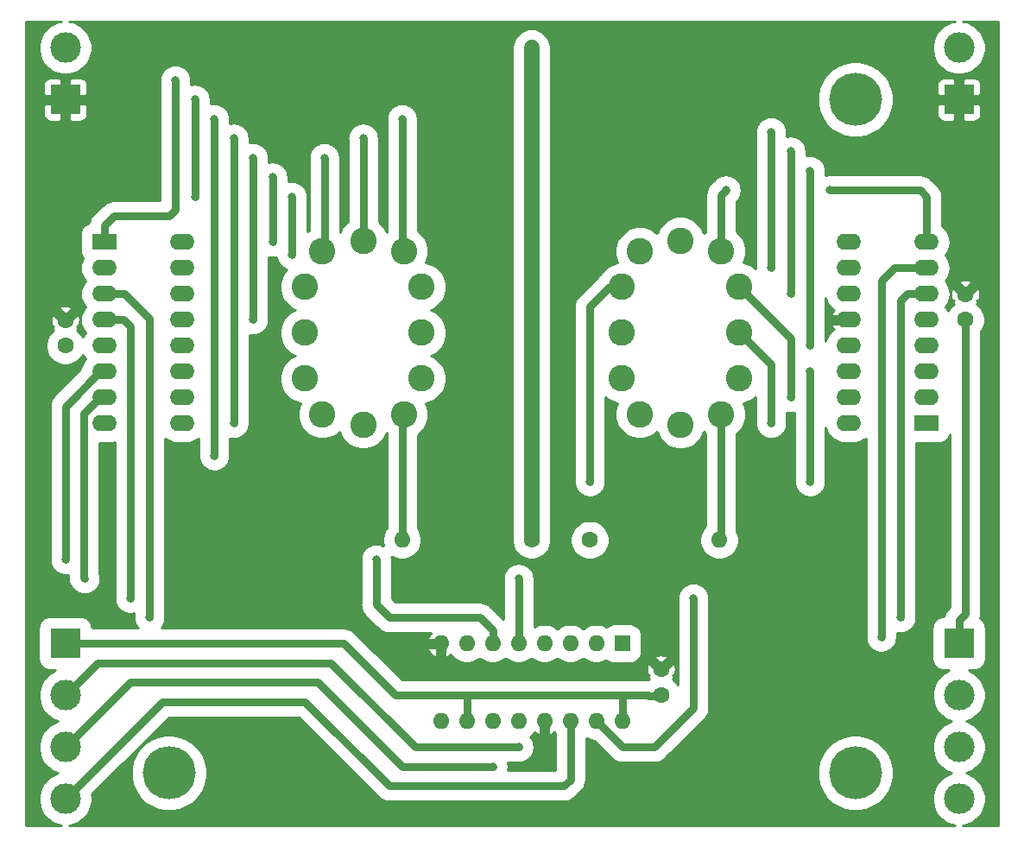
<source format=gtl>
G04 #@! TF.GenerationSoftware,KiCad,Pcbnew,5.1.10*
G04 #@! TF.CreationDate,2021-09-21T21:30:14+02:00*
G04 #@! TF.ProjectId,nixiev2,6e697869-6576-4322-9e6b-696361645f70,rev?*
G04 #@! TF.SameCoordinates,PX15cd0e0PY2455c20*
G04 #@! TF.FileFunction,Copper,L1,Top*
G04 #@! TF.FilePolarity,Positive*
%FSLAX46Y46*%
G04 Gerber Fmt 4.6, Leading zero omitted, Abs format (unit mm)*
G04 Created by KiCad (PCBNEW 5.1.10) date 2021-09-21 21:30:14*
%MOMM*%
%LPD*%
G01*
G04 APERTURE LIST*
G04 #@! TA.AperFunction,ComponentPad*
%ADD10C,5.200000*%
G04 #@! TD*
G04 #@! TA.AperFunction,ComponentPad*
%ADD11C,3.000000*%
G04 #@! TD*
G04 #@! TA.AperFunction,ComponentPad*
%ADD12R,3.000000X3.000000*%
G04 #@! TD*
G04 #@! TA.AperFunction,ComponentPad*
%ADD13R,2.400000X1.600000*%
G04 #@! TD*
G04 #@! TA.AperFunction,ComponentPad*
%ADD14O,2.400000X1.600000*%
G04 #@! TD*
G04 #@! TA.AperFunction,ComponentPad*
%ADD15C,2.600000*%
G04 #@! TD*
G04 #@! TA.AperFunction,ComponentPad*
%ADD16C,1.600000*%
G04 #@! TD*
G04 #@! TA.AperFunction,ComponentPad*
%ADD17O,1.600000X1.600000*%
G04 #@! TD*
G04 #@! TA.AperFunction,ComponentPad*
%ADD18R,1.600000X1.600000*%
G04 #@! TD*
G04 #@! TA.AperFunction,ViaPad*
%ADD19C,0.800000*%
G04 #@! TD*
G04 #@! TA.AperFunction,ViaPad*
%ADD20C,1.300000*%
G04 #@! TD*
G04 #@! TA.AperFunction,Conductor*
%ADD21C,0.800000*%
G04 #@! TD*
G04 #@! TA.AperFunction,Conductor*
%ADD22C,1.500000*%
G04 #@! TD*
G04 #@! TA.AperFunction,Conductor*
%ADD23C,0.254000*%
G04 #@! TD*
G04 #@! TA.AperFunction,Conductor*
%ADD24C,0.100000*%
G04 #@! TD*
G04 APERTURE END LIST*
D10*
X82550000Y-74930000D03*
D11*
X92710000Y-67310000D03*
X92710000Y-72390000D03*
D12*
X92710000Y-62230000D03*
D11*
X92710000Y-77470000D03*
D10*
X15240000Y-74930000D03*
D13*
X89535000Y-40640000D03*
D14*
X81915000Y-22860000D03*
X89535000Y-38100000D03*
X81915000Y-25400000D03*
X89535000Y-35560000D03*
X81915000Y-27940000D03*
X89535000Y-33020000D03*
X81915000Y-30480000D03*
X89535000Y-30480000D03*
X81915000Y-33020000D03*
X89535000Y-27940000D03*
X81915000Y-35560000D03*
X89535000Y-25400000D03*
X81915000Y-38100000D03*
X89535000Y-22860000D03*
X81915000Y-40640000D03*
D15*
X34290000Y-22750000D03*
X34290000Y-40750000D03*
X40040000Y-31750000D03*
X28540000Y-31750000D03*
X28540000Y-36250000D03*
X28540000Y-27250000D03*
X40040000Y-27250000D03*
X40015000Y-36250000D03*
X30290000Y-39750000D03*
X38290000Y-39750000D03*
X38290000Y-23750000D03*
X30290000Y-23750000D03*
D16*
X50800000Y-52070000D03*
D17*
X38100000Y-52070000D03*
D16*
X63500000Y-64770000D03*
X63500000Y-67270000D03*
D11*
X5080000Y-67310000D03*
X5080000Y-72390000D03*
D12*
X5080000Y-62230000D03*
D11*
X5080000Y-77470000D03*
D12*
X92710000Y-8890000D03*
D11*
X92710000Y-3810000D03*
D12*
X5080000Y-8890000D03*
D11*
X5080000Y-3810000D03*
D16*
X56515000Y-52070000D03*
D17*
X69215000Y-52070000D03*
D18*
X59690000Y-62230000D03*
D17*
X41910000Y-69850000D03*
X57150000Y-62230000D03*
X44450000Y-69850000D03*
X54610000Y-62230000D03*
X46990000Y-69850000D03*
X52070000Y-62230000D03*
X49530000Y-69850000D03*
X49530000Y-62230000D03*
X52070000Y-69850000D03*
X46990000Y-62230000D03*
X54610000Y-69850000D03*
X44450000Y-62230000D03*
X57150000Y-69850000D03*
X41910000Y-62230000D03*
X59690000Y-69850000D03*
D16*
X5080000Y-30520000D03*
X5080000Y-33020000D03*
X93345000Y-30480000D03*
X93345000Y-27980000D03*
D15*
X61405000Y-23750000D03*
X69405000Y-23750000D03*
X69405000Y-39750000D03*
X61405000Y-39750000D03*
X71130000Y-36250000D03*
X71155000Y-27250000D03*
X59655000Y-27250000D03*
X59655000Y-36250000D03*
X59655000Y-31750000D03*
X71155000Y-31750000D03*
X65405000Y-40750000D03*
X65405000Y-22750000D03*
D14*
X16510000Y-22860000D03*
X8890000Y-40640000D03*
X16510000Y-25400000D03*
X8890000Y-38100000D03*
X16510000Y-27940000D03*
X8890000Y-35560000D03*
X16510000Y-30480000D03*
X8890000Y-33020000D03*
X16510000Y-33020000D03*
X8890000Y-30480000D03*
X16510000Y-35560000D03*
X8890000Y-27940000D03*
X16510000Y-38100000D03*
X8890000Y-25400000D03*
X16510000Y-40640000D03*
D13*
X8890000Y-22860000D03*
D10*
X82550000Y-8890000D03*
D19*
X49530000Y-72390000D03*
X46990000Y-74294986D03*
D20*
X50800000Y-3810000D03*
D19*
X76200000Y-27940000D03*
X76200000Y-13970000D03*
X74295000Y-40640000D03*
X76200000Y-38100000D03*
X74295000Y-25400000D03*
X74295000Y-12065000D03*
X78105000Y-35560000D03*
X78105000Y-46355000D03*
X56515000Y-46355000D03*
X80010000Y-17780000D03*
X69849976Y-17780000D03*
X78105000Y-33020000D03*
X78105000Y-15875000D03*
X34290004Y-12700000D03*
X21590000Y-12700014D03*
X21589996Y-40640000D03*
X25399980Y-22860000D03*
X25400012Y-16510000D03*
X27305000Y-24130000D03*
X27305022Y-18415000D03*
X17780000Y-8890000D03*
X17780000Y-18415000D03*
X19685000Y-43815000D03*
X19685000Y-10795000D03*
X38100000Y-10795000D03*
X38290000Y-23750000D03*
X30480000Y-14605000D03*
X23494986Y-30480000D03*
X23494990Y-14605000D03*
X15875000Y-6985000D03*
X85090000Y-61595000D03*
X86995000Y-59690000D03*
X11430000Y-57785000D03*
X49530000Y-55880000D03*
X6985000Y-55880006D03*
X5080000Y-53975000D03*
X35560000Y-53975000D03*
X13335000Y-59690000D03*
X66674996Y-57785000D03*
D21*
X63500000Y-67350000D02*
X62270000Y-67350000D01*
X62270000Y-67350000D02*
X62230000Y-67310000D01*
X59690000Y-69850000D02*
X59690000Y-67310000D01*
X44450000Y-69850000D02*
X44450000Y-67310000D01*
X44450000Y-67310000D02*
X59690000Y-67310000D01*
X59690000Y-67310000D02*
X62230000Y-67310000D01*
X32385000Y-62230000D02*
X37465000Y-67310000D01*
X5080000Y-62230000D02*
X32385000Y-62230000D01*
X37465000Y-67310000D02*
X44450000Y-67310000D01*
X92710000Y-59930000D02*
X93345000Y-59295000D01*
X92710000Y-62230000D02*
X92710000Y-59930000D01*
X93345000Y-59295000D02*
X93345000Y-30480000D01*
X39370000Y-72390000D02*
X49530000Y-72390000D01*
X31115000Y-64135000D02*
X39370000Y-72390000D01*
X5080000Y-67310000D02*
X8255000Y-64135000D01*
X8255000Y-64135000D02*
X31115000Y-64135000D01*
X11430000Y-66040000D02*
X5080000Y-72390000D01*
X11430000Y-66040000D02*
X29845000Y-66040000D01*
X38099986Y-74294986D02*
X46990000Y-74294986D01*
X29845000Y-66040000D02*
X38099986Y-74294986D01*
X54610000Y-75565000D02*
X54610000Y-69850000D01*
X14605000Y-67945000D02*
X28575000Y-67945000D01*
X5080000Y-77470000D02*
X14605000Y-67945000D01*
X53975000Y-76200000D02*
X54610000Y-75565000D01*
X28575000Y-67945000D02*
X36830000Y-76200000D01*
X36830000Y-76200000D02*
X53975000Y-76200000D01*
D22*
X50800000Y-3810000D02*
X50800000Y-52070000D01*
D21*
X69215000Y-39940000D02*
X69405000Y-39750000D01*
X69405000Y-51880000D02*
X69215000Y-52070000D01*
X69405000Y-39750000D02*
X69405000Y-51880000D01*
X38100000Y-39940000D02*
X38290000Y-39750000D01*
X38100000Y-52070000D02*
X38100000Y-39940000D01*
X76200000Y-27940000D02*
X76200000Y-13970000D01*
X74295000Y-34890000D02*
X71155000Y-31750000D01*
X74295000Y-40640000D02*
X74295000Y-34890000D01*
X76200000Y-32295000D02*
X71155000Y-27250000D01*
X76200000Y-38100000D02*
X76200000Y-32295000D01*
X74295000Y-25400000D02*
X74295000Y-12065000D01*
X78105000Y-35560000D02*
X78105000Y-46355000D01*
X56515000Y-45789315D02*
X56515000Y-46355000D01*
X56515000Y-29210000D02*
X56515000Y-45789315D01*
X59655000Y-27250000D02*
X58475000Y-27250000D01*
X58475000Y-27250000D02*
X56515000Y-29210000D01*
X80010000Y-17780000D02*
X88900000Y-17780000D01*
X89535000Y-18415000D02*
X89535000Y-22860000D01*
X88900000Y-17780000D02*
X89535000Y-18415000D01*
X69405000Y-18224976D02*
X69449977Y-18179999D01*
X69405000Y-23750000D02*
X69405000Y-18224976D01*
X69449977Y-18179999D02*
X69849976Y-17780000D01*
X78105000Y-33020000D02*
X78105000Y-15875000D01*
X61595000Y-23560000D02*
X61405000Y-23750000D01*
X34290000Y-22750000D02*
X34290000Y-13335000D01*
X34290000Y-12700004D02*
X34290004Y-12700000D01*
X34290000Y-13335000D02*
X34290000Y-12700004D01*
X21590000Y-12700014D02*
X21590000Y-40639996D01*
X21590000Y-40639996D02*
X21589996Y-40640000D01*
X25399980Y-16510032D02*
X25400012Y-16510000D01*
X25399980Y-22860000D02*
X25399980Y-16510032D01*
X27305000Y-18415022D02*
X27305022Y-18415000D01*
X27305000Y-24130000D02*
X27305000Y-18415022D01*
X17780000Y-8890000D02*
X17780000Y-18415000D01*
X19685000Y-43815000D02*
X19685000Y-10795000D01*
X38100000Y-10795000D02*
X38100000Y-23560000D01*
X38100000Y-23560000D02*
X38290000Y-23750000D01*
X16510000Y-30480000D02*
X16910000Y-30480000D01*
X30480000Y-23560000D02*
X30290000Y-23750000D01*
X30480000Y-14605000D02*
X30480000Y-23560000D01*
X23494986Y-14605004D02*
X23494990Y-14605000D01*
X23494986Y-30480000D02*
X23494986Y-14605004D01*
X8890000Y-21260000D02*
X9830000Y-20320000D01*
X8890000Y-22860000D02*
X8890000Y-21260000D01*
X9830000Y-20320000D02*
X15240000Y-20320000D01*
X15875000Y-19685000D02*
X15875000Y-6985000D01*
X15240000Y-20320000D02*
X15875000Y-19685000D01*
X89535000Y-25400000D02*
X89135000Y-25400000D01*
X85090000Y-61595000D02*
X85090000Y-26670000D01*
X86360000Y-25400000D02*
X89535000Y-25400000D01*
X85090000Y-26670000D02*
X86360000Y-25400000D01*
X86995000Y-28575000D02*
X86995000Y-59124315D01*
X89535000Y-27940000D02*
X87630000Y-27940000D01*
X86995000Y-59124315D02*
X86995000Y-59690000D01*
X87630000Y-27940000D02*
X86995000Y-28575000D01*
X8890000Y-30480000D02*
X10795000Y-30480000D01*
X10795000Y-30480000D02*
X11430000Y-31115000D01*
X11430000Y-31115000D02*
X11430000Y-57785000D01*
X49530000Y-55880000D02*
X49530000Y-62230000D01*
X6890000Y-39700000D02*
X6890000Y-55785006D01*
X8490000Y-38100000D02*
X6890000Y-39700000D01*
X8890000Y-38100000D02*
X8490000Y-38100000D01*
X6890000Y-55785006D02*
X6985000Y-55880006D01*
X5080000Y-38970000D02*
X5080000Y-53409315D01*
X5080000Y-53409315D02*
X5080000Y-53975000D01*
X8890000Y-35560000D02*
X8490000Y-35560000D01*
X8490000Y-35560000D02*
X5080000Y-38970000D01*
X35560000Y-58420000D02*
X35560000Y-53975000D01*
X36830000Y-59690000D02*
X35560000Y-58420000D01*
X45720000Y-59690000D02*
X36830000Y-59690000D01*
X46990000Y-62230000D02*
X46990000Y-60960000D01*
X46990000Y-60960000D02*
X45720000Y-59690000D01*
X13335000Y-30385000D02*
X13335000Y-59690000D01*
X8890000Y-27940000D02*
X10890000Y-27940000D01*
X10890000Y-27940000D02*
X13335000Y-30385000D01*
X89535000Y-33020000D02*
X89935000Y-33020000D01*
X66674996Y-68580004D02*
X66674996Y-57785000D01*
X57150000Y-69850000D02*
X59690000Y-72390000D01*
X62865000Y-72390000D02*
X66674996Y-68580004D01*
X59690000Y-72390000D02*
X62865000Y-72390000D01*
D23*
X4313732Y-1283954D02*
X3835649Y-1481983D01*
X3405385Y-1769476D01*
X3039476Y-2135385D01*
X2751983Y-2565649D01*
X2553954Y-3043732D01*
X2453000Y-3551263D01*
X2453000Y-4068737D01*
X2553954Y-4576268D01*
X2751983Y-5054351D01*
X3039476Y-5484615D01*
X3405385Y-5850524D01*
X3835649Y-6138017D01*
X4313732Y-6336046D01*
X4821263Y-6437000D01*
X5338737Y-6437000D01*
X5846268Y-6336046D01*
X6324351Y-6138017D01*
X6754615Y-5850524D01*
X7120524Y-5484615D01*
X7408017Y-5054351D01*
X7606046Y-4576268D01*
X7707000Y-4068737D01*
X7707000Y-3551263D01*
X7606046Y-3043732D01*
X7408017Y-2565649D01*
X7120524Y-2135385D01*
X6754615Y-1769476D01*
X6324351Y-1481983D01*
X5846268Y-1283954D01*
X5434257Y-1202000D01*
X92355743Y-1202000D01*
X91943732Y-1283954D01*
X91465649Y-1481983D01*
X91035385Y-1769476D01*
X90669476Y-2135385D01*
X90381983Y-2565649D01*
X90183954Y-3043732D01*
X90083000Y-3551263D01*
X90083000Y-4068737D01*
X90183954Y-4576268D01*
X90381983Y-5054351D01*
X90669476Y-5484615D01*
X91035385Y-5850524D01*
X91465649Y-6138017D01*
X91943732Y-6336046D01*
X92451263Y-6437000D01*
X92968737Y-6437000D01*
X93476268Y-6336046D01*
X93954351Y-6138017D01*
X94384615Y-5850524D01*
X94750524Y-5484615D01*
X95038017Y-5054351D01*
X95236046Y-4576268D01*
X95337000Y-4068737D01*
X95337000Y-3551263D01*
X95236046Y-3043732D01*
X95038017Y-2565649D01*
X94750524Y-2135385D01*
X94384615Y-1769476D01*
X93954351Y-1481983D01*
X93476268Y-1283954D01*
X93064257Y-1202000D01*
X96588000Y-1202000D01*
X96588001Y-80078000D01*
X93064257Y-80078000D01*
X93476268Y-79996046D01*
X93954351Y-79798017D01*
X94384615Y-79510524D01*
X94750524Y-79144615D01*
X95038017Y-78714351D01*
X95236046Y-78236268D01*
X95337000Y-77728737D01*
X95337000Y-77211263D01*
X95236046Y-76703732D01*
X95038017Y-76225649D01*
X94750524Y-75795385D01*
X94384615Y-75429476D01*
X93954351Y-75141983D01*
X93476268Y-74943954D01*
X93406116Y-74930000D01*
X93476268Y-74916046D01*
X93954351Y-74718017D01*
X94384615Y-74430524D01*
X94750524Y-74064615D01*
X95038017Y-73634351D01*
X95236046Y-73156268D01*
X95337000Y-72648737D01*
X95337000Y-72131263D01*
X95236046Y-71623732D01*
X95038017Y-71145649D01*
X94750524Y-70715385D01*
X94384615Y-70349476D01*
X93954351Y-70061983D01*
X93476268Y-69863954D01*
X93406116Y-69850000D01*
X93476268Y-69836046D01*
X93954351Y-69638017D01*
X94384615Y-69350524D01*
X94750524Y-68984615D01*
X95038017Y-68554351D01*
X95236046Y-68076268D01*
X95337000Y-67568737D01*
X95337000Y-67051263D01*
X95236046Y-66543732D01*
X95038017Y-66065649D01*
X94750524Y-65635385D01*
X94384615Y-65269476D01*
X93954351Y-64981983D01*
X93665781Y-64862453D01*
X94210000Y-64862453D01*
X94430931Y-64840693D01*
X94643371Y-64776250D01*
X94839157Y-64671600D01*
X95010765Y-64530765D01*
X95151600Y-64359157D01*
X95256250Y-64163371D01*
X95320693Y-63950931D01*
X95342453Y-63730000D01*
X95342453Y-60730000D01*
X95320693Y-60509069D01*
X95256250Y-60296629D01*
X95151600Y-60100843D01*
X95010765Y-59929235D01*
X94839157Y-59788400D01*
X94797753Y-59766269D01*
X94849905Y-59594345D01*
X94879388Y-59295000D01*
X94872000Y-59219989D01*
X94872000Y-31663192D01*
X95052685Y-31392777D01*
X95197947Y-31042085D01*
X95272000Y-30669793D01*
X95272000Y-30290207D01*
X95197947Y-29917915D01*
X95052685Y-29567223D01*
X94841799Y-29251609D01*
X94573391Y-28983201D01*
X94457549Y-28905798D01*
X94627926Y-28735421D01*
X94476928Y-28584423D01*
X94691094Y-28496941D01*
X94766080Y-28224398D01*
X94786454Y-27942463D01*
X94751434Y-27661970D01*
X94691094Y-27463059D01*
X94476926Y-27375576D01*
X93872502Y-27980000D01*
X93886644Y-27994142D01*
X93359142Y-28521644D01*
X93345000Y-28507502D01*
X93330858Y-28521644D01*
X92803356Y-27994142D01*
X92817498Y-27980000D01*
X92213074Y-27375576D01*
X91998906Y-27463059D01*
X91923920Y-27735602D01*
X91903546Y-28017537D01*
X91938566Y-28298030D01*
X91998906Y-28496941D01*
X92213072Y-28584423D01*
X92062074Y-28735421D01*
X92232451Y-28905798D01*
X92116609Y-28983201D01*
X91848201Y-29251609D01*
X91637315Y-29567223D01*
X91635043Y-29572707D01*
X91544994Y-29404237D01*
X91385588Y-29210000D01*
X91544994Y-29015763D01*
X91723929Y-28680999D01*
X91834117Y-28317758D01*
X91871323Y-27940000D01*
X91834117Y-27562242D01*
X91723929Y-27199001D01*
X91544994Y-26864237D01*
X91531730Y-26848074D01*
X92740576Y-26848074D01*
X93345000Y-27452498D01*
X93949424Y-26848074D01*
X93861941Y-26633906D01*
X93589398Y-26558920D01*
X93307463Y-26538546D01*
X93026970Y-26573566D01*
X92828059Y-26633906D01*
X92740576Y-26848074D01*
X91531730Y-26848074D01*
X91385588Y-26670000D01*
X91544994Y-26475763D01*
X91723929Y-26140999D01*
X91834117Y-25777758D01*
X91871323Y-25400000D01*
X91834117Y-25022242D01*
X91723929Y-24659001D01*
X91544994Y-24324237D01*
X91385588Y-24130000D01*
X91544994Y-23935763D01*
X91723929Y-23600999D01*
X91834117Y-23237758D01*
X91871323Y-22860000D01*
X91834117Y-22482242D01*
X91723929Y-22119001D01*
X91544994Y-21784237D01*
X91304187Y-21490813D01*
X91062000Y-21292055D01*
X91062000Y-18490011D01*
X91069388Y-18415000D01*
X91039905Y-18115655D01*
X90952590Y-17827815D01*
X90882186Y-17696099D01*
X90810797Y-17562540D01*
X90619976Y-17330024D01*
X90561707Y-17282204D01*
X90032797Y-16753294D01*
X89984976Y-16695024D01*
X89752460Y-16504203D01*
X89487185Y-16362410D01*
X89199344Y-16275095D01*
X88975011Y-16253000D01*
X88975001Y-16253000D01*
X88900000Y-16245613D01*
X88824999Y-16253000D01*
X79859604Y-16253000D01*
X79785664Y-16267707D01*
X79710656Y-16275095D01*
X79638534Y-16296973D01*
X79632000Y-16298273D01*
X79632000Y-15724604D01*
X79617293Y-15650664D01*
X79609905Y-15575656D01*
X79588027Y-15503534D01*
X79573319Y-15429590D01*
X79544468Y-15359939D01*
X79522590Y-15287815D01*
X79487059Y-15221342D01*
X79458210Y-15151694D01*
X79416326Y-15089011D01*
X79380797Y-15022540D01*
X79332985Y-14964281D01*
X79291099Y-14901594D01*
X79237788Y-14848283D01*
X79189976Y-14790024D01*
X79131717Y-14742212D01*
X79078406Y-14688901D01*
X79015719Y-14647015D01*
X78957460Y-14599203D01*
X78890989Y-14563674D01*
X78828306Y-14521790D01*
X78758658Y-14492941D01*
X78692185Y-14457410D01*
X78620061Y-14435532D01*
X78550410Y-14406681D01*
X78476466Y-14391973D01*
X78404344Y-14370095D01*
X78329336Y-14362707D01*
X78255396Y-14348000D01*
X78180011Y-14348000D01*
X78105000Y-14340612D01*
X78029989Y-14348000D01*
X77954604Y-14348000D01*
X77880664Y-14362707D01*
X77805657Y-14370095D01*
X77733537Y-14391972D01*
X77727000Y-14393273D01*
X77727000Y-13819604D01*
X77712293Y-13745664D01*
X77704905Y-13670656D01*
X77683027Y-13598534D01*
X77668319Y-13524590D01*
X77639468Y-13454939D01*
X77617590Y-13382815D01*
X77582059Y-13316342D01*
X77553210Y-13246694D01*
X77511326Y-13184011D01*
X77475797Y-13117540D01*
X77427985Y-13059281D01*
X77386099Y-12996594D01*
X77332788Y-12943283D01*
X77284976Y-12885024D01*
X77226717Y-12837212D01*
X77173406Y-12783901D01*
X77110719Y-12742015D01*
X77052460Y-12694203D01*
X76985989Y-12658674D01*
X76923306Y-12616790D01*
X76853658Y-12587941D01*
X76787185Y-12552410D01*
X76715061Y-12530532D01*
X76645410Y-12501681D01*
X76571466Y-12486973D01*
X76499344Y-12465095D01*
X76424336Y-12457707D01*
X76350396Y-12443000D01*
X76275011Y-12443000D01*
X76200000Y-12435612D01*
X76124989Y-12443000D01*
X76049604Y-12443000D01*
X75975664Y-12457707D01*
X75900657Y-12465095D01*
X75828537Y-12486972D01*
X75822000Y-12488273D01*
X75822000Y-11914604D01*
X75807293Y-11840664D01*
X75799905Y-11765656D01*
X75778027Y-11693534D01*
X75763319Y-11619590D01*
X75734468Y-11549939D01*
X75712590Y-11477815D01*
X75677059Y-11411342D01*
X75648210Y-11341694D01*
X75606326Y-11279011D01*
X75570797Y-11212540D01*
X75522985Y-11154281D01*
X75481099Y-11091594D01*
X75427788Y-11038283D01*
X75379976Y-10980024D01*
X75321717Y-10932212D01*
X75268406Y-10878901D01*
X75205719Y-10837015D01*
X75147460Y-10789203D01*
X75080989Y-10753674D01*
X75018306Y-10711790D01*
X74948658Y-10682941D01*
X74882185Y-10647410D01*
X74810061Y-10625532D01*
X74740410Y-10596681D01*
X74666466Y-10581973D01*
X74594344Y-10560095D01*
X74519336Y-10552707D01*
X74445396Y-10538000D01*
X74370011Y-10538000D01*
X74295000Y-10530612D01*
X74219989Y-10538000D01*
X74144604Y-10538000D01*
X74070664Y-10552707D01*
X73995657Y-10560095D01*
X73923537Y-10581972D01*
X73849590Y-10596681D01*
X73779936Y-10625533D01*
X73707816Y-10647410D01*
X73641347Y-10682939D01*
X73571694Y-10711790D01*
X73509007Y-10753676D01*
X73442541Y-10789203D01*
X73384286Y-10837012D01*
X73321594Y-10878901D01*
X73268278Y-10932217D01*
X73210025Y-10980024D01*
X73162218Y-11038277D01*
X73108901Y-11091594D01*
X73067011Y-11154287D01*
X73019204Y-11212540D01*
X72983679Y-11279003D01*
X72941790Y-11341694D01*
X72912937Y-11411350D01*
X72877411Y-11477815D01*
X72855535Y-11549930D01*
X72826681Y-11619590D01*
X72811971Y-11693543D01*
X72790096Y-11765656D01*
X72782709Y-11840654D01*
X72768000Y-11914604D01*
X72768000Y-12215396D01*
X72768001Y-12215401D01*
X72768000Y-25249604D01*
X72768000Y-25430704D01*
X72702122Y-25364826D01*
X72304615Y-25099221D01*
X71862930Y-24916268D01*
X71572787Y-24858555D01*
X71738732Y-24457930D01*
X71832000Y-23989039D01*
X71832000Y-23510961D01*
X71738732Y-23042070D01*
X71555779Y-22600385D01*
X71290174Y-22202878D01*
X70952122Y-21864826D01*
X70932000Y-21851381D01*
X70932000Y-18857481D01*
X71036075Y-18753406D01*
X71077965Y-18690713D01*
X71125772Y-18632460D01*
X71161297Y-18565997D01*
X71203186Y-18503306D01*
X71232039Y-18433650D01*
X71267565Y-18367185D01*
X71289441Y-18295069D01*
X71318295Y-18225410D01*
X71333005Y-18151459D01*
X71354880Y-18079345D01*
X71362267Y-18004345D01*
X71376976Y-17930396D01*
X71376976Y-17855002D01*
X71384363Y-17780001D01*
X71376976Y-17705000D01*
X71376976Y-17629604D01*
X71362267Y-17555654D01*
X71354880Y-17480656D01*
X71333005Y-17408544D01*
X71318295Y-17334590D01*
X71289440Y-17264928D01*
X71267565Y-17192816D01*
X71232040Y-17126354D01*
X71203186Y-17056694D01*
X71161297Y-16994002D01*
X71125772Y-16927540D01*
X71077964Y-16869285D01*
X71036075Y-16806594D01*
X70982762Y-16753281D01*
X70934952Y-16695024D01*
X70876695Y-16647214D01*
X70823382Y-16593901D01*
X70760691Y-16552012D01*
X70702436Y-16504204D01*
X70635974Y-16468679D01*
X70573282Y-16426790D01*
X70503622Y-16397936D01*
X70437160Y-16362411D01*
X70365048Y-16340536D01*
X70295386Y-16311681D01*
X70221432Y-16296971D01*
X70149320Y-16275096D01*
X70074322Y-16267709D01*
X70000372Y-16253000D01*
X69924976Y-16253000D01*
X69849975Y-16245613D01*
X69774974Y-16253000D01*
X69699580Y-16253000D01*
X69625631Y-16267709D01*
X69550631Y-16275096D01*
X69478517Y-16296971D01*
X69404566Y-16311681D01*
X69334907Y-16340535D01*
X69262791Y-16362411D01*
X69196326Y-16397937D01*
X69126670Y-16426790D01*
X69063979Y-16468679D01*
X68997516Y-16504204D01*
X68939263Y-16552011D01*
X68876570Y-16593901D01*
X68663877Y-16806594D01*
X68663873Y-16806600D01*
X68378289Y-17092184D01*
X68320025Y-17140000D01*
X68272209Y-17198264D01*
X68272208Y-17198265D01*
X68129204Y-17372516D01*
X67987411Y-17637791D01*
X67900096Y-17925632D01*
X67870613Y-18224976D01*
X67878001Y-18299987D01*
X67878000Y-21851381D01*
X67857878Y-21864826D01*
X67721715Y-22000989D01*
X67555779Y-21600385D01*
X67290174Y-21202878D01*
X66952122Y-20864826D01*
X66554615Y-20599221D01*
X66112930Y-20416268D01*
X65644039Y-20323000D01*
X65165961Y-20323000D01*
X64697070Y-20416268D01*
X64255385Y-20599221D01*
X63857878Y-20864826D01*
X63519826Y-21202878D01*
X63254221Y-21600385D01*
X63088285Y-22000989D01*
X62952122Y-21864826D01*
X62554615Y-21599221D01*
X62112930Y-21416268D01*
X61644039Y-21323000D01*
X61165961Y-21323000D01*
X60697070Y-21416268D01*
X60255385Y-21599221D01*
X59857878Y-21864826D01*
X59519826Y-22202878D01*
X59254221Y-22600385D01*
X59071268Y-23042070D01*
X58978000Y-23510961D01*
X58978000Y-23989039D01*
X59071268Y-24457930D01*
X59237213Y-24858555D01*
X58947070Y-24916268D01*
X58505385Y-25099221D01*
X58107878Y-25364826D01*
X57769826Y-25702878D01*
X57547243Y-26035998D01*
X57489079Y-26083732D01*
X57390024Y-26165024D01*
X57342208Y-26223289D01*
X55488294Y-28077203D01*
X55430024Y-28125024D01*
X55239203Y-28357541D01*
X55097410Y-28622816D01*
X55010095Y-28910657D01*
X54988000Y-29134990D01*
X54988000Y-29134999D01*
X54980613Y-29210000D01*
X54988000Y-29285001D01*
X54988001Y-45714295D01*
X54988000Y-45714305D01*
X54988000Y-46505396D01*
X55002707Y-46579336D01*
X55010095Y-46654344D01*
X55031973Y-46726466D01*
X55046681Y-46800410D01*
X55075532Y-46870061D01*
X55097410Y-46942185D01*
X55132941Y-47008658D01*
X55161790Y-47078306D01*
X55203674Y-47140989D01*
X55239203Y-47207460D01*
X55287015Y-47265719D01*
X55328901Y-47328406D01*
X55382212Y-47381717D01*
X55430024Y-47439976D01*
X55488282Y-47487787D01*
X55541594Y-47541099D01*
X55604285Y-47582987D01*
X55662541Y-47630797D01*
X55729007Y-47666324D01*
X55791694Y-47708210D01*
X55861347Y-47737061D01*
X55927816Y-47772590D01*
X55999936Y-47794467D01*
X56069590Y-47823319D01*
X56143537Y-47838028D01*
X56215657Y-47859905D01*
X56290664Y-47867293D01*
X56364604Y-47882000D01*
X56439989Y-47882000D01*
X56515000Y-47889388D01*
X56590011Y-47882000D01*
X56665396Y-47882000D01*
X56739336Y-47867293D01*
X56814344Y-47859905D01*
X56886466Y-47838027D01*
X56960410Y-47823319D01*
X57030061Y-47794468D01*
X57102185Y-47772590D01*
X57168658Y-47737059D01*
X57238306Y-47708210D01*
X57300989Y-47666326D01*
X57367460Y-47630797D01*
X57425719Y-47582985D01*
X57488406Y-47541099D01*
X57541717Y-47487788D01*
X57599976Y-47439976D01*
X57647788Y-47381717D01*
X57701099Y-47328406D01*
X57742985Y-47265719D01*
X57790797Y-47207460D01*
X57826326Y-47140989D01*
X57868210Y-47078306D01*
X57897059Y-47008658D01*
X57932590Y-46942185D01*
X57954468Y-46870062D01*
X57983319Y-46800410D01*
X57998027Y-46726464D01*
X58019905Y-46654343D01*
X58027293Y-46579337D01*
X58042000Y-46505396D01*
X58042000Y-38069296D01*
X58107878Y-38135174D01*
X58505385Y-38400779D01*
X58947070Y-38583732D01*
X59237213Y-38641445D01*
X59071268Y-39042070D01*
X58978000Y-39510961D01*
X58978000Y-39989039D01*
X59071268Y-40457930D01*
X59254221Y-40899615D01*
X59519826Y-41297122D01*
X59857878Y-41635174D01*
X60255385Y-41900779D01*
X60697070Y-42083732D01*
X61165961Y-42177000D01*
X61644039Y-42177000D01*
X62112930Y-42083732D01*
X62554615Y-41900779D01*
X62952122Y-41635174D01*
X63088285Y-41499011D01*
X63254221Y-41899615D01*
X63519826Y-42297122D01*
X63857878Y-42635174D01*
X64255385Y-42900779D01*
X64697070Y-43083732D01*
X65165961Y-43177000D01*
X65644039Y-43177000D01*
X66112930Y-43083732D01*
X66554615Y-42900779D01*
X66952122Y-42635174D01*
X67290174Y-42297122D01*
X67555779Y-41899615D01*
X67721715Y-41499011D01*
X67857878Y-41635174D01*
X67878000Y-41648619D01*
X67878001Y-50681809D01*
X67718201Y-50841609D01*
X67507315Y-51157223D01*
X67362053Y-51507915D01*
X67288000Y-51880207D01*
X67288000Y-52259793D01*
X67362053Y-52632085D01*
X67507315Y-52982777D01*
X67718201Y-53298391D01*
X67986609Y-53566799D01*
X68302223Y-53777685D01*
X68652915Y-53922947D01*
X69025207Y-53997000D01*
X69404793Y-53997000D01*
X69777085Y-53922947D01*
X70127777Y-53777685D01*
X70443391Y-53566799D01*
X70711799Y-53298391D01*
X70922685Y-52982777D01*
X71067947Y-52632085D01*
X71142000Y-52259793D01*
X71142000Y-51880207D01*
X71067947Y-51507915D01*
X70932000Y-51179711D01*
X70932000Y-41648619D01*
X70952122Y-41635174D01*
X71290174Y-41297122D01*
X71555779Y-40899615D01*
X71738732Y-40457930D01*
X71832000Y-39989039D01*
X71832000Y-39510961D01*
X71738732Y-39042070D01*
X71570884Y-38636851D01*
X71837930Y-38583732D01*
X72279615Y-38400779D01*
X72677122Y-38135174D01*
X72768000Y-38044296D01*
X72768000Y-40790396D01*
X72782707Y-40864337D01*
X72790095Y-40939343D01*
X72811972Y-41011463D01*
X72826681Y-41085410D01*
X72855533Y-41155064D01*
X72877410Y-41227184D01*
X72912939Y-41293653D01*
X72941790Y-41363306D01*
X72983676Y-41425993D01*
X73019203Y-41492459D01*
X73067013Y-41550715D01*
X73108901Y-41613406D01*
X73162213Y-41666718D01*
X73210024Y-41724976D01*
X73268283Y-41772788D01*
X73321594Y-41826099D01*
X73384281Y-41867985D01*
X73442540Y-41915797D01*
X73509011Y-41951326D01*
X73571694Y-41993210D01*
X73641342Y-42022059D01*
X73707815Y-42057590D01*
X73779939Y-42079468D01*
X73849590Y-42108319D01*
X73923534Y-42123027D01*
X73995656Y-42144905D01*
X74070664Y-42152293D01*
X74144604Y-42167000D01*
X74219989Y-42167000D01*
X74295000Y-42174388D01*
X74370011Y-42167000D01*
X74445396Y-42167000D01*
X74519336Y-42152293D01*
X74594343Y-42144905D01*
X74666463Y-42123028D01*
X74740410Y-42108319D01*
X74810064Y-42079467D01*
X74882184Y-42057590D01*
X74948653Y-42022061D01*
X75018306Y-41993210D01*
X75080993Y-41951324D01*
X75147459Y-41915797D01*
X75205715Y-41867987D01*
X75268406Y-41826099D01*
X75321718Y-41772787D01*
X75379976Y-41724976D01*
X75427788Y-41666717D01*
X75481099Y-41613406D01*
X75522985Y-41550719D01*
X75570797Y-41492460D01*
X75606326Y-41425989D01*
X75648210Y-41363306D01*
X75677059Y-41293658D01*
X75712590Y-41227185D01*
X75734468Y-41155061D01*
X75763319Y-41085410D01*
X75778027Y-41011466D01*
X75799905Y-40939344D01*
X75807293Y-40864336D01*
X75822000Y-40790396D01*
X75822000Y-39581727D01*
X75828534Y-39583027D01*
X75900656Y-39604905D01*
X75975664Y-39612293D01*
X76049604Y-39627000D01*
X76124989Y-39627000D01*
X76200000Y-39634388D01*
X76275011Y-39627000D01*
X76350396Y-39627000D01*
X76424336Y-39612293D01*
X76499343Y-39604905D01*
X76571463Y-39583028D01*
X76578000Y-39581727D01*
X76578001Y-46204599D01*
X76578000Y-46204604D01*
X76578000Y-46505396D01*
X76592709Y-46579346D01*
X76600096Y-46654344D01*
X76621971Y-46726457D01*
X76636681Y-46800410D01*
X76665535Y-46870070D01*
X76687411Y-46942185D01*
X76722937Y-47008650D01*
X76751790Y-47078306D01*
X76793679Y-47140997D01*
X76829204Y-47207460D01*
X76877011Y-47265713D01*
X76918901Y-47328406D01*
X76972218Y-47381723D01*
X77020025Y-47439976D01*
X77078278Y-47487783D01*
X77131594Y-47541099D01*
X77194286Y-47582988D01*
X77252541Y-47630797D01*
X77319007Y-47666324D01*
X77381694Y-47708210D01*
X77451347Y-47737061D01*
X77517816Y-47772590D01*
X77589936Y-47794467D01*
X77659590Y-47823319D01*
X77733537Y-47838028D01*
X77805657Y-47859905D01*
X77880664Y-47867293D01*
X77954604Y-47882000D01*
X78029989Y-47882000D01*
X78105000Y-47889388D01*
X78180011Y-47882000D01*
X78255396Y-47882000D01*
X78329336Y-47867293D01*
X78404344Y-47859905D01*
X78476466Y-47838027D01*
X78550410Y-47823319D01*
X78620061Y-47794468D01*
X78692185Y-47772590D01*
X78758658Y-47737059D01*
X78828306Y-47708210D01*
X78890989Y-47666326D01*
X78957460Y-47630797D01*
X79015719Y-47582985D01*
X79078406Y-47541099D01*
X79131717Y-47487788D01*
X79189976Y-47439976D01*
X79237788Y-47381717D01*
X79291099Y-47328406D01*
X79332985Y-47265719D01*
X79380797Y-47207460D01*
X79416326Y-47140989D01*
X79458210Y-47078306D01*
X79487059Y-47008658D01*
X79522590Y-46942185D01*
X79544468Y-46870061D01*
X79573319Y-46800410D01*
X79588027Y-46726466D01*
X79609905Y-46654344D01*
X79617293Y-46579336D01*
X79632000Y-46505396D01*
X79632000Y-41070889D01*
X79726071Y-41380999D01*
X79905006Y-41715763D01*
X80145813Y-42009187D01*
X80439237Y-42249994D01*
X80774001Y-42428929D01*
X81137242Y-42539117D01*
X81420342Y-42567000D01*
X82409658Y-42567000D01*
X82692758Y-42539117D01*
X83055999Y-42428929D01*
X83390763Y-42249994D01*
X83563001Y-42108642D01*
X83563000Y-61444604D01*
X83563000Y-61745396D01*
X83577707Y-61819337D01*
X83585095Y-61894343D01*
X83606972Y-61966463D01*
X83621681Y-62040410D01*
X83650533Y-62110064D01*
X83672410Y-62182184D01*
X83707939Y-62248653D01*
X83736790Y-62318306D01*
X83778676Y-62380993D01*
X83814203Y-62447459D01*
X83862013Y-62505715D01*
X83903901Y-62568406D01*
X83957213Y-62621718D01*
X84005024Y-62679976D01*
X84063283Y-62727788D01*
X84116594Y-62781099D01*
X84179281Y-62822985D01*
X84237540Y-62870797D01*
X84304011Y-62906326D01*
X84366694Y-62948210D01*
X84436342Y-62977059D01*
X84502815Y-63012590D01*
X84574939Y-63034468D01*
X84644590Y-63063319D01*
X84718534Y-63078027D01*
X84790656Y-63099905D01*
X84865664Y-63107293D01*
X84939604Y-63122000D01*
X85014989Y-63122000D01*
X85090000Y-63129388D01*
X85165011Y-63122000D01*
X85240396Y-63122000D01*
X85314336Y-63107293D01*
X85389343Y-63099905D01*
X85461463Y-63078028D01*
X85535410Y-63063319D01*
X85605064Y-63034467D01*
X85677184Y-63012590D01*
X85743653Y-62977061D01*
X85813306Y-62948210D01*
X85875993Y-62906324D01*
X85942459Y-62870797D01*
X86000715Y-62822987D01*
X86063406Y-62781099D01*
X86116718Y-62727787D01*
X86174976Y-62679976D01*
X86222788Y-62621717D01*
X86276099Y-62568406D01*
X86317985Y-62505719D01*
X86365797Y-62447460D01*
X86401326Y-62380989D01*
X86443210Y-62318306D01*
X86472059Y-62248658D01*
X86507590Y-62182185D01*
X86529468Y-62110061D01*
X86558319Y-62040410D01*
X86573027Y-61966466D01*
X86594905Y-61894344D01*
X86602293Y-61819336D01*
X86617000Y-61745396D01*
X86617000Y-61171727D01*
X86623537Y-61173028D01*
X86695657Y-61194905D01*
X86770664Y-61202293D01*
X86844604Y-61217000D01*
X86919989Y-61217000D01*
X86995000Y-61224388D01*
X87070011Y-61217000D01*
X87145396Y-61217000D01*
X87219336Y-61202293D01*
X87294344Y-61194905D01*
X87366466Y-61173027D01*
X87440410Y-61158319D01*
X87510061Y-61129468D01*
X87582185Y-61107590D01*
X87648658Y-61072059D01*
X87718306Y-61043210D01*
X87780989Y-61001326D01*
X87847460Y-60965797D01*
X87905719Y-60917985D01*
X87968406Y-60876099D01*
X88021717Y-60822788D01*
X88079976Y-60774976D01*
X88127788Y-60716717D01*
X88181099Y-60663406D01*
X88222985Y-60600719D01*
X88270797Y-60542460D01*
X88306326Y-60475989D01*
X88348210Y-60413306D01*
X88377059Y-60343658D01*
X88412590Y-60277185D01*
X88434468Y-60205062D01*
X88463319Y-60135410D01*
X88478027Y-60061464D01*
X88499905Y-59989343D01*
X88507293Y-59914337D01*
X88522000Y-59840396D01*
X88522000Y-42572453D01*
X90735000Y-42572453D01*
X90955931Y-42550693D01*
X91168371Y-42486250D01*
X91364157Y-42381600D01*
X91535765Y-42240765D01*
X91676600Y-42069157D01*
X91781250Y-41873371D01*
X91818001Y-41752221D01*
X91818000Y-58662497D01*
X91683289Y-58797208D01*
X91625025Y-58845024D01*
X91577209Y-58903288D01*
X91577208Y-58903289D01*
X91434204Y-59077540D01*
X91292411Y-59342815D01*
X91215139Y-59597547D01*
X91210000Y-59597547D01*
X90989069Y-59619307D01*
X90776629Y-59683750D01*
X90580843Y-59788400D01*
X90409235Y-59929235D01*
X90268400Y-60100843D01*
X90163750Y-60296629D01*
X90099307Y-60509069D01*
X90077547Y-60730000D01*
X90077547Y-63730000D01*
X90099307Y-63950931D01*
X90163750Y-64163371D01*
X90268400Y-64359157D01*
X90409235Y-64530765D01*
X90580843Y-64671600D01*
X90776629Y-64776250D01*
X90989069Y-64840693D01*
X91210000Y-64862453D01*
X91754219Y-64862453D01*
X91465649Y-64981983D01*
X91035385Y-65269476D01*
X90669476Y-65635385D01*
X90381983Y-66065649D01*
X90183954Y-66543732D01*
X90083000Y-67051263D01*
X90083000Y-67568737D01*
X90183954Y-68076268D01*
X90381983Y-68554351D01*
X90669476Y-68984615D01*
X91035385Y-69350524D01*
X91465649Y-69638017D01*
X91943732Y-69836046D01*
X92013884Y-69850000D01*
X91943732Y-69863954D01*
X91465649Y-70061983D01*
X91035385Y-70349476D01*
X90669476Y-70715385D01*
X90381983Y-71145649D01*
X90183954Y-71623732D01*
X90083000Y-72131263D01*
X90083000Y-72648737D01*
X90183954Y-73156268D01*
X90381983Y-73634351D01*
X90669476Y-74064615D01*
X91035385Y-74430524D01*
X91465649Y-74718017D01*
X91943732Y-74916046D01*
X92013884Y-74930000D01*
X91943732Y-74943954D01*
X91465649Y-75141983D01*
X91035385Y-75429476D01*
X90669476Y-75795385D01*
X90381983Y-76225649D01*
X90183954Y-76703732D01*
X90083000Y-77211263D01*
X90083000Y-77728737D01*
X90183954Y-78236268D01*
X90381983Y-78714351D01*
X90669476Y-79144615D01*
X91035385Y-79510524D01*
X91465649Y-79798017D01*
X91943732Y-79996046D01*
X92355743Y-80078000D01*
X5434257Y-80078000D01*
X5846268Y-79996046D01*
X6324351Y-79798017D01*
X6754615Y-79510524D01*
X7120524Y-79144615D01*
X7408017Y-78714351D01*
X7606046Y-78236268D01*
X7707000Y-77728737D01*
X7707000Y-77211263D01*
X7672365Y-77037139D01*
X10146581Y-74562923D01*
X11513000Y-74562923D01*
X11513000Y-75297077D01*
X11656227Y-76017126D01*
X11937176Y-76695396D01*
X12345050Y-77305824D01*
X12864176Y-77824950D01*
X13474604Y-78232824D01*
X14152874Y-78513773D01*
X14872923Y-78657000D01*
X15607077Y-78657000D01*
X16327126Y-78513773D01*
X17005396Y-78232824D01*
X17615824Y-77824950D01*
X18134950Y-77305824D01*
X18542824Y-76695396D01*
X18823773Y-76017126D01*
X18967000Y-75297077D01*
X18967000Y-74562923D01*
X18823773Y-73842874D01*
X18542824Y-73164604D01*
X18134950Y-72554176D01*
X17615824Y-72035050D01*
X17005396Y-71627176D01*
X16327126Y-71346227D01*
X15607077Y-71203000D01*
X14872923Y-71203000D01*
X14152874Y-71346227D01*
X13474604Y-71627176D01*
X12864176Y-72035050D01*
X12345050Y-72554176D01*
X11937176Y-73164604D01*
X11656227Y-73842874D01*
X11513000Y-74562923D01*
X10146581Y-74562923D01*
X15237504Y-69472000D01*
X27942497Y-69472000D01*
X35697208Y-77226712D01*
X35745024Y-77284976D01*
X35977540Y-77475797D01*
X36242815Y-77617590D01*
X36530656Y-77704905D01*
X36754989Y-77727000D01*
X36754999Y-77727000D01*
X36830000Y-77734387D01*
X36905001Y-77727000D01*
X53899999Y-77727000D01*
X53975000Y-77734387D01*
X54050001Y-77727000D01*
X54050011Y-77727000D01*
X54274344Y-77704905D01*
X54562185Y-77617590D01*
X54827460Y-77475797D01*
X55059976Y-77284976D01*
X55107797Y-77226706D01*
X55636707Y-76697796D01*
X55694976Y-76649976D01*
X55885797Y-76417460D01*
X56027590Y-76152185D01*
X56027590Y-76152184D01*
X56114905Y-75864345D01*
X56144388Y-75565000D01*
X56137000Y-75489989D01*
X56137000Y-74562923D01*
X78823000Y-74562923D01*
X78823000Y-75297077D01*
X78966227Y-76017126D01*
X79247176Y-76695396D01*
X79655050Y-77305824D01*
X80174176Y-77824950D01*
X80784604Y-78232824D01*
X81462874Y-78513773D01*
X82182923Y-78657000D01*
X82917077Y-78657000D01*
X83637126Y-78513773D01*
X84315396Y-78232824D01*
X84925824Y-77824950D01*
X85444950Y-77305824D01*
X85852824Y-76695396D01*
X86133773Y-76017126D01*
X86277000Y-75297077D01*
X86277000Y-74562923D01*
X86133773Y-73842874D01*
X85852824Y-73164604D01*
X85444950Y-72554176D01*
X84925824Y-72035050D01*
X84315396Y-71627176D01*
X83637126Y-71346227D01*
X82917077Y-71203000D01*
X82182923Y-71203000D01*
X81462874Y-71346227D01*
X80784604Y-71627176D01*
X80174176Y-72035050D01*
X79655050Y-72554176D01*
X79247176Y-73164604D01*
X78966227Y-73842874D01*
X78823000Y-74562923D01*
X56137000Y-74562923D01*
X56137000Y-71490718D01*
X56237223Y-71557685D01*
X56587915Y-71702947D01*
X56906892Y-71766395D01*
X58557208Y-73416712D01*
X58605024Y-73474976D01*
X58837540Y-73665797D01*
X59102815Y-73807590D01*
X59390656Y-73894905D01*
X59614989Y-73917000D01*
X59614998Y-73917000D01*
X59689999Y-73924387D01*
X59765000Y-73917000D01*
X62789999Y-73917000D01*
X62865000Y-73924387D01*
X62940001Y-73917000D01*
X62940011Y-73917000D01*
X63164344Y-73894905D01*
X63452185Y-73807590D01*
X63717460Y-73665797D01*
X63949976Y-73474976D01*
X63997797Y-73416706D01*
X67701709Y-69712795D01*
X67759972Y-69664980D01*
X67950793Y-69432464D01*
X68092586Y-69167189D01*
X68179901Y-68879348D01*
X68201996Y-68655015D01*
X68201996Y-68655006D01*
X68209383Y-68580005D01*
X68201996Y-68505004D01*
X68201996Y-57634604D01*
X68187289Y-57560664D01*
X68179901Y-57485656D01*
X68158023Y-57413534D01*
X68143315Y-57339590D01*
X68114464Y-57269939D01*
X68092586Y-57197815D01*
X68057055Y-57131342D01*
X68028206Y-57061694D01*
X67986322Y-56999011D01*
X67950793Y-56932540D01*
X67902981Y-56874281D01*
X67861095Y-56811594D01*
X67807784Y-56758283D01*
X67759972Y-56700024D01*
X67701713Y-56652212D01*
X67648402Y-56598901D01*
X67585715Y-56557015D01*
X67527456Y-56509203D01*
X67460985Y-56473674D01*
X67398302Y-56431790D01*
X67328654Y-56402941D01*
X67262181Y-56367410D01*
X67190057Y-56345532D01*
X67120406Y-56316681D01*
X67046462Y-56301973D01*
X66974340Y-56280095D01*
X66899332Y-56272707D01*
X66825392Y-56258000D01*
X66750007Y-56258000D01*
X66674996Y-56250612D01*
X66599985Y-56258000D01*
X66524600Y-56258000D01*
X66450660Y-56272707D01*
X66375653Y-56280095D01*
X66303533Y-56301972D01*
X66229586Y-56316681D01*
X66159932Y-56345533D01*
X66087812Y-56367410D01*
X66021343Y-56402939D01*
X65951690Y-56431790D01*
X65889003Y-56473676D01*
X65822537Y-56509203D01*
X65764282Y-56557012D01*
X65701590Y-56598901D01*
X65648274Y-56652217D01*
X65590021Y-56700024D01*
X65542214Y-56758277D01*
X65488897Y-56811594D01*
X65447007Y-56874287D01*
X65399200Y-56932540D01*
X65363675Y-56999003D01*
X65321786Y-57061694D01*
X65292933Y-57131350D01*
X65257407Y-57197815D01*
X65235531Y-57269930D01*
X65206677Y-57339590D01*
X65191967Y-57413543D01*
X65170092Y-57485656D01*
X65162705Y-57560654D01*
X65147996Y-57634604D01*
X65147996Y-57935396D01*
X65147997Y-57935401D01*
X65147996Y-66267892D01*
X64996799Y-66041609D01*
X64728391Y-65773201D01*
X64612549Y-65695798D01*
X64782926Y-65525421D01*
X64631928Y-65374423D01*
X64846094Y-65286941D01*
X64921080Y-65014398D01*
X64941454Y-64732463D01*
X64906434Y-64451970D01*
X64846094Y-64253059D01*
X64631926Y-64165576D01*
X64027502Y-64770000D01*
X64041644Y-64784142D01*
X63514142Y-65311644D01*
X63500000Y-65297502D01*
X63485858Y-65311644D01*
X62958356Y-64784142D01*
X62972498Y-64770000D01*
X62368074Y-64165576D01*
X62153906Y-64253059D01*
X62078920Y-64525602D01*
X62058546Y-64807537D01*
X62093566Y-65088030D01*
X62153906Y-65286941D01*
X62368072Y-65374423D01*
X62217074Y-65525421D01*
X62387451Y-65695798D01*
X62271609Y-65773201D01*
X62265683Y-65779127D01*
X62230000Y-65775613D01*
X62154999Y-65783000D01*
X59765011Y-65783000D01*
X59690000Y-65775612D01*
X59614989Y-65783000D01*
X44525011Y-65783000D01*
X44450000Y-65775612D01*
X44374989Y-65783000D01*
X38097504Y-65783000D01*
X35129681Y-62815177D01*
X40599720Y-62815177D01*
X40739059Y-63059556D01*
X40923397Y-63272056D01*
X41145649Y-63444510D01*
X41324825Y-63540265D01*
X41537000Y-63450527D01*
X41537000Y-62603000D01*
X40683060Y-62603000D01*
X40599720Y-62815177D01*
X35129681Y-62815177D01*
X33517797Y-61203294D01*
X33469976Y-61145024D01*
X33237460Y-60954203D01*
X32972185Y-60812410D01*
X32684344Y-60725095D01*
X32460011Y-60703000D01*
X32460001Y-60703000D01*
X32385000Y-60695613D01*
X32309999Y-60703000D01*
X14481505Y-60703000D01*
X14521099Y-60663406D01*
X14562985Y-60600719D01*
X14610797Y-60542460D01*
X14646326Y-60475989D01*
X14688210Y-60413306D01*
X14717059Y-60343658D01*
X14752590Y-60277185D01*
X14774468Y-60205061D01*
X14803319Y-60135410D01*
X14818027Y-60061466D01*
X14839905Y-59989344D01*
X14847293Y-59914336D01*
X14862000Y-59840396D01*
X14862000Y-42108643D01*
X15034237Y-42249994D01*
X15369001Y-42428929D01*
X15732242Y-42539117D01*
X16015342Y-42567000D01*
X17004658Y-42567000D01*
X17287758Y-42539117D01*
X17650999Y-42428929D01*
X17985763Y-42249994D01*
X18158000Y-42108643D01*
X18158000Y-43965396D01*
X18172707Y-44039337D01*
X18180095Y-44114343D01*
X18201972Y-44186463D01*
X18216681Y-44260410D01*
X18245533Y-44330064D01*
X18267410Y-44402184D01*
X18302939Y-44468653D01*
X18331790Y-44538306D01*
X18373676Y-44600993D01*
X18409203Y-44667459D01*
X18457013Y-44725715D01*
X18498901Y-44788406D01*
X18552213Y-44841718D01*
X18600024Y-44899976D01*
X18658283Y-44947788D01*
X18711594Y-45001099D01*
X18774281Y-45042985D01*
X18832540Y-45090797D01*
X18899011Y-45126326D01*
X18961694Y-45168210D01*
X19031342Y-45197059D01*
X19097815Y-45232590D01*
X19169939Y-45254468D01*
X19239590Y-45283319D01*
X19313534Y-45298027D01*
X19385656Y-45319905D01*
X19460664Y-45327293D01*
X19534604Y-45342000D01*
X19609989Y-45342000D01*
X19685000Y-45349388D01*
X19760011Y-45342000D01*
X19835396Y-45342000D01*
X19909336Y-45327293D01*
X19984343Y-45319905D01*
X20056463Y-45298028D01*
X20130410Y-45283319D01*
X20200064Y-45254467D01*
X20272184Y-45232590D01*
X20338653Y-45197061D01*
X20408306Y-45168210D01*
X20470993Y-45126324D01*
X20537459Y-45090797D01*
X20595715Y-45042987D01*
X20658406Y-45001099D01*
X20711718Y-44947787D01*
X20769976Y-44899976D01*
X20817788Y-44841717D01*
X20871099Y-44788406D01*
X20912985Y-44725719D01*
X20960797Y-44667460D01*
X20996326Y-44600989D01*
X21038210Y-44538306D01*
X21067059Y-44468658D01*
X21102590Y-44402185D01*
X21124468Y-44330061D01*
X21153319Y-44260410D01*
X21168027Y-44186466D01*
X21189905Y-44114344D01*
X21197293Y-44039336D01*
X21212000Y-43965396D01*
X21212000Y-42121728D01*
X21218539Y-42123029D01*
X21290652Y-42144904D01*
X21365650Y-42152291D01*
X21439600Y-42167000D01*
X21514995Y-42167000D01*
X21589996Y-42174387D01*
X21664997Y-42167000D01*
X21740392Y-42167000D01*
X21814342Y-42152291D01*
X21889340Y-42144904D01*
X21961453Y-42123029D01*
X22035406Y-42108319D01*
X22105066Y-42079465D01*
X22177181Y-42057589D01*
X22243646Y-42022063D01*
X22313302Y-41993210D01*
X22375993Y-41951321D01*
X22442456Y-41915796D01*
X22460755Y-41900779D01*
X22500711Y-41867988D01*
X22563402Y-41826099D01*
X22616717Y-41772784D01*
X22674976Y-41724972D01*
X22722788Y-41666713D01*
X22776095Y-41613406D01*
X22817978Y-41550724D01*
X22865797Y-41492456D01*
X22901332Y-41425975D01*
X22943206Y-41363306D01*
X22972049Y-41293673D01*
X23007590Y-41227181D01*
X23029475Y-41155036D01*
X23058315Y-41085410D01*
X23073018Y-41011493D01*
X23094905Y-40939340D01*
X23102296Y-40864300D01*
X23116996Y-40790396D01*
X23116996Y-40715048D01*
X23117000Y-40715007D01*
X23124388Y-40639996D01*
X23117000Y-40564985D01*
X23117000Y-31961730D01*
X23123520Y-31963027D01*
X23195642Y-31984905D01*
X23270650Y-31992293D01*
X23344590Y-32007000D01*
X23419975Y-32007000D01*
X23494986Y-32014388D01*
X23569997Y-32007000D01*
X23645382Y-32007000D01*
X23719322Y-31992293D01*
X23794329Y-31984905D01*
X23866449Y-31963028D01*
X23940396Y-31948319D01*
X24010050Y-31919467D01*
X24082170Y-31897590D01*
X24148639Y-31862061D01*
X24218292Y-31833210D01*
X24280979Y-31791324D01*
X24347445Y-31755797D01*
X24405701Y-31707987D01*
X24468392Y-31666099D01*
X24521704Y-31612787D01*
X24579962Y-31564976D01*
X24627774Y-31506717D01*
X24681085Y-31453406D01*
X24722971Y-31390719D01*
X24770783Y-31332460D01*
X24806312Y-31265989D01*
X24848196Y-31203306D01*
X24877045Y-31133658D01*
X24912576Y-31067185D01*
X24934454Y-30995061D01*
X24963305Y-30925410D01*
X24978013Y-30851466D01*
X24999891Y-30779344D01*
X25007279Y-30704336D01*
X25021986Y-30630396D01*
X25021986Y-24341729D01*
X25028514Y-24343027D01*
X25100636Y-24364905D01*
X25175644Y-24372293D01*
X25249584Y-24387000D01*
X25324969Y-24387000D01*
X25399980Y-24394388D01*
X25474991Y-24387000D01*
X25550376Y-24387000D01*
X25624316Y-24372293D01*
X25699323Y-24364905D01*
X25771443Y-24343028D01*
X25789734Y-24339389D01*
X25792707Y-24354337D01*
X25800095Y-24429343D01*
X25821972Y-24501463D01*
X25836681Y-24575410D01*
X25865533Y-24645064D01*
X25887410Y-24717184D01*
X25922939Y-24783653D01*
X25951790Y-24853306D01*
X25993676Y-24915993D01*
X26029203Y-24982459D01*
X26077013Y-25040715D01*
X26118901Y-25103406D01*
X26172213Y-25156718D01*
X26220024Y-25214976D01*
X26278283Y-25262788D01*
X26331594Y-25316099D01*
X26394281Y-25357985D01*
X26452540Y-25405797D01*
X26519011Y-25441326D01*
X26581694Y-25483210D01*
X26651342Y-25512059D01*
X26717815Y-25547590D01*
X26788632Y-25569072D01*
X26654826Y-25702878D01*
X26389221Y-26100385D01*
X26206268Y-26542070D01*
X26113000Y-27010961D01*
X26113000Y-27489039D01*
X26206268Y-27957930D01*
X26389221Y-28399615D01*
X26654826Y-28797122D01*
X26992878Y-29135174D01*
X27390385Y-29400779D01*
X27629924Y-29500000D01*
X27390385Y-29599221D01*
X26992878Y-29864826D01*
X26654826Y-30202878D01*
X26389221Y-30600385D01*
X26206268Y-31042070D01*
X26113000Y-31510961D01*
X26113000Y-31989039D01*
X26206268Y-32457930D01*
X26389221Y-32899615D01*
X26654826Y-33297122D01*
X26992878Y-33635174D01*
X27390385Y-33900779D01*
X27629924Y-34000000D01*
X27390385Y-34099221D01*
X26992878Y-34364826D01*
X26654826Y-34702878D01*
X26389221Y-35100385D01*
X26206268Y-35542070D01*
X26113000Y-36010961D01*
X26113000Y-36489039D01*
X26206268Y-36957930D01*
X26389221Y-37399615D01*
X26654826Y-37797122D01*
X26992878Y-38135174D01*
X27390385Y-38400779D01*
X27832070Y-38583732D01*
X28122213Y-38641445D01*
X27956268Y-39042070D01*
X27863000Y-39510961D01*
X27863000Y-39989039D01*
X27956268Y-40457930D01*
X28139221Y-40899615D01*
X28404826Y-41297122D01*
X28742878Y-41635174D01*
X29140385Y-41900779D01*
X29582070Y-42083732D01*
X30050961Y-42177000D01*
X30529039Y-42177000D01*
X30997930Y-42083732D01*
X31439615Y-41900779D01*
X31837122Y-41635174D01*
X31973285Y-41499011D01*
X32139221Y-41899615D01*
X32404826Y-42297122D01*
X32742878Y-42635174D01*
X33140385Y-42900779D01*
X33582070Y-43083732D01*
X34050961Y-43177000D01*
X34529039Y-43177000D01*
X34997930Y-43083732D01*
X35439615Y-42900779D01*
X35837122Y-42635174D01*
X36175174Y-42297122D01*
X36440779Y-41899615D01*
X36573001Y-41580405D01*
X36573000Y-50886808D01*
X36392315Y-51157223D01*
X36247053Y-51507915D01*
X36173000Y-51880207D01*
X36173000Y-52259793D01*
X36241566Y-52604501D01*
X36213658Y-52592941D01*
X36147185Y-52557410D01*
X36075061Y-52535532D01*
X36005410Y-52506681D01*
X35931466Y-52491973D01*
X35859344Y-52470095D01*
X35784336Y-52462707D01*
X35710396Y-52448000D01*
X35635011Y-52448000D01*
X35560000Y-52440612D01*
X35484989Y-52448000D01*
X35409604Y-52448000D01*
X35335664Y-52462707D01*
X35260657Y-52470095D01*
X35188537Y-52491972D01*
X35114590Y-52506681D01*
X35044936Y-52535533D01*
X34972816Y-52557410D01*
X34906347Y-52592939D01*
X34836694Y-52621790D01*
X34774007Y-52663676D01*
X34707541Y-52699203D01*
X34649286Y-52747012D01*
X34586594Y-52788901D01*
X34533278Y-52842217D01*
X34475025Y-52890024D01*
X34427218Y-52948277D01*
X34373901Y-53001594D01*
X34332011Y-53064287D01*
X34284204Y-53122540D01*
X34248679Y-53189003D01*
X34206790Y-53251694D01*
X34177937Y-53321350D01*
X34142411Y-53387815D01*
X34120535Y-53459930D01*
X34091681Y-53529590D01*
X34076971Y-53603543D01*
X34055096Y-53675656D01*
X34047709Y-53750654D01*
X34033000Y-53824604D01*
X34033000Y-54125396D01*
X34033001Y-54125401D01*
X34033000Y-58344999D01*
X34025613Y-58420000D01*
X34033000Y-58495001D01*
X34033000Y-58495010D01*
X34055095Y-58719343D01*
X34142410Y-59007184D01*
X34284203Y-59272459D01*
X34475024Y-59504976D01*
X34533293Y-59552796D01*
X35697207Y-60716711D01*
X35745024Y-60774976D01*
X35977540Y-60965797D01*
X36242815Y-61107590D01*
X36530656Y-61194905D01*
X36754989Y-61217000D01*
X36754998Y-61217000D01*
X36829999Y-61224387D01*
X36905000Y-61217000D01*
X40898192Y-61217000D01*
X40739059Y-61400444D01*
X40599720Y-61644823D01*
X40683060Y-61857000D01*
X41537000Y-61857000D01*
X41537000Y-61837000D01*
X42283000Y-61837000D01*
X42283000Y-61857000D01*
X42303000Y-61857000D01*
X42303000Y-62603000D01*
X42283000Y-62603000D01*
X42283000Y-63450527D01*
X42495175Y-63540265D01*
X42674351Y-63444510D01*
X42851882Y-63306757D01*
X42953201Y-63458391D01*
X43221609Y-63726799D01*
X43537223Y-63937685D01*
X43887915Y-64082947D01*
X44260207Y-64157000D01*
X44639793Y-64157000D01*
X45012085Y-64082947D01*
X45362777Y-63937685D01*
X45678391Y-63726799D01*
X45720000Y-63685190D01*
X45761609Y-63726799D01*
X46077223Y-63937685D01*
X46427915Y-64082947D01*
X46800207Y-64157000D01*
X47179793Y-64157000D01*
X47552085Y-64082947D01*
X47902777Y-63937685D01*
X48218391Y-63726799D01*
X48260000Y-63685190D01*
X48301609Y-63726799D01*
X48617223Y-63937685D01*
X48967915Y-64082947D01*
X49340207Y-64157000D01*
X49719793Y-64157000D01*
X50092085Y-64082947D01*
X50442777Y-63937685D01*
X50758391Y-63726799D01*
X50800000Y-63685190D01*
X50841609Y-63726799D01*
X51157223Y-63937685D01*
X51507915Y-64082947D01*
X51880207Y-64157000D01*
X52259793Y-64157000D01*
X52632085Y-64082947D01*
X52982777Y-63937685D01*
X53298391Y-63726799D01*
X53340000Y-63685190D01*
X53381609Y-63726799D01*
X53697223Y-63937685D01*
X54047915Y-64082947D01*
X54420207Y-64157000D01*
X54799793Y-64157000D01*
X55172085Y-64082947D01*
X55522777Y-63937685D01*
X55838391Y-63726799D01*
X55880000Y-63685190D01*
X55921609Y-63726799D01*
X56237223Y-63937685D01*
X56587915Y-64082947D01*
X56960207Y-64157000D01*
X57339793Y-64157000D01*
X57712085Y-64082947D01*
X58062777Y-63937685D01*
X58149175Y-63879956D01*
X58260843Y-63971600D01*
X58456629Y-64076250D01*
X58669069Y-64140693D01*
X58890000Y-64162453D01*
X60490000Y-64162453D01*
X60710931Y-64140693D01*
X60923371Y-64076250D01*
X61119157Y-63971600D01*
X61290765Y-63830765D01*
X61431600Y-63659157D01*
X61442869Y-63638074D01*
X62895576Y-63638074D01*
X63500000Y-64242498D01*
X64104424Y-63638074D01*
X64016941Y-63423906D01*
X63744398Y-63348920D01*
X63462463Y-63328546D01*
X63181970Y-63363566D01*
X62983059Y-63423906D01*
X62895576Y-63638074D01*
X61442869Y-63638074D01*
X61536250Y-63463371D01*
X61600693Y-63250931D01*
X61622453Y-63030000D01*
X61622453Y-61430000D01*
X61600693Y-61209069D01*
X61536250Y-60996629D01*
X61431600Y-60800843D01*
X61290765Y-60629235D01*
X61119157Y-60488400D01*
X60923371Y-60383750D01*
X60710931Y-60319307D01*
X60490000Y-60297547D01*
X58890000Y-60297547D01*
X58669069Y-60319307D01*
X58456629Y-60383750D01*
X58260843Y-60488400D01*
X58149175Y-60580044D01*
X58062777Y-60522315D01*
X57712085Y-60377053D01*
X57339793Y-60303000D01*
X56960207Y-60303000D01*
X56587915Y-60377053D01*
X56237223Y-60522315D01*
X55921609Y-60733201D01*
X55880000Y-60774810D01*
X55838391Y-60733201D01*
X55522777Y-60522315D01*
X55172085Y-60377053D01*
X54799793Y-60303000D01*
X54420207Y-60303000D01*
X54047915Y-60377053D01*
X53697223Y-60522315D01*
X53381609Y-60733201D01*
X53340000Y-60774810D01*
X53298391Y-60733201D01*
X52982777Y-60522315D01*
X52632085Y-60377053D01*
X52259793Y-60303000D01*
X51880207Y-60303000D01*
X51507915Y-60377053D01*
X51157223Y-60522315D01*
X51057000Y-60589282D01*
X51057000Y-55729604D01*
X51042293Y-55655664D01*
X51034905Y-55580656D01*
X51013027Y-55508534D01*
X50998319Y-55434590D01*
X50969468Y-55364939D01*
X50947590Y-55292815D01*
X50912059Y-55226342D01*
X50883210Y-55156694D01*
X50841326Y-55094011D01*
X50805797Y-55027540D01*
X50757985Y-54969281D01*
X50716099Y-54906594D01*
X50662788Y-54853283D01*
X50614976Y-54795024D01*
X50556718Y-54747213D01*
X50503406Y-54693901D01*
X50440715Y-54652013D01*
X50382459Y-54604203D01*
X50315993Y-54568676D01*
X50253306Y-54526790D01*
X50183653Y-54497939D01*
X50117184Y-54462410D01*
X50045064Y-54440533D01*
X49975410Y-54411681D01*
X49901463Y-54396972D01*
X49829343Y-54375095D01*
X49754336Y-54367707D01*
X49680396Y-54353000D01*
X49605011Y-54353000D01*
X49530000Y-54345612D01*
X49454989Y-54353000D01*
X49379604Y-54353000D01*
X49305664Y-54367707D01*
X49230656Y-54375095D01*
X49158534Y-54396973D01*
X49084590Y-54411681D01*
X49014939Y-54440532D01*
X48942815Y-54462410D01*
X48876342Y-54497941D01*
X48806694Y-54526790D01*
X48744011Y-54568674D01*
X48677540Y-54604203D01*
X48619281Y-54652015D01*
X48556594Y-54693901D01*
X48503283Y-54747212D01*
X48445024Y-54795024D01*
X48397213Y-54853282D01*
X48343901Y-54906594D01*
X48302013Y-54969285D01*
X48254203Y-55027541D01*
X48218676Y-55094007D01*
X48176790Y-55156694D01*
X48147939Y-55226347D01*
X48112410Y-55292816D01*
X48090533Y-55364936D01*
X48061681Y-55434590D01*
X48046972Y-55508537D01*
X48025095Y-55580657D01*
X48017707Y-55655663D01*
X48003000Y-55729604D01*
X48003000Y-55804990D01*
X48003001Y-59813497D01*
X46852796Y-58663293D01*
X46804976Y-58605024D01*
X46572460Y-58414203D01*
X46307185Y-58272410D01*
X46019344Y-58185095D01*
X45795011Y-58163000D01*
X45795001Y-58163000D01*
X45720000Y-58155613D01*
X45644999Y-58163000D01*
X37462504Y-58163000D01*
X37087000Y-57787497D01*
X37087000Y-53824604D01*
X37072293Y-53750664D01*
X37067045Y-53697385D01*
X37187223Y-53777685D01*
X37537915Y-53922947D01*
X37910207Y-53997000D01*
X38289793Y-53997000D01*
X38662085Y-53922947D01*
X39012777Y-53777685D01*
X39328391Y-53566799D01*
X39596799Y-53298391D01*
X39807685Y-52982777D01*
X39952947Y-52632085D01*
X40027000Y-52259793D01*
X40027000Y-51880207D01*
X48873000Y-51880207D01*
X48873000Y-52259793D01*
X48947053Y-52632085D01*
X49092315Y-52982777D01*
X49303201Y-53298391D01*
X49571609Y-53566799D01*
X49887223Y-53777685D01*
X50237915Y-53922947D01*
X50610207Y-53997000D01*
X50989793Y-53997000D01*
X51362085Y-53922947D01*
X51712777Y-53777685D01*
X52028391Y-53566799D01*
X52296799Y-53298391D01*
X52507685Y-52982777D01*
X52652947Y-52632085D01*
X52727000Y-52259793D01*
X52727000Y-51880207D01*
X54588000Y-51880207D01*
X54588000Y-52259793D01*
X54662053Y-52632085D01*
X54807315Y-52982777D01*
X55018201Y-53298391D01*
X55286609Y-53566799D01*
X55602223Y-53777685D01*
X55952915Y-53922947D01*
X56325207Y-53997000D01*
X56704793Y-53997000D01*
X57077085Y-53922947D01*
X57427777Y-53777685D01*
X57743391Y-53566799D01*
X58011799Y-53298391D01*
X58222685Y-52982777D01*
X58367947Y-52632085D01*
X58442000Y-52259793D01*
X58442000Y-51880207D01*
X58367947Y-51507915D01*
X58222685Y-51157223D01*
X58011799Y-50841609D01*
X57743391Y-50573201D01*
X57427777Y-50362315D01*
X57077085Y-50217053D01*
X56704793Y-50143000D01*
X56325207Y-50143000D01*
X55952915Y-50217053D01*
X55602223Y-50362315D01*
X55286609Y-50573201D01*
X55018201Y-50841609D01*
X54807315Y-51157223D01*
X54662053Y-51507915D01*
X54588000Y-51880207D01*
X52727000Y-51880207D01*
X52677000Y-51628838D01*
X52677000Y-8522923D01*
X78823000Y-8522923D01*
X78823000Y-9257077D01*
X78966227Y-9977126D01*
X79247176Y-10655396D01*
X79655050Y-11265824D01*
X80174176Y-11784950D01*
X80784604Y-12192824D01*
X81462874Y-12473773D01*
X82182923Y-12617000D01*
X82917077Y-12617000D01*
X83637126Y-12473773D01*
X84315396Y-12192824D01*
X84925824Y-11784950D01*
X85444950Y-11265824D01*
X85852824Y-10655396D01*
X85962754Y-10390000D01*
X90571928Y-10390000D01*
X90584188Y-10514482D01*
X90620498Y-10634180D01*
X90679463Y-10744494D01*
X90758815Y-10841185D01*
X90855506Y-10920537D01*
X90965820Y-10979502D01*
X91085518Y-11015812D01*
X91210000Y-11028072D01*
X92178250Y-11025000D01*
X92337000Y-10866250D01*
X92337000Y-9263000D01*
X93083000Y-9263000D01*
X93083000Y-10866250D01*
X93241750Y-11025000D01*
X94210000Y-11028072D01*
X94334482Y-11015812D01*
X94454180Y-10979502D01*
X94564494Y-10920537D01*
X94661185Y-10841185D01*
X94740537Y-10744494D01*
X94799502Y-10634180D01*
X94835812Y-10514482D01*
X94848072Y-10390000D01*
X94845000Y-9421750D01*
X94686250Y-9263000D01*
X93083000Y-9263000D01*
X92337000Y-9263000D01*
X90733750Y-9263000D01*
X90575000Y-9421750D01*
X90571928Y-10390000D01*
X85962754Y-10390000D01*
X86133773Y-9977126D01*
X86277000Y-9257077D01*
X86277000Y-8522923D01*
X86133773Y-7802874D01*
X85962755Y-7390000D01*
X90571928Y-7390000D01*
X90575000Y-8358250D01*
X90733750Y-8517000D01*
X92337000Y-8517000D01*
X92337000Y-6913750D01*
X93083000Y-6913750D01*
X93083000Y-8517000D01*
X94686250Y-8517000D01*
X94845000Y-8358250D01*
X94848072Y-7390000D01*
X94835812Y-7265518D01*
X94799502Y-7145820D01*
X94740537Y-7035506D01*
X94661185Y-6938815D01*
X94564494Y-6859463D01*
X94454180Y-6800498D01*
X94334482Y-6764188D01*
X94210000Y-6751928D01*
X93241750Y-6755000D01*
X93083000Y-6913750D01*
X92337000Y-6913750D01*
X92178250Y-6755000D01*
X91210000Y-6751928D01*
X91085518Y-6764188D01*
X90965820Y-6800498D01*
X90855506Y-6859463D01*
X90758815Y-6938815D01*
X90679463Y-7035506D01*
X90620498Y-7145820D01*
X90584188Y-7265518D01*
X90571928Y-7390000D01*
X85962755Y-7390000D01*
X85852824Y-7124604D01*
X85444950Y-6514176D01*
X84925824Y-5995050D01*
X84315396Y-5587176D01*
X83637126Y-5306227D01*
X82917077Y-5163000D01*
X82182923Y-5163000D01*
X81462874Y-5306227D01*
X80784604Y-5587176D01*
X80174176Y-5995050D01*
X79655050Y-6514176D01*
X79247176Y-7124604D01*
X78966227Y-7802874D01*
X78823000Y-8522923D01*
X52677000Y-8522923D01*
X52677000Y-3717790D01*
X52649841Y-3442044D01*
X52542513Y-3088228D01*
X52368220Y-2762149D01*
X52133661Y-2476339D01*
X51847850Y-2241780D01*
X51521771Y-2067487D01*
X51167955Y-1960159D01*
X50800000Y-1923918D01*
X50432044Y-1960159D01*
X50078228Y-2067487D01*
X49752149Y-2241780D01*
X49466339Y-2476339D01*
X49231780Y-2762150D01*
X49057487Y-3088229D01*
X48950159Y-3442045D01*
X48923000Y-3717791D01*
X48923001Y-51628833D01*
X48873000Y-51880207D01*
X40027000Y-51880207D01*
X39952947Y-51507915D01*
X39807685Y-51157223D01*
X39627000Y-50886808D01*
X39627000Y-41775573D01*
X39837122Y-41635174D01*
X40175174Y-41297122D01*
X40440779Y-40899615D01*
X40623732Y-40457930D01*
X40717000Y-39989039D01*
X40717000Y-39510961D01*
X40623732Y-39042070D01*
X40455884Y-38636851D01*
X40722930Y-38583732D01*
X41164615Y-38400779D01*
X41562122Y-38135174D01*
X41900174Y-37797122D01*
X42165779Y-37399615D01*
X42348732Y-36957930D01*
X42442000Y-36489039D01*
X42442000Y-36010961D01*
X42348732Y-35542070D01*
X42165779Y-35100385D01*
X41900174Y-34702878D01*
X41562122Y-34364826D01*
X41164615Y-34099221D01*
X40937576Y-34005178D01*
X41189615Y-33900779D01*
X41587122Y-33635174D01*
X41925174Y-33297122D01*
X42190779Y-32899615D01*
X42373732Y-32457930D01*
X42467000Y-31989039D01*
X42467000Y-31510961D01*
X42373732Y-31042070D01*
X42190779Y-30600385D01*
X41925174Y-30202878D01*
X41587122Y-29864826D01*
X41189615Y-29599221D01*
X40950076Y-29500000D01*
X41189615Y-29400779D01*
X41587122Y-29135174D01*
X41925174Y-28797122D01*
X42190779Y-28399615D01*
X42373732Y-27957930D01*
X42467000Y-27489039D01*
X42467000Y-27010961D01*
X42373732Y-26542070D01*
X42190779Y-26100385D01*
X41925174Y-25702878D01*
X41587122Y-25364826D01*
X41189615Y-25099221D01*
X40747930Y-24916268D01*
X40457787Y-24858555D01*
X40623732Y-24457930D01*
X40717000Y-23989039D01*
X40717000Y-23510961D01*
X40623732Y-23042070D01*
X40440779Y-22600385D01*
X40175174Y-22202878D01*
X39837122Y-21864826D01*
X39627000Y-21724427D01*
X39627000Y-10644604D01*
X39612293Y-10570664D01*
X39604905Y-10495656D01*
X39583027Y-10423534D01*
X39568319Y-10349590D01*
X39539468Y-10279939D01*
X39517590Y-10207815D01*
X39482059Y-10141342D01*
X39453210Y-10071694D01*
X39411326Y-10009011D01*
X39375797Y-9942540D01*
X39327985Y-9884281D01*
X39286099Y-9821594D01*
X39232788Y-9768283D01*
X39184976Y-9710024D01*
X39126718Y-9662213D01*
X39073406Y-9608901D01*
X39010715Y-9567013D01*
X38952459Y-9519203D01*
X38885993Y-9483676D01*
X38823306Y-9441790D01*
X38753653Y-9412939D01*
X38687184Y-9377410D01*
X38615064Y-9355533D01*
X38545410Y-9326681D01*
X38471463Y-9311972D01*
X38399343Y-9290095D01*
X38324336Y-9282707D01*
X38250396Y-9268000D01*
X38175011Y-9268000D01*
X38100000Y-9260612D01*
X38024989Y-9268000D01*
X37949604Y-9268000D01*
X37875664Y-9282707D01*
X37800656Y-9290095D01*
X37728534Y-9311973D01*
X37654590Y-9326681D01*
X37584939Y-9355532D01*
X37512815Y-9377410D01*
X37446342Y-9412941D01*
X37376694Y-9441790D01*
X37314011Y-9483674D01*
X37247540Y-9519203D01*
X37189281Y-9567015D01*
X37126594Y-9608901D01*
X37073283Y-9662212D01*
X37015024Y-9710024D01*
X36967213Y-9768282D01*
X36913901Y-9821594D01*
X36872013Y-9884285D01*
X36824203Y-9942541D01*
X36788676Y-10009007D01*
X36746790Y-10071694D01*
X36717939Y-10141347D01*
X36682410Y-10207816D01*
X36660533Y-10279936D01*
X36631681Y-10349590D01*
X36616972Y-10423537D01*
X36595095Y-10495657D01*
X36587707Y-10570663D01*
X36573000Y-10644604D01*
X36573000Y-10719990D01*
X36573001Y-21919595D01*
X36440779Y-21600385D01*
X36175174Y-21202878D01*
X35837122Y-20864826D01*
X35817000Y-20851381D01*
X35817000Y-12850416D01*
X35817004Y-12850396D01*
X35817004Y-12775011D01*
X35824392Y-12700000D01*
X35817004Y-12624989D01*
X35817004Y-12549604D01*
X35802297Y-12475664D01*
X35794909Y-12400656D01*
X35773031Y-12328534D01*
X35758323Y-12254590D01*
X35729472Y-12184939D01*
X35707594Y-12112815D01*
X35672064Y-12046344D01*
X35643214Y-11976694D01*
X35601327Y-11914005D01*
X35565800Y-11847540D01*
X35517992Y-11789285D01*
X35476103Y-11726594D01*
X35422790Y-11673281D01*
X35374980Y-11615024D01*
X35316723Y-11567214D01*
X35263410Y-11513901D01*
X35200719Y-11472012D01*
X35142464Y-11424204D01*
X35075999Y-11388677D01*
X35013310Y-11346790D01*
X34943660Y-11317940D01*
X34877189Y-11282410D01*
X34805065Y-11260532D01*
X34735414Y-11231681D01*
X34661470Y-11216973D01*
X34589348Y-11195095D01*
X34514340Y-11187707D01*
X34440400Y-11173000D01*
X34365015Y-11173000D01*
X34290004Y-11165612D01*
X34214993Y-11173000D01*
X34139608Y-11173000D01*
X34065668Y-11187707D01*
X33990660Y-11195095D01*
X33918538Y-11216973D01*
X33844594Y-11231681D01*
X33774941Y-11260532D01*
X33702820Y-11282410D01*
X33636352Y-11317938D01*
X33566698Y-11346790D01*
X33504008Y-11388678D01*
X33437544Y-11424204D01*
X33379289Y-11472013D01*
X33316598Y-11513901D01*
X33263282Y-11567217D01*
X33205024Y-11615028D01*
X33157212Y-11673287D01*
X33103905Y-11726594D01*
X33062022Y-11789276D01*
X33014203Y-11847544D01*
X32978668Y-11914025D01*
X32936794Y-11976694D01*
X32907951Y-12046327D01*
X32872410Y-12112819D01*
X32850525Y-12184964D01*
X32821685Y-12254590D01*
X32806982Y-12328507D01*
X32785095Y-12400660D01*
X32777704Y-12475700D01*
X32763004Y-12549604D01*
X32763004Y-12624952D01*
X32763000Y-12624993D01*
X32763000Y-12625003D01*
X32755613Y-12700004D01*
X32763000Y-12775005D01*
X32763000Y-13410010D01*
X32763001Y-13410020D01*
X32763000Y-20851381D01*
X32742878Y-20864826D01*
X32404826Y-21202878D01*
X32139221Y-21600385D01*
X32007000Y-21919593D01*
X32007000Y-14454604D01*
X31992293Y-14380664D01*
X31984905Y-14305656D01*
X31963027Y-14233534D01*
X31948319Y-14159590D01*
X31919468Y-14089939D01*
X31897590Y-14017815D01*
X31862059Y-13951342D01*
X31833210Y-13881694D01*
X31791326Y-13819011D01*
X31755797Y-13752540D01*
X31707985Y-13694281D01*
X31666099Y-13631594D01*
X31612788Y-13578283D01*
X31564976Y-13520024D01*
X31506718Y-13472213D01*
X31453406Y-13418901D01*
X31390715Y-13377013D01*
X31332459Y-13329203D01*
X31265993Y-13293676D01*
X31203306Y-13251790D01*
X31133653Y-13222939D01*
X31067184Y-13187410D01*
X30995064Y-13165533D01*
X30925410Y-13136681D01*
X30851463Y-13121972D01*
X30779343Y-13100095D01*
X30704336Y-13092707D01*
X30630396Y-13078000D01*
X30555011Y-13078000D01*
X30480000Y-13070612D01*
X30404989Y-13078000D01*
X30329604Y-13078000D01*
X30255664Y-13092707D01*
X30180656Y-13100095D01*
X30108534Y-13121973D01*
X30034590Y-13136681D01*
X29964939Y-13165532D01*
X29892815Y-13187410D01*
X29826342Y-13222941D01*
X29756694Y-13251790D01*
X29694011Y-13293674D01*
X29627540Y-13329203D01*
X29569281Y-13377015D01*
X29506594Y-13418901D01*
X29453283Y-13472212D01*
X29395024Y-13520024D01*
X29347213Y-13578282D01*
X29293901Y-13631594D01*
X29252013Y-13694285D01*
X29204203Y-13752541D01*
X29168676Y-13819007D01*
X29126790Y-13881694D01*
X29097939Y-13951347D01*
X29062410Y-14017816D01*
X29040533Y-14089936D01*
X29011681Y-14159590D01*
X28996972Y-14233537D01*
X28975095Y-14305657D01*
X28967707Y-14380663D01*
X28953000Y-14454604D01*
X28953000Y-14529990D01*
X28953001Y-21724427D01*
X28832000Y-21805277D01*
X28832000Y-18565507D01*
X28832022Y-18565396D01*
X28832022Y-18490002D01*
X28839409Y-18415001D01*
X28832022Y-18340000D01*
X28832022Y-18264604D01*
X28817313Y-18190654D01*
X28809926Y-18115656D01*
X28788051Y-18043544D01*
X28773341Y-17969590D01*
X28744486Y-17899928D01*
X28722611Y-17827816D01*
X28687086Y-17761354D01*
X28658232Y-17691694D01*
X28616343Y-17629002D01*
X28580818Y-17562540D01*
X28533010Y-17504285D01*
X28491121Y-17441594D01*
X28437808Y-17388281D01*
X28389998Y-17330024D01*
X28331741Y-17282214D01*
X28278428Y-17228901D01*
X28215737Y-17187012D01*
X28157482Y-17139204D01*
X28091020Y-17103679D01*
X28028328Y-17061790D01*
X27958668Y-17032936D01*
X27892206Y-16997411D01*
X27820094Y-16975536D01*
X27750432Y-16946681D01*
X27676478Y-16931971D01*
X27604366Y-16910096D01*
X27529368Y-16902709D01*
X27455418Y-16888000D01*
X27380022Y-16888000D01*
X27305021Y-16880613D01*
X27230020Y-16888000D01*
X27154626Y-16888000D01*
X27080677Y-16902709D01*
X27005678Y-16910096D01*
X26933565Y-16931971D01*
X26926980Y-16933281D01*
X26926980Y-16660557D01*
X26927012Y-16660396D01*
X26927012Y-16585002D01*
X26934399Y-16510001D01*
X26927012Y-16435000D01*
X26927012Y-16359604D01*
X26912303Y-16285654D01*
X26904916Y-16210656D01*
X26883041Y-16138544D01*
X26868331Y-16064590D01*
X26839476Y-15994928D01*
X26817601Y-15922816D01*
X26782076Y-15856354D01*
X26753222Y-15786694D01*
X26711333Y-15724002D01*
X26675808Y-15657540D01*
X26628002Y-15599288D01*
X26586111Y-15536594D01*
X26532791Y-15483274D01*
X26484987Y-15425025D01*
X26426738Y-15377221D01*
X26373418Y-15323901D01*
X26310724Y-15282010D01*
X26252472Y-15234204D01*
X26186010Y-15198679D01*
X26123318Y-15156790D01*
X26053658Y-15127936D01*
X25987196Y-15092411D01*
X25915084Y-15070536D01*
X25845422Y-15041681D01*
X25771468Y-15026971D01*
X25699356Y-15005096D01*
X25624358Y-14997709D01*
X25550408Y-14983000D01*
X25475012Y-14983000D01*
X25400011Y-14975613D01*
X25325010Y-14983000D01*
X25249616Y-14983000D01*
X25175667Y-14997709D01*
X25100668Y-15005096D01*
X25028555Y-15026971D01*
X25021986Y-15028278D01*
X25021986Y-14755416D01*
X25021990Y-14755396D01*
X25021990Y-14680011D01*
X25029378Y-14605000D01*
X25021990Y-14529989D01*
X25021990Y-14454604D01*
X25007283Y-14380664D01*
X24999895Y-14305656D01*
X24978017Y-14233534D01*
X24963309Y-14159590D01*
X24934458Y-14089939D01*
X24912580Y-14017815D01*
X24877050Y-13951344D01*
X24848200Y-13881694D01*
X24806313Y-13819005D01*
X24770786Y-13752540D01*
X24722978Y-13694285D01*
X24681089Y-13631594D01*
X24627776Y-13578281D01*
X24579966Y-13520024D01*
X24521709Y-13472214D01*
X24468396Y-13418901D01*
X24405705Y-13377012D01*
X24347450Y-13329204D01*
X24280985Y-13293677D01*
X24218296Y-13251790D01*
X24148646Y-13222940D01*
X24082175Y-13187410D01*
X24010051Y-13165532D01*
X23940400Y-13136681D01*
X23866456Y-13121973D01*
X23794334Y-13100095D01*
X23719326Y-13092707D01*
X23645386Y-13078000D01*
X23570001Y-13078000D01*
X23494990Y-13070612D01*
X23419979Y-13078000D01*
X23344594Y-13078000D01*
X23270654Y-13092707D01*
X23195646Y-13100095D01*
X23123524Y-13121973D01*
X23117000Y-13123271D01*
X23117000Y-12549618D01*
X23102293Y-12475678D01*
X23094905Y-12400670D01*
X23073027Y-12328548D01*
X23058319Y-12254604D01*
X23029468Y-12184953D01*
X23007590Y-12112829D01*
X22972059Y-12046356D01*
X22943210Y-11976708D01*
X22901326Y-11914025D01*
X22865797Y-11847554D01*
X22817985Y-11789295D01*
X22776099Y-11726608D01*
X22722788Y-11673297D01*
X22674976Y-11615038D01*
X22616718Y-11567227D01*
X22563406Y-11513915D01*
X22500715Y-11472027D01*
X22442459Y-11424217D01*
X22375993Y-11388690D01*
X22313306Y-11346804D01*
X22243653Y-11317953D01*
X22177184Y-11282424D01*
X22105064Y-11260547D01*
X22035410Y-11231695D01*
X21961463Y-11216986D01*
X21889343Y-11195109D01*
X21814336Y-11187721D01*
X21740396Y-11173014D01*
X21665011Y-11173014D01*
X21590000Y-11165626D01*
X21514989Y-11173014D01*
X21439604Y-11173014D01*
X21365664Y-11187721D01*
X21290656Y-11195109D01*
X21218534Y-11216987D01*
X21212000Y-11218287D01*
X21212000Y-10644604D01*
X21197293Y-10570664D01*
X21189905Y-10495656D01*
X21168027Y-10423534D01*
X21153319Y-10349590D01*
X21124468Y-10279939D01*
X21102590Y-10207815D01*
X21067059Y-10141342D01*
X21038210Y-10071694D01*
X20996326Y-10009011D01*
X20960797Y-9942540D01*
X20912985Y-9884281D01*
X20871099Y-9821594D01*
X20817788Y-9768283D01*
X20769976Y-9710024D01*
X20711717Y-9662212D01*
X20658406Y-9608901D01*
X20595719Y-9567015D01*
X20537460Y-9519203D01*
X20470989Y-9483674D01*
X20408306Y-9441790D01*
X20338658Y-9412941D01*
X20272185Y-9377410D01*
X20200061Y-9355532D01*
X20130410Y-9326681D01*
X20056466Y-9311973D01*
X19984344Y-9290095D01*
X19909336Y-9282707D01*
X19835396Y-9268000D01*
X19760011Y-9268000D01*
X19685000Y-9260612D01*
X19609989Y-9268000D01*
X19534604Y-9268000D01*
X19460664Y-9282707D01*
X19385657Y-9290095D01*
X19313537Y-9311972D01*
X19307000Y-9313273D01*
X19307000Y-8739604D01*
X19292293Y-8665664D01*
X19284905Y-8590656D01*
X19263027Y-8518534D01*
X19248319Y-8444590D01*
X19219468Y-8374939D01*
X19197590Y-8302815D01*
X19162059Y-8236342D01*
X19133210Y-8166694D01*
X19091326Y-8104011D01*
X19055797Y-8037540D01*
X19007985Y-7979281D01*
X18966099Y-7916594D01*
X18912788Y-7863283D01*
X18864976Y-7805024D01*
X18806718Y-7757213D01*
X18753406Y-7703901D01*
X18690715Y-7662013D01*
X18632459Y-7614203D01*
X18565993Y-7578676D01*
X18503306Y-7536790D01*
X18433653Y-7507939D01*
X18367184Y-7472410D01*
X18295064Y-7450533D01*
X18225410Y-7421681D01*
X18151463Y-7406972D01*
X18079343Y-7385095D01*
X18004336Y-7377707D01*
X17930396Y-7363000D01*
X17855011Y-7363000D01*
X17780000Y-7355612D01*
X17704989Y-7363000D01*
X17629604Y-7363000D01*
X17555664Y-7377707D01*
X17480656Y-7385095D01*
X17408534Y-7406973D01*
X17402000Y-7408273D01*
X17402000Y-6834604D01*
X17387293Y-6760664D01*
X17379905Y-6685656D01*
X17358027Y-6613534D01*
X17343319Y-6539590D01*
X17314468Y-6469939D01*
X17292590Y-6397815D01*
X17257059Y-6331342D01*
X17228210Y-6261694D01*
X17186326Y-6199011D01*
X17150797Y-6132540D01*
X17102985Y-6074281D01*
X17061099Y-6011594D01*
X17007788Y-5958283D01*
X16959976Y-5900024D01*
X16901717Y-5852212D01*
X16848406Y-5798901D01*
X16785719Y-5757015D01*
X16727460Y-5709203D01*
X16660989Y-5673674D01*
X16598306Y-5631790D01*
X16528658Y-5602941D01*
X16462185Y-5567410D01*
X16390061Y-5545532D01*
X16320410Y-5516681D01*
X16246466Y-5501973D01*
X16174344Y-5480095D01*
X16099336Y-5472707D01*
X16025396Y-5458000D01*
X15950011Y-5458000D01*
X15875000Y-5450612D01*
X15799989Y-5458000D01*
X15724604Y-5458000D01*
X15650664Y-5472707D01*
X15575657Y-5480095D01*
X15503537Y-5501972D01*
X15429590Y-5516681D01*
X15359936Y-5545533D01*
X15287816Y-5567410D01*
X15221347Y-5602939D01*
X15151694Y-5631790D01*
X15089007Y-5673676D01*
X15022541Y-5709203D01*
X14964286Y-5757012D01*
X14901594Y-5798901D01*
X14848278Y-5852217D01*
X14790025Y-5900024D01*
X14742218Y-5958277D01*
X14688901Y-6011594D01*
X14647011Y-6074287D01*
X14599204Y-6132540D01*
X14563679Y-6199003D01*
X14521790Y-6261694D01*
X14492937Y-6331350D01*
X14457411Y-6397815D01*
X14435535Y-6469930D01*
X14406681Y-6539590D01*
X14391971Y-6613543D01*
X14370096Y-6685656D01*
X14362709Y-6760654D01*
X14348000Y-6834604D01*
X14348000Y-7135396D01*
X14348001Y-7135401D01*
X14348000Y-18793000D01*
X9905004Y-18793000D01*
X9830000Y-18785613D01*
X9754996Y-18793000D01*
X9754989Y-18793000D01*
X9560445Y-18812161D01*
X9530655Y-18815095D01*
X9381271Y-18860410D01*
X9242815Y-18902410D01*
X8977540Y-19044203D01*
X8745024Y-19235024D01*
X8697207Y-19293289D01*
X7863289Y-20127208D01*
X7805025Y-20175024D01*
X7614204Y-20407540D01*
X7472411Y-20672815D01*
X7385095Y-20960656D01*
X7383661Y-20975215D01*
X7256629Y-21013750D01*
X7060843Y-21118400D01*
X6889235Y-21259235D01*
X6748400Y-21430843D01*
X6643750Y-21626629D01*
X6579307Y-21839069D01*
X6557547Y-22060000D01*
X6557547Y-23660000D01*
X6579307Y-23880931D01*
X6643750Y-24093371D01*
X6748400Y-24289157D01*
X6839453Y-24400106D01*
X6701071Y-24659001D01*
X6590883Y-25022242D01*
X6553677Y-25400000D01*
X6590883Y-25777758D01*
X6701071Y-26140999D01*
X6880006Y-26475763D01*
X7039412Y-26670000D01*
X6880006Y-26864237D01*
X6701071Y-27199001D01*
X6590883Y-27562242D01*
X6553677Y-27940000D01*
X6590883Y-28317758D01*
X6701071Y-28680999D01*
X6880006Y-29015763D01*
X7039412Y-29210000D01*
X6880006Y-29404237D01*
X6701071Y-29739001D01*
X6590883Y-30102242D01*
X6553677Y-30480000D01*
X6590883Y-30857758D01*
X6701071Y-31220999D01*
X6880006Y-31555763D01*
X7039412Y-31750000D01*
X6880006Y-31944237D01*
X6789957Y-32112707D01*
X6787685Y-32107223D01*
X6576799Y-31791609D01*
X6308391Y-31523201D01*
X6192549Y-31445798D01*
X6362926Y-31275421D01*
X6211928Y-31124423D01*
X6426094Y-31036941D01*
X6501080Y-30764398D01*
X6521454Y-30482463D01*
X6486434Y-30201970D01*
X6426094Y-30003059D01*
X6211926Y-29915576D01*
X5607502Y-30520000D01*
X5621644Y-30534142D01*
X5094142Y-31061644D01*
X5080000Y-31047502D01*
X5065858Y-31061644D01*
X4538356Y-30534142D01*
X4552498Y-30520000D01*
X3948074Y-29915576D01*
X3733906Y-30003059D01*
X3658920Y-30275602D01*
X3638546Y-30557537D01*
X3673566Y-30838030D01*
X3733906Y-31036941D01*
X3948072Y-31124423D01*
X3797074Y-31275421D01*
X3967451Y-31445798D01*
X3851609Y-31523201D01*
X3583201Y-31791609D01*
X3372315Y-32107223D01*
X3227053Y-32457915D01*
X3153000Y-32830207D01*
X3153000Y-33209793D01*
X3227053Y-33582085D01*
X3372315Y-33932777D01*
X3583201Y-34248391D01*
X3851609Y-34516799D01*
X4167223Y-34727685D01*
X4517915Y-34872947D01*
X4890207Y-34947000D01*
X5269793Y-34947000D01*
X5642085Y-34872947D01*
X5992777Y-34727685D01*
X6308391Y-34516799D01*
X6576799Y-34248391D01*
X6787685Y-33932777D01*
X6789957Y-33927293D01*
X6880006Y-34095763D01*
X7039412Y-34290000D01*
X6880006Y-34484237D01*
X6701071Y-34819001D01*
X6590883Y-35182242D01*
X6578060Y-35312436D01*
X4053294Y-37837203D01*
X3995024Y-37885024D01*
X3804203Y-38117541D01*
X3662410Y-38382816D01*
X3575095Y-38670657D01*
X3553000Y-38894990D01*
X3553000Y-38894999D01*
X3545613Y-38970000D01*
X3553000Y-39045001D01*
X3553001Y-53334295D01*
X3553000Y-53334305D01*
X3553000Y-54125396D01*
X3567707Y-54199336D01*
X3575095Y-54274344D01*
X3596973Y-54346466D01*
X3611681Y-54420410D01*
X3640532Y-54490061D01*
X3662410Y-54562185D01*
X3697941Y-54628658D01*
X3726790Y-54698306D01*
X3768674Y-54760989D01*
X3804203Y-54827460D01*
X3852015Y-54885719D01*
X3893901Y-54948406D01*
X3947212Y-55001717D01*
X3995024Y-55059976D01*
X4053282Y-55107787D01*
X4106594Y-55161099D01*
X4169285Y-55202987D01*
X4227541Y-55250797D01*
X4294007Y-55286324D01*
X4356694Y-55328210D01*
X4426347Y-55357061D01*
X4492816Y-55392590D01*
X4564936Y-55414467D01*
X4634590Y-55443319D01*
X4708537Y-55458028D01*
X4780657Y-55479905D01*
X4855664Y-55487293D01*
X4929604Y-55502000D01*
X5004989Y-55502000D01*
X5080000Y-55509388D01*
X5155011Y-55502000D01*
X5230396Y-55502000D01*
X5304336Y-55487293D01*
X5363001Y-55481515D01*
X5363001Y-55709995D01*
X5355613Y-55785006D01*
X5385096Y-56084350D01*
X5472411Y-56372191D01*
X5614204Y-56637466D01*
X5692169Y-56732466D01*
X5805025Y-56869982D01*
X5863278Y-56917789D01*
X6011594Y-57066105D01*
X6074287Y-57107995D01*
X6132540Y-57155802D01*
X6199003Y-57191327D01*
X6261694Y-57233216D01*
X6331350Y-57262069D01*
X6397815Y-57297595D01*
X6469930Y-57319471D01*
X6539590Y-57348325D01*
X6613543Y-57363035D01*
X6685656Y-57384910D01*
X6760655Y-57392297D01*
X6834604Y-57407006D01*
X6909998Y-57407006D01*
X6984999Y-57414393D01*
X7060000Y-57407006D01*
X7135396Y-57407006D01*
X7209346Y-57392297D01*
X7284344Y-57384910D01*
X7356456Y-57363035D01*
X7430410Y-57348325D01*
X7500072Y-57319470D01*
X7572184Y-57297595D01*
X7638646Y-57262070D01*
X7708306Y-57233216D01*
X7770998Y-57191327D01*
X7837460Y-57155802D01*
X7895712Y-57107996D01*
X7958406Y-57066105D01*
X8011726Y-57012785D01*
X8069975Y-56964981D01*
X8117779Y-56906732D01*
X8171099Y-56853412D01*
X8212990Y-56790718D01*
X8260796Y-56732466D01*
X8296321Y-56666004D01*
X8338210Y-56603312D01*
X8367064Y-56533652D01*
X8402589Y-56467190D01*
X8424464Y-56395078D01*
X8453319Y-56325416D01*
X8468029Y-56251462D01*
X8489904Y-56179350D01*
X8497291Y-56104352D01*
X8512000Y-56030402D01*
X8512000Y-55955006D01*
X8519387Y-55880005D01*
X8512000Y-55805004D01*
X8512000Y-55729610D01*
X8497291Y-55655661D01*
X8489904Y-55580662D01*
X8468029Y-55508549D01*
X8453319Y-55434596D01*
X8424465Y-55364936D01*
X8417000Y-55340328D01*
X8417000Y-42567000D01*
X9384658Y-42567000D01*
X9667758Y-42539117D01*
X9903000Y-42467757D01*
X9903001Y-57634599D01*
X9903000Y-57634604D01*
X9903000Y-57935396D01*
X9917709Y-58009346D01*
X9925096Y-58084344D01*
X9946971Y-58156457D01*
X9961681Y-58230410D01*
X9990535Y-58300070D01*
X10012411Y-58372185D01*
X10047937Y-58438650D01*
X10076790Y-58508306D01*
X10118679Y-58570997D01*
X10154204Y-58637460D01*
X10202011Y-58695713D01*
X10243901Y-58758406D01*
X10297218Y-58811723D01*
X10345025Y-58869976D01*
X10403278Y-58917783D01*
X10456594Y-58971099D01*
X10519286Y-59012988D01*
X10577541Y-59060797D01*
X10644007Y-59096324D01*
X10706694Y-59138210D01*
X10776347Y-59167061D01*
X10842816Y-59202590D01*
X10914936Y-59224467D01*
X10984590Y-59253319D01*
X11058537Y-59268028D01*
X11130657Y-59289905D01*
X11205664Y-59297293D01*
X11279604Y-59312000D01*
X11354989Y-59312000D01*
X11430000Y-59319388D01*
X11505011Y-59312000D01*
X11580396Y-59312000D01*
X11654336Y-59297293D01*
X11729344Y-59289905D01*
X11801466Y-59268027D01*
X11808001Y-59266727D01*
X11808001Y-59539599D01*
X11808000Y-59539604D01*
X11808000Y-59840396D01*
X11822709Y-59914346D01*
X11830096Y-59989344D01*
X11851971Y-60061457D01*
X11866681Y-60135410D01*
X11895535Y-60205070D01*
X11917411Y-60277185D01*
X11952937Y-60343650D01*
X11981790Y-60413306D01*
X12023679Y-60475997D01*
X12059204Y-60542460D01*
X12107011Y-60600713D01*
X12148901Y-60663406D01*
X12188495Y-60703000D01*
X7709794Y-60703000D01*
X7690693Y-60509069D01*
X7626250Y-60296629D01*
X7521600Y-60100843D01*
X7380765Y-59929235D01*
X7209157Y-59788400D01*
X7013371Y-59683750D01*
X6800931Y-59619307D01*
X6580000Y-59597547D01*
X3580000Y-59597547D01*
X3359069Y-59619307D01*
X3146629Y-59683750D01*
X2950843Y-59788400D01*
X2779235Y-59929235D01*
X2638400Y-60100843D01*
X2533750Y-60296629D01*
X2469307Y-60509069D01*
X2447547Y-60730000D01*
X2447547Y-63730000D01*
X2469307Y-63950931D01*
X2533750Y-64163371D01*
X2638400Y-64359157D01*
X2779235Y-64530765D01*
X2950843Y-64671600D01*
X3146629Y-64776250D01*
X3359069Y-64840693D01*
X3580000Y-64862453D01*
X4124219Y-64862453D01*
X3835649Y-64981983D01*
X3405385Y-65269476D01*
X3039476Y-65635385D01*
X2751983Y-66065649D01*
X2553954Y-66543732D01*
X2453000Y-67051263D01*
X2453000Y-67568737D01*
X2553954Y-68076268D01*
X2751983Y-68554351D01*
X3039476Y-68984615D01*
X3405385Y-69350524D01*
X3835649Y-69638017D01*
X4313732Y-69836046D01*
X4383884Y-69850000D01*
X4313732Y-69863954D01*
X3835649Y-70061983D01*
X3405385Y-70349476D01*
X3039476Y-70715385D01*
X2751983Y-71145649D01*
X2553954Y-71623732D01*
X2453000Y-72131263D01*
X2453000Y-72648737D01*
X2553954Y-73156268D01*
X2751983Y-73634351D01*
X3039476Y-74064615D01*
X3405385Y-74430524D01*
X3835649Y-74718017D01*
X4313732Y-74916046D01*
X4383884Y-74930000D01*
X4313732Y-74943954D01*
X3835649Y-75141983D01*
X3405385Y-75429476D01*
X3039476Y-75795385D01*
X2751983Y-76225649D01*
X2553954Y-76703732D01*
X2453000Y-77211263D01*
X2453000Y-77728737D01*
X2553954Y-78236268D01*
X2751983Y-78714351D01*
X3039476Y-79144615D01*
X3405385Y-79510524D01*
X3835649Y-79798017D01*
X4313732Y-79996046D01*
X4725743Y-80078000D01*
X1202000Y-80078000D01*
X1202000Y-29388074D01*
X4475576Y-29388074D01*
X5080000Y-29992498D01*
X5684424Y-29388074D01*
X5596941Y-29173906D01*
X5324398Y-29098920D01*
X5042463Y-29078546D01*
X4761970Y-29113566D01*
X4563059Y-29173906D01*
X4475576Y-29388074D01*
X1202000Y-29388074D01*
X1202000Y-10390000D01*
X2941928Y-10390000D01*
X2954188Y-10514482D01*
X2990498Y-10634180D01*
X3049463Y-10744494D01*
X3128815Y-10841185D01*
X3225506Y-10920537D01*
X3335820Y-10979502D01*
X3455518Y-11015812D01*
X3580000Y-11028072D01*
X4548250Y-11025000D01*
X4707000Y-10866250D01*
X4707000Y-9263000D01*
X5453000Y-9263000D01*
X5453000Y-10866250D01*
X5611750Y-11025000D01*
X6580000Y-11028072D01*
X6704482Y-11015812D01*
X6824180Y-10979502D01*
X6934494Y-10920537D01*
X7031185Y-10841185D01*
X7110537Y-10744494D01*
X7169502Y-10634180D01*
X7205812Y-10514482D01*
X7218072Y-10390000D01*
X7215000Y-9421750D01*
X7056250Y-9263000D01*
X5453000Y-9263000D01*
X4707000Y-9263000D01*
X3103750Y-9263000D01*
X2945000Y-9421750D01*
X2941928Y-10390000D01*
X1202000Y-10390000D01*
X1202000Y-7390000D01*
X2941928Y-7390000D01*
X2945000Y-8358250D01*
X3103750Y-8517000D01*
X4707000Y-8517000D01*
X4707000Y-6913750D01*
X5453000Y-6913750D01*
X5453000Y-8517000D01*
X7056250Y-8517000D01*
X7215000Y-8358250D01*
X7218072Y-7390000D01*
X7205812Y-7265518D01*
X7169502Y-7145820D01*
X7110537Y-7035506D01*
X7031185Y-6938815D01*
X6934494Y-6859463D01*
X6824180Y-6800498D01*
X6704482Y-6764188D01*
X6580000Y-6751928D01*
X5611750Y-6755000D01*
X5453000Y-6913750D01*
X4707000Y-6913750D01*
X4548250Y-6755000D01*
X3580000Y-6751928D01*
X3455518Y-6764188D01*
X3335820Y-6800498D01*
X3225506Y-6859463D01*
X3128815Y-6938815D01*
X3049463Y-7035506D01*
X2990498Y-7145820D01*
X2954188Y-7265518D01*
X2941928Y-7390000D01*
X1202000Y-7390000D01*
X1202000Y-1202000D01*
X4725743Y-1202000D01*
X4313732Y-1283954D01*
G04 #@! TA.AperFunction,Conductor*
D24*
G36*
X4313732Y-1283954D02*
G01*
X3835649Y-1481983D01*
X3405385Y-1769476D01*
X3039476Y-2135385D01*
X2751983Y-2565649D01*
X2553954Y-3043732D01*
X2453000Y-3551263D01*
X2453000Y-4068737D01*
X2553954Y-4576268D01*
X2751983Y-5054351D01*
X3039476Y-5484615D01*
X3405385Y-5850524D01*
X3835649Y-6138017D01*
X4313732Y-6336046D01*
X4821263Y-6437000D01*
X5338737Y-6437000D01*
X5846268Y-6336046D01*
X6324351Y-6138017D01*
X6754615Y-5850524D01*
X7120524Y-5484615D01*
X7408017Y-5054351D01*
X7606046Y-4576268D01*
X7707000Y-4068737D01*
X7707000Y-3551263D01*
X7606046Y-3043732D01*
X7408017Y-2565649D01*
X7120524Y-2135385D01*
X6754615Y-1769476D01*
X6324351Y-1481983D01*
X5846268Y-1283954D01*
X5434257Y-1202000D01*
X92355743Y-1202000D01*
X91943732Y-1283954D01*
X91465649Y-1481983D01*
X91035385Y-1769476D01*
X90669476Y-2135385D01*
X90381983Y-2565649D01*
X90183954Y-3043732D01*
X90083000Y-3551263D01*
X90083000Y-4068737D01*
X90183954Y-4576268D01*
X90381983Y-5054351D01*
X90669476Y-5484615D01*
X91035385Y-5850524D01*
X91465649Y-6138017D01*
X91943732Y-6336046D01*
X92451263Y-6437000D01*
X92968737Y-6437000D01*
X93476268Y-6336046D01*
X93954351Y-6138017D01*
X94384615Y-5850524D01*
X94750524Y-5484615D01*
X95038017Y-5054351D01*
X95236046Y-4576268D01*
X95337000Y-4068737D01*
X95337000Y-3551263D01*
X95236046Y-3043732D01*
X95038017Y-2565649D01*
X94750524Y-2135385D01*
X94384615Y-1769476D01*
X93954351Y-1481983D01*
X93476268Y-1283954D01*
X93064257Y-1202000D01*
X96588000Y-1202000D01*
X96588001Y-80078000D01*
X93064257Y-80078000D01*
X93476268Y-79996046D01*
X93954351Y-79798017D01*
X94384615Y-79510524D01*
X94750524Y-79144615D01*
X95038017Y-78714351D01*
X95236046Y-78236268D01*
X95337000Y-77728737D01*
X95337000Y-77211263D01*
X95236046Y-76703732D01*
X95038017Y-76225649D01*
X94750524Y-75795385D01*
X94384615Y-75429476D01*
X93954351Y-75141983D01*
X93476268Y-74943954D01*
X93406116Y-74930000D01*
X93476268Y-74916046D01*
X93954351Y-74718017D01*
X94384615Y-74430524D01*
X94750524Y-74064615D01*
X95038017Y-73634351D01*
X95236046Y-73156268D01*
X95337000Y-72648737D01*
X95337000Y-72131263D01*
X95236046Y-71623732D01*
X95038017Y-71145649D01*
X94750524Y-70715385D01*
X94384615Y-70349476D01*
X93954351Y-70061983D01*
X93476268Y-69863954D01*
X93406116Y-69850000D01*
X93476268Y-69836046D01*
X93954351Y-69638017D01*
X94384615Y-69350524D01*
X94750524Y-68984615D01*
X95038017Y-68554351D01*
X95236046Y-68076268D01*
X95337000Y-67568737D01*
X95337000Y-67051263D01*
X95236046Y-66543732D01*
X95038017Y-66065649D01*
X94750524Y-65635385D01*
X94384615Y-65269476D01*
X93954351Y-64981983D01*
X93665781Y-64862453D01*
X94210000Y-64862453D01*
X94430931Y-64840693D01*
X94643371Y-64776250D01*
X94839157Y-64671600D01*
X95010765Y-64530765D01*
X95151600Y-64359157D01*
X95256250Y-64163371D01*
X95320693Y-63950931D01*
X95342453Y-63730000D01*
X95342453Y-60730000D01*
X95320693Y-60509069D01*
X95256250Y-60296629D01*
X95151600Y-60100843D01*
X95010765Y-59929235D01*
X94839157Y-59788400D01*
X94797753Y-59766269D01*
X94849905Y-59594345D01*
X94879388Y-59295000D01*
X94872000Y-59219989D01*
X94872000Y-31663192D01*
X95052685Y-31392777D01*
X95197947Y-31042085D01*
X95272000Y-30669793D01*
X95272000Y-30290207D01*
X95197947Y-29917915D01*
X95052685Y-29567223D01*
X94841799Y-29251609D01*
X94573391Y-28983201D01*
X94457549Y-28905798D01*
X94627926Y-28735421D01*
X94476928Y-28584423D01*
X94691094Y-28496941D01*
X94766080Y-28224398D01*
X94786454Y-27942463D01*
X94751434Y-27661970D01*
X94691094Y-27463059D01*
X94476926Y-27375576D01*
X93872502Y-27980000D01*
X93886644Y-27994142D01*
X93359142Y-28521644D01*
X93345000Y-28507502D01*
X93330858Y-28521644D01*
X92803356Y-27994142D01*
X92817498Y-27980000D01*
X92213074Y-27375576D01*
X91998906Y-27463059D01*
X91923920Y-27735602D01*
X91903546Y-28017537D01*
X91938566Y-28298030D01*
X91998906Y-28496941D01*
X92213072Y-28584423D01*
X92062074Y-28735421D01*
X92232451Y-28905798D01*
X92116609Y-28983201D01*
X91848201Y-29251609D01*
X91637315Y-29567223D01*
X91635043Y-29572707D01*
X91544994Y-29404237D01*
X91385588Y-29210000D01*
X91544994Y-29015763D01*
X91723929Y-28680999D01*
X91834117Y-28317758D01*
X91871323Y-27940000D01*
X91834117Y-27562242D01*
X91723929Y-27199001D01*
X91544994Y-26864237D01*
X91531730Y-26848074D01*
X92740576Y-26848074D01*
X93345000Y-27452498D01*
X93949424Y-26848074D01*
X93861941Y-26633906D01*
X93589398Y-26558920D01*
X93307463Y-26538546D01*
X93026970Y-26573566D01*
X92828059Y-26633906D01*
X92740576Y-26848074D01*
X91531730Y-26848074D01*
X91385588Y-26670000D01*
X91544994Y-26475763D01*
X91723929Y-26140999D01*
X91834117Y-25777758D01*
X91871323Y-25400000D01*
X91834117Y-25022242D01*
X91723929Y-24659001D01*
X91544994Y-24324237D01*
X91385588Y-24130000D01*
X91544994Y-23935763D01*
X91723929Y-23600999D01*
X91834117Y-23237758D01*
X91871323Y-22860000D01*
X91834117Y-22482242D01*
X91723929Y-22119001D01*
X91544994Y-21784237D01*
X91304187Y-21490813D01*
X91062000Y-21292055D01*
X91062000Y-18490011D01*
X91069388Y-18415000D01*
X91039905Y-18115655D01*
X90952590Y-17827815D01*
X90882186Y-17696099D01*
X90810797Y-17562540D01*
X90619976Y-17330024D01*
X90561707Y-17282204D01*
X90032797Y-16753294D01*
X89984976Y-16695024D01*
X89752460Y-16504203D01*
X89487185Y-16362410D01*
X89199344Y-16275095D01*
X88975011Y-16253000D01*
X88975001Y-16253000D01*
X88900000Y-16245613D01*
X88824999Y-16253000D01*
X79859604Y-16253000D01*
X79785664Y-16267707D01*
X79710656Y-16275095D01*
X79638534Y-16296973D01*
X79632000Y-16298273D01*
X79632000Y-15724604D01*
X79617293Y-15650664D01*
X79609905Y-15575656D01*
X79588027Y-15503534D01*
X79573319Y-15429590D01*
X79544468Y-15359939D01*
X79522590Y-15287815D01*
X79487059Y-15221342D01*
X79458210Y-15151694D01*
X79416326Y-15089011D01*
X79380797Y-15022540D01*
X79332985Y-14964281D01*
X79291099Y-14901594D01*
X79237788Y-14848283D01*
X79189976Y-14790024D01*
X79131717Y-14742212D01*
X79078406Y-14688901D01*
X79015719Y-14647015D01*
X78957460Y-14599203D01*
X78890989Y-14563674D01*
X78828306Y-14521790D01*
X78758658Y-14492941D01*
X78692185Y-14457410D01*
X78620061Y-14435532D01*
X78550410Y-14406681D01*
X78476466Y-14391973D01*
X78404344Y-14370095D01*
X78329336Y-14362707D01*
X78255396Y-14348000D01*
X78180011Y-14348000D01*
X78105000Y-14340612D01*
X78029989Y-14348000D01*
X77954604Y-14348000D01*
X77880664Y-14362707D01*
X77805657Y-14370095D01*
X77733537Y-14391972D01*
X77727000Y-14393273D01*
X77727000Y-13819604D01*
X77712293Y-13745664D01*
X77704905Y-13670656D01*
X77683027Y-13598534D01*
X77668319Y-13524590D01*
X77639468Y-13454939D01*
X77617590Y-13382815D01*
X77582059Y-13316342D01*
X77553210Y-13246694D01*
X77511326Y-13184011D01*
X77475797Y-13117540D01*
X77427985Y-13059281D01*
X77386099Y-12996594D01*
X77332788Y-12943283D01*
X77284976Y-12885024D01*
X77226717Y-12837212D01*
X77173406Y-12783901D01*
X77110719Y-12742015D01*
X77052460Y-12694203D01*
X76985989Y-12658674D01*
X76923306Y-12616790D01*
X76853658Y-12587941D01*
X76787185Y-12552410D01*
X76715061Y-12530532D01*
X76645410Y-12501681D01*
X76571466Y-12486973D01*
X76499344Y-12465095D01*
X76424336Y-12457707D01*
X76350396Y-12443000D01*
X76275011Y-12443000D01*
X76200000Y-12435612D01*
X76124989Y-12443000D01*
X76049604Y-12443000D01*
X75975664Y-12457707D01*
X75900657Y-12465095D01*
X75828537Y-12486972D01*
X75822000Y-12488273D01*
X75822000Y-11914604D01*
X75807293Y-11840664D01*
X75799905Y-11765656D01*
X75778027Y-11693534D01*
X75763319Y-11619590D01*
X75734468Y-11549939D01*
X75712590Y-11477815D01*
X75677059Y-11411342D01*
X75648210Y-11341694D01*
X75606326Y-11279011D01*
X75570797Y-11212540D01*
X75522985Y-11154281D01*
X75481099Y-11091594D01*
X75427788Y-11038283D01*
X75379976Y-10980024D01*
X75321717Y-10932212D01*
X75268406Y-10878901D01*
X75205719Y-10837015D01*
X75147460Y-10789203D01*
X75080989Y-10753674D01*
X75018306Y-10711790D01*
X74948658Y-10682941D01*
X74882185Y-10647410D01*
X74810061Y-10625532D01*
X74740410Y-10596681D01*
X74666466Y-10581973D01*
X74594344Y-10560095D01*
X74519336Y-10552707D01*
X74445396Y-10538000D01*
X74370011Y-10538000D01*
X74295000Y-10530612D01*
X74219989Y-10538000D01*
X74144604Y-10538000D01*
X74070664Y-10552707D01*
X73995657Y-10560095D01*
X73923537Y-10581972D01*
X73849590Y-10596681D01*
X73779936Y-10625533D01*
X73707816Y-10647410D01*
X73641347Y-10682939D01*
X73571694Y-10711790D01*
X73509007Y-10753676D01*
X73442541Y-10789203D01*
X73384286Y-10837012D01*
X73321594Y-10878901D01*
X73268278Y-10932217D01*
X73210025Y-10980024D01*
X73162218Y-11038277D01*
X73108901Y-11091594D01*
X73067011Y-11154287D01*
X73019204Y-11212540D01*
X72983679Y-11279003D01*
X72941790Y-11341694D01*
X72912937Y-11411350D01*
X72877411Y-11477815D01*
X72855535Y-11549930D01*
X72826681Y-11619590D01*
X72811971Y-11693543D01*
X72790096Y-11765656D01*
X72782709Y-11840654D01*
X72768000Y-11914604D01*
X72768000Y-12215396D01*
X72768001Y-12215401D01*
X72768000Y-25249604D01*
X72768000Y-25430704D01*
X72702122Y-25364826D01*
X72304615Y-25099221D01*
X71862930Y-24916268D01*
X71572787Y-24858555D01*
X71738732Y-24457930D01*
X71832000Y-23989039D01*
X71832000Y-23510961D01*
X71738732Y-23042070D01*
X71555779Y-22600385D01*
X71290174Y-22202878D01*
X70952122Y-21864826D01*
X70932000Y-21851381D01*
X70932000Y-18857481D01*
X71036075Y-18753406D01*
X71077965Y-18690713D01*
X71125772Y-18632460D01*
X71161297Y-18565997D01*
X71203186Y-18503306D01*
X71232039Y-18433650D01*
X71267565Y-18367185D01*
X71289441Y-18295069D01*
X71318295Y-18225410D01*
X71333005Y-18151459D01*
X71354880Y-18079345D01*
X71362267Y-18004345D01*
X71376976Y-17930396D01*
X71376976Y-17855002D01*
X71384363Y-17780001D01*
X71376976Y-17705000D01*
X71376976Y-17629604D01*
X71362267Y-17555654D01*
X71354880Y-17480656D01*
X71333005Y-17408544D01*
X71318295Y-17334590D01*
X71289440Y-17264928D01*
X71267565Y-17192816D01*
X71232040Y-17126354D01*
X71203186Y-17056694D01*
X71161297Y-16994002D01*
X71125772Y-16927540D01*
X71077964Y-16869285D01*
X71036075Y-16806594D01*
X70982762Y-16753281D01*
X70934952Y-16695024D01*
X70876695Y-16647214D01*
X70823382Y-16593901D01*
X70760691Y-16552012D01*
X70702436Y-16504204D01*
X70635974Y-16468679D01*
X70573282Y-16426790D01*
X70503622Y-16397936D01*
X70437160Y-16362411D01*
X70365048Y-16340536D01*
X70295386Y-16311681D01*
X70221432Y-16296971D01*
X70149320Y-16275096D01*
X70074322Y-16267709D01*
X70000372Y-16253000D01*
X69924976Y-16253000D01*
X69849975Y-16245613D01*
X69774974Y-16253000D01*
X69699580Y-16253000D01*
X69625631Y-16267709D01*
X69550631Y-16275096D01*
X69478517Y-16296971D01*
X69404566Y-16311681D01*
X69334907Y-16340535D01*
X69262791Y-16362411D01*
X69196326Y-16397937D01*
X69126670Y-16426790D01*
X69063979Y-16468679D01*
X68997516Y-16504204D01*
X68939263Y-16552011D01*
X68876570Y-16593901D01*
X68663877Y-16806594D01*
X68663873Y-16806600D01*
X68378289Y-17092184D01*
X68320025Y-17140000D01*
X68272209Y-17198264D01*
X68272208Y-17198265D01*
X68129204Y-17372516D01*
X67987411Y-17637791D01*
X67900096Y-17925632D01*
X67870613Y-18224976D01*
X67878001Y-18299987D01*
X67878000Y-21851381D01*
X67857878Y-21864826D01*
X67721715Y-22000989D01*
X67555779Y-21600385D01*
X67290174Y-21202878D01*
X66952122Y-20864826D01*
X66554615Y-20599221D01*
X66112930Y-20416268D01*
X65644039Y-20323000D01*
X65165961Y-20323000D01*
X64697070Y-20416268D01*
X64255385Y-20599221D01*
X63857878Y-20864826D01*
X63519826Y-21202878D01*
X63254221Y-21600385D01*
X63088285Y-22000989D01*
X62952122Y-21864826D01*
X62554615Y-21599221D01*
X62112930Y-21416268D01*
X61644039Y-21323000D01*
X61165961Y-21323000D01*
X60697070Y-21416268D01*
X60255385Y-21599221D01*
X59857878Y-21864826D01*
X59519826Y-22202878D01*
X59254221Y-22600385D01*
X59071268Y-23042070D01*
X58978000Y-23510961D01*
X58978000Y-23989039D01*
X59071268Y-24457930D01*
X59237213Y-24858555D01*
X58947070Y-24916268D01*
X58505385Y-25099221D01*
X58107878Y-25364826D01*
X57769826Y-25702878D01*
X57547243Y-26035998D01*
X57489079Y-26083732D01*
X57390024Y-26165024D01*
X57342208Y-26223289D01*
X55488294Y-28077203D01*
X55430024Y-28125024D01*
X55239203Y-28357541D01*
X55097410Y-28622816D01*
X55010095Y-28910657D01*
X54988000Y-29134990D01*
X54988000Y-29134999D01*
X54980613Y-29210000D01*
X54988000Y-29285001D01*
X54988001Y-45714295D01*
X54988000Y-45714305D01*
X54988000Y-46505396D01*
X55002707Y-46579336D01*
X55010095Y-46654344D01*
X55031973Y-46726466D01*
X55046681Y-46800410D01*
X55075532Y-46870061D01*
X55097410Y-46942185D01*
X55132941Y-47008658D01*
X55161790Y-47078306D01*
X55203674Y-47140989D01*
X55239203Y-47207460D01*
X55287015Y-47265719D01*
X55328901Y-47328406D01*
X55382212Y-47381717D01*
X55430024Y-47439976D01*
X55488282Y-47487787D01*
X55541594Y-47541099D01*
X55604285Y-47582987D01*
X55662541Y-47630797D01*
X55729007Y-47666324D01*
X55791694Y-47708210D01*
X55861347Y-47737061D01*
X55927816Y-47772590D01*
X55999936Y-47794467D01*
X56069590Y-47823319D01*
X56143537Y-47838028D01*
X56215657Y-47859905D01*
X56290664Y-47867293D01*
X56364604Y-47882000D01*
X56439989Y-47882000D01*
X56515000Y-47889388D01*
X56590011Y-47882000D01*
X56665396Y-47882000D01*
X56739336Y-47867293D01*
X56814344Y-47859905D01*
X56886466Y-47838027D01*
X56960410Y-47823319D01*
X57030061Y-47794468D01*
X57102185Y-47772590D01*
X57168658Y-47737059D01*
X57238306Y-47708210D01*
X57300989Y-47666326D01*
X57367460Y-47630797D01*
X57425719Y-47582985D01*
X57488406Y-47541099D01*
X57541717Y-47487788D01*
X57599976Y-47439976D01*
X57647788Y-47381717D01*
X57701099Y-47328406D01*
X57742985Y-47265719D01*
X57790797Y-47207460D01*
X57826326Y-47140989D01*
X57868210Y-47078306D01*
X57897059Y-47008658D01*
X57932590Y-46942185D01*
X57954468Y-46870062D01*
X57983319Y-46800410D01*
X57998027Y-46726464D01*
X58019905Y-46654343D01*
X58027293Y-46579337D01*
X58042000Y-46505396D01*
X58042000Y-38069296D01*
X58107878Y-38135174D01*
X58505385Y-38400779D01*
X58947070Y-38583732D01*
X59237213Y-38641445D01*
X59071268Y-39042070D01*
X58978000Y-39510961D01*
X58978000Y-39989039D01*
X59071268Y-40457930D01*
X59254221Y-40899615D01*
X59519826Y-41297122D01*
X59857878Y-41635174D01*
X60255385Y-41900779D01*
X60697070Y-42083732D01*
X61165961Y-42177000D01*
X61644039Y-42177000D01*
X62112930Y-42083732D01*
X62554615Y-41900779D01*
X62952122Y-41635174D01*
X63088285Y-41499011D01*
X63254221Y-41899615D01*
X63519826Y-42297122D01*
X63857878Y-42635174D01*
X64255385Y-42900779D01*
X64697070Y-43083732D01*
X65165961Y-43177000D01*
X65644039Y-43177000D01*
X66112930Y-43083732D01*
X66554615Y-42900779D01*
X66952122Y-42635174D01*
X67290174Y-42297122D01*
X67555779Y-41899615D01*
X67721715Y-41499011D01*
X67857878Y-41635174D01*
X67878000Y-41648619D01*
X67878001Y-50681809D01*
X67718201Y-50841609D01*
X67507315Y-51157223D01*
X67362053Y-51507915D01*
X67288000Y-51880207D01*
X67288000Y-52259793D01*
X67362053Y-52632085D01*
X67507315Y-52982777D01*
X67718201Y-53298391D01*
X67986609Y-53566799D01*
X68302223Y-53777685D01*
X68652915Y-53922947D01*
X69025207Y-53997000D01*
X69404793Y-53997000D01*
X69777085Y-53922947D01*
X70127777Y-53777685D01*
X70443391Y-53566799D01*
X70711799Y-53298391D01*
X70922685Y-52982777D01*
X71067947Y-52632085D01*
X71142000Y-52259793D01*
X71142000Y-51880207D01*
X71067947Y-51507915D01*
X70932000Y-51179711D01*
X70932000Y-41648619D01*
X70952122Y-41635174D01*
X71290174Y-41297122D01*
X71555779Y-40899615D01*
X71738732Y-40457930D01*
X71832000Y-39989039D01*
X71832000Y-39510961D01*
X71738732Y-39042070D01*
X71570884Y-38636851D01*
X71837930Y-38583732D01*
X72279615Y-38400779D01*
X72677122Y-38135174D01*
X72768000Y-38044296D01*
X72768000Y-40790396D01*
X72782707Y-40864337D01*
X72790095Y-40939343D01*
X72811972Y-41011463D01*
X72826681Y-41085410D01*
X72855533Y-41155064D01*
X72877410Y-41227184D01*
X72912939Y-41293653D01*
X72941790Y-41363306D01*
X72983676Y-41425993D01*
X73019203Y-41492459D01*
X73067013Y-41550715D01*
X73108901Y-41613406D01*
X73162213Y-41666718D01*
X73210024Y-41724976D01*
X73268283Y-41772788D01*
X73321594Y-41826099D01*
X73384281Y-41867985D01*
X73442540Y-41915797D01*
X73509011Y-41951326D01*
X73571694Y-41993210D01*
X73641342Y-42022059D01*
X73707815Y-42057590D01*
X73779939Y-42079468D01*
X73849590Y-42108319D01*
X73923534Y-42123027D01*
X73995656Y-42144905D01*
X74070664Y-42152293D01*
X74144604Y-42167000D01*
X74219989Y-42167000D01*
X74295000Y-42174388D01*
X74370011Y-42167000D01*
X74445396Y-42167000D01*
X74519336Y-42152293D01*
X74594343Y-42144905D01*
X74666463Y-42123028D01*
X74740410Y-42108319D01*
X74810064Y-42079467D01*
X74882184Y-42057590D01*
X74948653Y-42022061D01*
X75018306Y-41993210D01*
X75080993Y-41951324D01*
X75147459Y-41915797D01*
X75205715Y-41867987D01*
X75268406Y-41826099D01*
X75321718Y-41772787D01*
X75379976Y-41724976D01*
X75427788Y-41666717D01*
X75481099Y-41613406D01*
X75522985Y-41550719D01*
X75570797Y-41492460D01*
X75606326Y-41425989D01*
X75648210Y-41363306D01*
X75677059Y-41293658D01*
X75712590Y-41227185D01*
X75734468Y-41155061D01*
X75763319Y-41085410D01*
X75778027Y-41011466D01*
X75799905Y-40939344D01*
X75807293Y-40864336D01*
X75822000Y-40790396D01*
X75822000Y-39581727D01*
X75828534Y-39583027D01*
X75900656Y-39604905D01*
X75975664Y-39612293D01*
X76049604Y-39627000D01*
X76124989Y-39627000D01*
X76200000Y-39634388D01*
X76275011Y-39627000D01*
X76350396Y-39627000D01*
X76424336Y-39612293D01*
X76499343Y-39604905D01*
X76571463Y-39583028D01*
X76578000Y-39581727D01*
X76578001Y-46204599D01*
X76578000Y-46204604D01*
X76578000Y-46505396D01*
X76592709Y-46579346D01*
X76600096Y-46654344D01*
X76621971Y-46726457D01*
X76636681Y-46800410D01*
X76665535Y-46870070D01*
X76687411Y-46942185D01*
X76722937Y-47008650D01*
X76751790Y-47078306D01*
X76793679Y-47140997D01*
X76829204Y-47207460D01*
X76877011Y-47265713D01*
X76918901Y-47328406D01*
X76972218Y-47381723D01*
X77020025Y-47439976D01*
X77078278Y-47487783D01*
X77131594Y-47541099D01*
X77194286Y-47582988D01*
X77252541Y-47630797D01*
X77319007Y-47666324D01*
X77381694Y-47708210D01*
X77451347Y-47737061D01*
X77517816Y-47772590D01*
X77589936Y-47794467D01*
X77659590Y-47823319D01*
X77733537Y-47838028D01*
X77805657Y-47859905D01*
X77880664Y-47867293D01*
X77954604Y-47882000D01*
X78029989Y-47882000D01*
X78105000Y-47889388D01*
X78180011Y-47882000D01*
X78255396Y-47882000D01*
X78329336Y-47867293D01*
X78404344Y-47859905D01*
X78476466Y-47838027D01*
X78550410Y-47823319D01*
X78620061Y-47794468D01*
X78692185Y-47772590D01*
X78758658Y-47737059D01*
X78828306Y-47708210D01*
X78890989Y-47666326D01*
X78957460Y-47630797D01*
X79015719Y-47582985D01*
X79078406Y-47541099D01*
X79131717Y-47487788D01*
X79189976Y-47439976D01*
X79237788Y-47381717D01*
X79291099Y-47328406D01*
X79332985Y-47265719D01*
X79380797Y-47207460D01*
X79416326Y-47140989D01*
X79458210Y-47078306D01*
X79487059Y-47008658D01*
X79522590Y-46942185D01*
X79544468Y-46870061D01*
X79573319Y-46800410D01*
X79588027Y-46726466D01*
X79609905Y-46654344D01*
X79617293Y-46579336D01*
X79632000Y-46505396D01*
X79632000Y-41070889D01*
X79726071Y-41380999D01*
X79905006Y-41715763D01*
X80145813Y-42009187D01*
X80439237Y-42249994D01*
X80774001Y-42428929D01*
X81137242Y-42539117D01*
X81420342Y-42567000D01*
X82409658Y-42567000D01*
X82692758Y-42539117D01*
X83055999Y-42428929D01*
X83390763Y-42249994D01*
X83563001Y-42108642D01*
X83563000Y-61444604D01*
X83563000Y-61745396D01*
X83577707Y-61819337D01*
X83585095Y-61894343D01*
X83606972Y-61966463D01*
X83621681Y-62040410D01*
X83650533Y-62110064D01*
X83672410Y-62182184D01*
X83707939Y-62248653D01*
X83736790Y-62318306D01*
X83778676Y-62380993D01*
X83814203Y-62447459D01*
X83862013Y-62505715D01*
X83903901Y-62568406D01*
X83957213Y-62621718D01*
X84005024Y-62679976D01*
X84063283Y-62727788D01*
X84116594Y-62781099D01*
X84179281Y-62822985D01*
X84237540Y-62870797D01*
X84304011Y-62906326D01*
X84366694Y-62948210D01*
X84436342Y-62977059D01*
X84502815Y-63012590D01*
X84574939Y-63034468D01*
X84644590Y-63063319D01*
X84718534Y-63078027D01*
X84790656Y-63099905D01*
X84865664Y-63107293D01*
X84939604Y-63122000D01*
X85014989Y-63122000D01*
X85090000Y-63129388D01*
X85165011Y-63122000D01*
X85240396Y-63122000D01*
X85314336Y-63107293D01*
X85389343Y-63099905D01*
X85461463Y-63078028D01*
X85535410Y-63063319D01*
X85605064Y-63034467D01*
X85677184Y-63012590D01*
X85743653Y-62977061D01*
X85813306Y-62948210D01*
X85875993Y-62906324D01*
X85942459Y-62870797D01*
X86000715Y-62822987D01*
X86063406Y-62781099D01*
X86116718Y-62727787D01*
X86174976Y-62679976D01*
X86222788Y-62621717D01*
X86276099Y-62568406D01*
X86317985Y-62505719D01*
X86365797Y-62447460D01*
X86401326Y-62380989D01*
X86443210Y-62318306D01*
X86472059Y-62248658D01*
X86507590Y-62182185D01*
X86529468Y-62110061D01*
X86558319Y-62040410D01*
X86573027Y-61966466D01*
X86594905Y-61894344D01*
X86602293Y-61819336D01*
X86617000Y-61745396D01*
X86617000Y-61171727D01*
X86623537Y-61173028D01*
X86695657Y-61194905D01*
X86770664Y-61202293D01*
X86844604Y-61217000D01*
X86919989Y-61217000D01*
X86995000Y-61224388D01*
X87070011Y-61217000D01*
X87145396Y-61217000D01*
X87219336Y-61202293D01*
X87294344Y-61194905D01*
X87366466Y-61173027D01*
X87440410Y-61158319D01*
X87510061Y-61129468D01*
X87582185Y-61107590D01*
X87648658Y-61072059D01*
X87718306Y-61043210D01*
X87780989Y-61001326D01*
X87847460Y-60965797D01*
X87905719Y-60917985D01*
X87968406Y-60876099D01*
X88021717Y-60822788D01*
X88079976Y-60774976D01*
X88127788Y-60716717D01*
X88181099Y-60663406D01*
X88222985Y-60600719D01*
X88270797Y-60542460D01*
X88306326Y-60475989D01*
X88348210Y-60413306D01*
X88377059Y-60343658D01*
X88412590Y-60277185D01*
X88434468Y-60205062D01*
X88463319Y-60135410D01*
X88478027Y-60061464D01*
X88499905Y-59989343D01*
X88507293Y-59914337D01*
X88522000Y-59840396D01*
X88522000Y-42572453D01*
X90735000Y-42572453D01*
X90955931Y-42550693D01*
X91168371Y-42486250D01*
X91364157Y-42381600D01*
X91535765Y-42240765D01*
X91676600Y-42069157D01*
X91781250Y-41873371D01*
X91818001Y-41752221D01*
X91818000Y-58662497D01*
X91683289Y-58797208D01*
X91625025Y-58845024D01*
X91577209Y-58903288D01*
X91577208Y-58903289D01*
X91434204Y-59077540D01*
X91292411Y-59342815D01*
X91215139Y-59597547D01*
X91210000Y-59597547D01*
X90989069Y-59619307D01*
X90776629Y-59683750D01*
X90580843Y-59788400D01*
X90409235Y-59929235D01*
X90268400Y-60100843D01*
X90163750Y-60296629D01*
X90099307Y-60509069D01*
X90077547Y-60730000D01*
X90077547Y-63730000D01*
X90099307Y-63950931D01*
X90163750Y-64163371D01*
X90268400Y-64359157D01*
X90409235Y-64530765D01*
X90580843Y-64671600D01*
X90776629Y-64776250D01*
X90989069Y-64840693D01*
X91210000Y-64862453D01*
X91754219Y-64862453D01*
X91465649Y-64981983D01*
X91035385Y-65269476D01*
X90669476Y-65635385D01*
X90381983Y-66065649D01*
X90183954Y-66543732D01*
X90083000Y-67051263D01*
X90083000Y-67568737D01*
X90183954Y-68076268D01*
X90381983Y-68554351D01*
X90669476Y-68984615D01*
X91035385Y-69350524D01*
X91465649Y-69638017D01*
X91943732Y-69836046D01*
X92013884Y-69850000D01*
X91943732Y-69863954D01*
X91465649Y-70061983D01*
X91035385Y-70349476D01*
X90669476Y-70715385D01*
X90381983Y-71145649D01*
X90183954Y-71623732D01*
X90083000Y-72131263D01*
X90083000Y-72648737D01*
X90183954Y-73156268D01*
X90381983Y-73634351D01*
X90669476Y-74064615D01*
X91035385Y-74430524D01*
X91465649Y-74718017D01*
X91943732Y-74916046D01*
X92013884Y-74930000D01*
X91943732Y-74943954D01*
X91465649Y-75141983D01*
X91035385Y-75429476D01*
X90669476Y-75795385D01*
X90381983Y-76225649D01*
X90183954Y-76703732D01*
X90083000Y-77211263D01*
X90083000Y-77728737D01*
X90183954Y-78236268D01*
X90381983Y-78714351D01*
X90669476Y-79144615D01*
X91035385Y-79510524D01*
X91465649Y-79798017D01*
X91943732Y-79996046D01*
X92355743Y-80078000D01*
X5434257Y-80078000D01*
X5846268Y-79996046D01*
X6324351Y-79798017D01*
X6754615Y-79510524D01*
X7120524Y-79144615D01*
X7408017Y-78714351D01*
X7606046Y-78236268D01*
X7707000Y-77728737D01*
X7707000Y-77211263D01*
X7672365Y-77037139D01*
X10146581Y-74562923D01*
X11513000Y-74562923D01*
X11513000Y-75297077D01*
X11656227Y-76017126D01*
X11937176Y-76695396D01*
X12345050Y-77305824D01*
X12864176Y-77824950D01*
X13474604Y-78232824D01*
X14152874Y-78513773D01*
X14872923Y-78657000D01*
X15607077Y-78657000D01*
X16327126Y-78513773D01*
X17005396Y-78232824D01*
X17615824Y-77824950D01*
X18134950Y-77305824D01*
X18542824Y-76695396D01*
X18823773Y-76017126D01*
X18967000Y-75297077D01*
X18967000Y-74562923D01*
X18823773Y-73842874D01*
X18542824Y-73164604D01*
X18134950Y-72554176D01*
X17615824Y-72035050D01*
X17005396Y-71627176D01*
X16327126Y-71346227D01*
X15607077Y-71203000D01*
X14872923Y-71203000D01*
X14152874Y-71346227D01*
X13474604Y-71627176D01*
X12864176Y-72035050D01*
X12345050Y-72554176D01*
X11937176Y-73164604D01*
X11656227Y-73842874D01*
X11513000Y-74562923D01*
X10146581Y-74562923D01*
X15237504Y-69472000D01*
X27942497Y-69472000D01*
X35697208Y-77226712D01*
X35745024Y-77284976D01*
X35977540Y-77475797D01*
X36242815Y-77617590D01*
X36530656Y-77704905D01*
X36754989Y-77727000D01*
X36754999Y-77727000D01*
X36830000Y-77734387D01*
X36905001Y-77727000D01*
X53899999Y-77727000D01*
X53975000Y-77734387D01*
X54050001Y-77727000D01*
X54050011Y-77727000D01*
X54274344Y-77704905D01*
X54562185Y-77617590D01*
X54827460Y-77475797D01*
X55059976Y-77284976D01*
X55107797Y-77226706D01*
X55636707Y-76697796D01*
X55694976Y-76649976D01*
X55885797Y-76417460D01*
X56027590Y-76152185D01*
X56027590Y-76152184D01*
X56114905Y-75864345D01*
X56144388Y-75565000D01*
X56137000Y-75489989D01*
X56137000Y-74562923D01*
X78823000Y-74562923D01*
X78823000Y-75297077D01*
X78966227Y-76017126D01*
X79247176Y-76695396D01*
X79655050Y-77305824D01*
X80174176Y-77824950D01*
X80784604Y-78232824D01*
X81462874Y-78513773D01*
X82182923Y-78657000D01*
X82917077Y-78657000D01*
X83637126Y-78513773D01*
X84315396Y-78232824D01*
X84925824Y-77824950D01*
X85444950Y-77305824D01*
X85852824Y-76695396D01*
X86133773Y-76017126D01*
X86277000Y-75297077D01*
X86277000Y-74562923D01*
X86133773Y-73842874D01*
X85852824Y-73164604D01*
X85444950Y-72554176D01*
X84925824Y-72035050D01*
X84315396Y-71627176D01*
X83637126Y-71346227D01*
X82917077Y-71203000D01*
X82182923Y-71203000D01*
X81462874Y-71346227D01*
X80784604Y-71627176D01*
X80174176Y-72035050D01*
X79655050Y-72554176D01*
X79247176Y-73164604D01*
X78966227Y-73842874D01*
X78823000Y-74562923D01*
X56137000Y-74562923D01*
X56137000Y-71490718D01*
X56237223Y-71557685D01*
X56587915Y-71702947D01*
X56906892Y-71766395D01*
X58557208Y-73416712D01*
X58605024Y-73474976D01*
X58837540Y-73665797D01*
X59102815Y-73807590D01*
X59390656Y-73894905D01*
X59614989Y-73917000D01*
X59614998Y-73917000D01*
X59689999Y-73924387D01*
X59765000Y-73917000D01*
X62789999Y-73917000D01*
X62865000Y-73924387D01*
X62940001Y-73917000D01*
X62940011Y-73917000D01*
X63164344Y-73894905D01*
X63452185Y-73807590D01*
X63717460Y-73665797D01*
X63949976Y-73474976D01*
X63997797Y-73416706D01*
X67701709Y-69712795D01*
X67759972Y-69664980D01*
X67950793Y-69432464D01*
X68092586Y-69167189D01*
X68179901Y-68879348D01*
X68201996Y-68655015D01*
X68201996Y-68655006D01*
X68209383Y-68580005D01*
X68201996Y-68505004D01*
X68201996Y-57634604D01*
X68187289Y-57560664D01*
X68179901Y-57485656D01*
X68158023Y-57413534D01*
X68143315Y-57339590D01*
X68114464Y-57269939D01*
X68092586Y-57197815D01*
X68057055Y-57131342D01*
X68028206Y-57061694D01*
X67986322Y-56999011D01*
X67950793Y-56932540D01*
X67902981Y-56874281D01*
X67861095Y-56811594D01*
X67807784Y-56758283D01*
X67759972Y-56700024D01*
X67701713Y-56652212D01*
X67648402Y-56598901D01*
X67585715Y-56557015D01*
X67527456Y-56509203D01*
X67460985Y-56473674D01*
X67398302Y-56431790D01*
X67328654Y-56402941D01*
X67262181Y-56367410D01*
X67190057Y-56345532D01*
X67120406Y-56316681D01*
X67046462Y-56301973D01*
X66974340Y-56280095D01*
X66899332Y-56272707D01*
X66825392Y-56258000D01*
X66750007Y-56258000D01*
X66674996Y-56250612D01*
X66599985Y-56258000D01*
X66524600Y-56258000D01*
X66450660Y-56272707D01*
X66375653Y-56280095D01*
X66303533Y-56301972D01*
X66229586Y-56316681D01*
X66159932Y-56345533D01*
X66087812Y-56367410D01*
X66021343Y-56402939D01*
X65951690Y-56431790D01*
X65889003Y-56473676D01*
X65822537Y-56509203D01*
X65764282Y-56557012D01*
X65701590Y-56598901D01*
X65648274Y-56652217D01*
X65590021Y-56700024D01*
X65542214Y-56758277D01*
X65488897Y-56811594D01*
X65447007Y-56874287D01*
X65399200Y-56932540D01*
X65363675Y-56999003D01*
X65321786Y-57061694D01*
X65292933Y-57131350D01*
X65257407Y-57197815D01*
X65235531Y-57269930D01*
X65206677Y-57339590D01*
X65191967Y-57413543D01*
X65170092Y-57485656D01*
X65162705Y-57560654D01*
X65147996Y-57634604D01*
X65147996Y-57935396D01*
X65147997Y-57935401D01*
X65147996Y-66267892D01*
X64996799Y-66041609D01*
X64728391Y-65773201D01*
X64612549Y-65695798D01*
X64782926Y-65525421D01*
X64631928Y-65374423D01*
X64846094Y-65286941D01*
X64921080Y-65014398D01*
X64941454Y-64732463D01*
X64906434Y-64451970D01*
X64846094Y-64253059D01*
X64631926Y-64165576D01*
X64027502Y-64770000D01*
X64041644Y-64784142D01*
X63514142Y-65311644D01*
X63500000Y-65297502D01*
X63485858Y-65311644D01*
X62958356Y-64784142D01*
X62972498Y-64770000D01*
X62368074Y-64165576D01*
X62153906Y-64253059D01*
X62078920Y-64525602D01*
X62058546Y-64807537D01*
X62093566Y-65088030D01*
X62153906Y-65286941D01*
X62368072Y-65374423D01*
X62217074Y-65525421D01*
X62387451Y-65695798D01*
X62271609Y-65773201D01*
X62265683Y-65779127D01*
X62230000Y-65775613D01*
X62154999Y-65783000D01*
X59765011Y-65783000D01*
X59690000Y-65775612D01*
X59614989Y-65783000D01*
X44525011Y-65783000D01*
X44450000Y-65775612D01*
X44374989Y-65783000D01*
X38097504Y-65783000D01*
X35129681Y-62815177D01*
X40599720Y-62815177D01*
X40739059Y-63059556D01*
X40923397Y-63272056D01*
X41145649Y-63444510D01*
X41324825Y-63540265D01*
X41537000Y-63450527D01*
X41537000Y-62603000D01*
X40683060Y-62603000D01*
X40599720Y-62815177D01*
X35129681Y-62815177D01*
X33517797Y-61203294D01*
X33469976Y-61145024D01*
X33237460Y-60954203D01*
X32972185Y-60812410D01*
X32684344Y-60725095D01*
X32460011Y-60703000D01*
X32460001Y-60703000D01*
X32385000Y-60695613D01*
X32309999Y-60703000D01*
X14481505Y-60703000D01*
X14521099Y-60663406D01*
X14562985Y-60600719D01*
X14610797Y-60542460D01*
X14646326Y-60475989D01*
X14688210Y-60413306D01*
X14717059Y-60343658D01*
X14752590Y-60277185D01*
X14774468Y-60205061D01*
X14803319Y-60135410D01*
X14818027Y-60061466D01*
X14839905Y-59989344D01*
X14847293Y-59914336D01*
X14862000Y-59840396D01*
X14862000Y-42108643D01*
X15034237Y-42249994D01*
X15369001Y-42428929D01*
X15732242Y-42539117D01*
X16015342Y-42567000D01*
X17004658Y-42567000D01*
X17287758Y-42539117D01*
X17650999Y-42428929D01*
X17985763Y-42249994D01*
X18158000Y-42108643D01*
X18158000Y-43965396D01*
X18172707Y-44039337D01*
X18180095Y-44114343D01*
X18201972Y-44186463D01*
X18216681Y-44260410D01*
X18245533Y-44330064D01*
X18267410Y-44402184D01*
X18302939Y-44468653D01*
X18331790Y-44538306D01*
X18373676Y-44600993D01*
X18409203Y-44667459D01*
X18457013Y-44725715D01*
X18498901Y-44788406D01*
X18552213Y-44841718D01*
X18600024Y-44899976D01*
X18658283Y-44947788D01*
X18711594Y-45001099D01*
X18774281Y-45042985D01*
X18832540Y-45090797D01*
X18899011Y-45126326D01*
X18961694Y-45168210D01*
X19031342Y-45197059D01*
X19097815Y-45232590D01*
X19169939Y-45254468D01*
X19239590Y-45283319D01*
X19313534Y-45298027D01*
X19385656Y-45319905D01*
X19460664Y-45327293D01*
X19534604Y-45342000D01*
X19609989Y-45342000D01*
X19685000Y-45349388D01*
X19760011Y-45342000D01*
X19835396Y-45342000D01*
X19909336Y-45327293D01*
X19984343Y-45319905D01*
X20056463Y-45298028D01*
X20130410Y-45283319D01*
X20200064Y-45254467D01*
X20272184Y-45232590D01*
X20338653Y-45197061D01*
X20408306Y-45168210D01*
X20470993Y-45126324D01*
X20537459Y-45090797D01*
X20595715Y-45042987D01*
X20658406Y-45001099D01*
X20711718Y-44947787D01*
X20769976Y-44899976D01*
X20817788Y-44841717D01*
X20871099Y-44788406D01*
X20912985Y-44725719D01*
X20960797Y-44667460D01*
X20996326Y-44600989D01*
X21038210Y-44538306D01*
X21067059Y-44468658D01*
X21102590Y-44402185D01*
X21124468Y-44330061D01*
X21153319Y-44260410D01*
X21168027Y-44186466D01*
X21189905Y-44114344D01*
X21197293Y-44039336D01*
X21212000Y-43965396D01*
X21212000Y-42121728D01*
X21218539Y-42123029D01*
X21290652Y-42144904D01*
X21365650Y-42152291D01*
X21439600Y-42167000D01*
X21514995Y-42167000D01*
X21589996Y-42174387D01*
X21664997Y-42167000D01*
X21740392Y-42167000D01*
X21814342Y-42152291D01*
X21889340Y-42144904D01*
X21961453Y-42123029D01*
X22035406Y-42108319D01*
X22105066Y-42079465D01*
X22177181Y-42057589D01*
X22243646Y-42022063D01*
X22313302Y-41993210D01*
X22375993Y-41951321D01*
X22442456Y-41915796D01*
X22460755Y-41900779D01*
X22500711Y-41867988D01*
X22563402Y-41826099D01*
X22616717Y-41772784D01*
X22674976Y-41724972D01*
X22722788Y-41666713D01*
X22776095Y-41613406D01*
X22817978Y-41550724D01*
X22865797Y-41492456D01*
X22901332Y-41425975D01*
X22943206Y-41363306D01*
X22972049Y-41293673D01*
X23007590Y-41227181D01*
X23029475Y-41155036D01*
X23058315Y-41085410D01*
X23073018Y-41011493D01*
X23094905Y-40939340D01*
X23102296Y-40864300D01*
X23116996Y-40790396D01*
X23116996Y-40715048D01*
X23117000Y-40715007D01*
X23124388Y-40639996D01*
X23117000Y-40564985D01*
X23117000Y-31961730D01*
X23123520Y-31963027D01*
X23195642Y-31984905D01*
X23270650Y-31992293D01*
X23344590Y-32007000D01*
X23419975Y-32007000D01*
X23494986Y-32014388D01*
X23569997Y-32007000D01*
X23645382Y-32007000D01*
X23719322Y-31992293D01*
X23794329Y-31984905D01*
X23866449Y-31963028D01*
X23940396Y-31948319D01*
X24010050Y-31919467D01*
X24082170Y-31897590D01*
X24148639Y-31862061D01*
X24218292Y-31833210D01*
X24280979Y-31791324D01*
X24347445Y-31755797D01*
X24405701Y-31707987D01*
X24468392Y-31666099D01*
X24521704Y-31612787D01*
X24579962Y-31564976D01*
X24627774Y-31506717D01*
X24681085Y-31453406D01*
X24722971Y-31390719D01*
X24770783Y-31332460D01*
X24806312Y-31265989D01*
X24848196Y-31203306D01*
X24877045Y-31133658D01*
X24912576Y-31067185D01*
X24934454Y-30995061D01*
X24963305Y-30925410D01*
X24978013Y-30851466D01*
X24999891Y-30779344D01*
X25007279Y-30704336D01*
X25021986Y-30630396D01*
X25021986Y-24341729D01*
X25028514Y-24343027D01*
X25100636Y-24364905D01*
X25175644Y-24372293D01*
X25249584Y-24387000D01*
X25324969Y-24387000D01*
X25399980Y-24394388D01*
X25474991Y-24387000D01*
X25550376Y-24387000D01*
X25624316Y-24372293D01*
X25699323Y-24364905D01*
X25771443Y-24343028D01*
X25789734Y-24339389D01*
X25792707Y-24354337D01*
X25800095Y-24429343D01*
X25821972Y-24501463D01*
X25836681Y-24575410D01*
X25865533Y-24645064D01*
X25887410Y-24717184D01*
X25922939Y-24783653D01*
X25951790Y-24853306D01*
X25993676Y-24915993D01*
X26029203Y-24982459D01*
X26077013Y-25040715D01*
X26118901Y-25103406D01*
X26172213Y-25156718D01*
X26220024Y-25214976D01*
X26278283Y-25262788D01*
X26331594Y-25316099D01*
X26394281Y-25357985D01*
X26452540Y-25405797D01*
X26519011Y-25441326D01*
X26581694Y-25483210D01*
X26651342Y-25512059D01*
X26717815Y-25547590D01*
X26788632Y-25569072D01*
X26654826Y-25702878D01*
X26389221Y-26100385D01*
X26206268Y-26542070D01*
X26113000Y-27010961D01*
X26113000Y-27489039D01*
X26206268Y-27957930D01*
X26389221Y-28399615D01*
X26654826Y-28797122D01*
X26992878Y-29135174D01*
X27390385Y-29400779D01*
X27629924Y-29500000D01*
X27390385Y-29599221D01*
X26992878Y-29864826D01*
X26654826Y-30202878D01*
X26389221Y-30600385D01*
X26206268Y-31042070D01*
X26113000Y-31510961D01*
X26113000Y-31989039D01*
X26206268Y-32457930D01*
X26389221Y-32899615D01*
X26654826Y-33297122D01*
X26992878Y-33635174D01*
X27390385Y-33900779D01*
X27629924Y-34000000D01*
X27390385Y-34099221D01*
X26992878Y-34364826D01*
X26654826Y-34702878D01*
X26389221Y-35100385D01*
X26206268Y-35542070D01*
X26113000Y-36010961D01*
X26113000Y-36489039D01*
X26206268Y-36957930D01*
X26389221Y-37399615D01*
X26654826Y-37797122D01*
X26992878Y-38135174D01*
X27390385Y-38400779D01*
X27832070Y-38583732D01*
X28122213Y-38641445D01*
X27956268Y-39042070D01*
X27863000Y-39510961D01*
X27863000Y-39989039D01*
X27956268Y-40457930D01*
X28139221Y-40899615D01*
X28404826Y-41297122D01*
X28742878Y-41635174D01*
X29140385Y-41900779D01*
X29582070Y-42083732D01*
X30050961Y-42177000D01*
X30529039Y-42177000D01*
X30997930Y-42083732D01*
X31439615Y-41900779D01*
X31837122Y-41635174D01*
X31973285Y-41499011D01*
X32139221Y-41899615D01*
X32404826Y-42297122D01*
X32742878Y-42635174D01*
X33140385Y-42900779D01*
X33582070Y-43083732D01*
X34050961Y-43177000D01*
X34529039Y-43177000D01*
X34997930Y-43083732D01*
X35439615Y-42900779D01*
X35837122Y-42635174D01*
X36175174Y-42297122D01*
X36440779Y-41899615D01*
X36573001Y-41580405D01*
X36573000Y-50886808D01*
X36392315Y-51157223D01*
X36247053Y-51507915D01*
X36173000Y-51880207D01*
X36173000Y-52259793D01*
X36241566Y-52604501D01*
X36213658Y-52592941D01*
X36147185Y-52557410D01*
X36075061Y-52535532D01*
X36005410Y-52506681D01*
X35931466Y-52491973D01*
X35859344Y-52470095D01*
X35784336Y-52462707D01*
X35710396Y-52448000D01*
X35635011Y-52448000D01*
X35560000Y-52440612D01*
X35484989Y-52448000D01*
X35409604Y-52448000D01*
X35335664Y-52462707D01*
X35260657Y-52470095D01*
X35188537Y-52491972D01*
X35114590Y-52506681D01*
X35044936Y-52535533D01*
X34972816Y-52557410D01*
X34906347Y-52592939D01*
X34836694Y-52621790D01*
X34774007Y-52663676D01*
X34707541Y-52699203D01*
X34649286Y-52747012D01*
X34586594Y-52788901D01*
X34533278Y-52842217D01*
X34475025Y-52890024D01*
X34427218Y-52948277D01*
X34373901Y-53001594D01*
X34332011Y-53064287D01*
X34284204Y-53122540D01*
X34248679Y-53189003D01*
X34206790Y-53251694D01*
X34177937Y-53321350D01*
X34142411Y-53387815D01*
X34120535Y-53459930D01*
X34091681Y-53529590D01*
X34076971Y-53603543D01*
X34055096Y-53675656D01*
X34047709Y-53750654D01*
X34033000Y-53824604D01*
X34033000Y-54125396D01*
X34033001Y-54125401D01*
X34033000Y-58344999D01*
X34025613Y-58420000D01*
X34033000Y-58495001D01*
X34033000Y-58495010D01*
X34055095Y-58719343D01*
X34142410Y-59007184D01*
X34284203Y-59272459D01*
X34475024Y-59504976D01*
X34533293Y-59552796D01*
X35697207Y-60716711D01*
X35745024Y-60774976D01*
X35977540Y-60965797D01*
X36242815Y-61107590D01*
X36530656Y-61194905D01*
X36754989Y-61217000D01*
X36754998Y-61217000D01*
X36829999Y-61224387D01*
X36905000Y-61217000D01*
X40898192Y-61217000D01*
X40739059Y-61400444D01*
X40599720Y-61644823D01*
X40683060Y-61857000D01*
X41537000Y-61857000D01*
X41537000Y-61837000D01*
X42283000Y-61837000D01*
X42283000Y-61857000D01*
X42303000Y-61857000D01*
X42303000Y-62603000D01*
X42283000Y-62603000D01*
X42283000Y-63450527D01*
X42495175Y-63540265D01*
X42674351Y-63444510D01*
X42851882Y-63306757D01*
X42953201Y-63458391D01*
X43221609Y-63726799D01*
X43537223Y-63937685D01*
X43887915Y-64082947D01*
X44260207Y-64157000D01*
X44639793Y-64157000D01*
X45012085Y-64082947D01*
X45362777Y-63937685D01*
X45678391Y-63726799D01*
X45720000Y-63685190D01*
X45761609Y-63726799D01*
X46077223Y-63937685D01*
X46427915Y-64082947D01*
X46800207Y-64157000D01*
X47179793Y-64157000D01*
X47552085Y-64082947D01*
X47902777Y-63937685D01*
X48218391Y-63726799D01*
X48260000Y-63685190D01*
X48301609Y-63726799D01*
X48617223Y-63937685D01*
X48967915Y-64082947D01*
X49340207Y-64157000D01*
X49719793Y-64157000D01*
X50092085Y-64082947D01*
X50442777Y-63937685D01*
X50758391Y-63726799D01*
X50800000Y-63685190D01*
X50841609Y-63726799D01*
X51157223Y-63937685D01*
X51507915Y-64082947D01*
X51880207Y-64157000D01*
X52259793Y-64157000D01*
X52632085Y-64082947D01*
X52982777Y-63937685D01*
X53298391Y-63726799D01*
X53340000Y-63685190D01*
X53381609Y-63726799D01*
X53697223Y-63937685D01*
X54047915Y-64082947D01*
X54420207Y-64157000D01*
X54799793Y-64157000D01*
X55172085Y-64082947D01*
X55522777Y-63937685D01*
X55838391Y-63726799D01*
X55880000Y-63685190D01*
X55921609Y-63726799D01*
X56237223Y-63937685D01*
X56587915Y-64082947D01*
X56960207Y-64157000D01*
X57339793Y-64157000D01*
X57712085Y-64082947D01*
X58062777Y-63937685D01*
X58149175Y-63879956D01*
X58260843Y-63971600D01*
X58456629Y-64076250D01*
X58669069Y-64140693D01*
X58890000Y-64162453D01*
X60490000Y-64162453D01*
X60710931Y-64140693D01*
X60923371Y-64076250D01*
X61119157Y-63971600D01*
X61290765Y-63830765D01*
X61431600Y-63659157D01*
X61442869Y-63638074D01*
X62895576Y-63638074D01*
X63500000Y-64242498D01*
X64104424Y-63638074D01*
X64016941Y-63423906D01*
X63744398Y-63348920D01*
X63462463Y-63328546D01*
X63181970Y-63363566D01*
X62983059Y-63423906D01*
X62895576Y-63638074D01*
X61442869Y-63638074D01*
X61536250Y-63463371D01*
X61600693Y-63250931D01*
X61622453Y-63030000D01*
X61622453Y-61430000D01*
X61600693Y-61209069D01*
X61536250Y-60996629D01*
X61431600Y-60800843D01*
X61290765Y-60629235D01*
X61119157Y-60488400D01*
X60923371Y-60383750D01*
X60710931Y-60319307D01*
X60490000Y-60297547D01*
X58890000Y-60297547D01*
X58669069Y-60319307D01*
X58456629Y-60383750D01*
X58260843Y-60488400D01*
X58149175Y-60580044D01*
X58062777Y-60522315D01*
X57712085Y-60377053D01*
X57339793Y-60303000D01*
X56960207Y-60303000D01*
X56587915Y-60377053D01*
X56237223Y-60522315D01*
X55921609Y-60733201D01*
X55880000Y-60774810D01*
X55838391Y-60733201D01*
X55522777Y-60522315D01*
X55172085Y-60377053D01*
X54799793Y-60303000D01*
X54420207Y-60303000D01*
X54047915Y-60377053D01*
X53697223Y-60522315D01*
X53381609Y-60733201D01*
X53340000Y-60774810D01*
X53298391Y-60733201D01*
X52982777Y-60522315D01*
X52632085Y-60377053D01*
X52259793Y-60303000D01*
X51880207Y-60303000D01*
X51507915Y-60377053D01*
X51157223Y-60522315D01*
X51057000Y-60589282D01*
X51057000Y-55729604D01*
X51042293Y-55655664D01*
X51034905Y-55580656D01*
X51013027Y-55508534D01*
X50998319Y-55434590D01*
X50969468Y-55364939D01*
X50947590Y-55292815D01*
X50912059Y-55226342D01*
X50883210Y-55156694D01*
X50841326Y-55094011D01*
X50805797Y-55027540D01*
X50757985Y-54969281D01*
X50716099Y-54906594D01*
X50662788Y-54853283D01*
X50614976Y-54795024D01*
X50556718Y-54747213D01*
X50503406Y-54693901D01*
X50440715Y-54652013D01*
X50382459Y-54604203D01*
X50315993Y-54568676D01*
X50253306Y-54526790D01*
X50183653Y-54497939D01*
X50117184Y-54462410D01*
X50045064Y-54440533D01*
X49975410Y-54411681D01*
X49901463Y-54396972D01*
X49829343Y-54375095D01*
X49754336Y-54367707D01*
X49680396Y-54353000D01*
X49605011Y-54353000D01*
X49530000Y-54345612D01*
X49454989Y-54353000D01*
X49379604Y-54353000D01*
X49305664Y-54367707D01*
X49230656Y-54375095D01*
X49158534Y-54396973D01*
X49084590Y-54411681D01*
X49014939Y-54440532D01*
X48942815Y-54462410D01*
X48876342Y-54497941D01*
X48806694Y-54526790D01*
X48744011Y-54568674D01*
X48677540Y-54604203D01*
X48619281Y-54652015D01*
X48556594Y-54693901D01*
X48503283Y-54747212D01*
X48445024Y-54795024D01*
X48397213Y-54853282D01*
X48343901Y-54906594D01*
X48302013Y-54969285D01*
X48254203Y-55027541D01*
X48218676Y-55094007D01*
X48176790Y-55156694D01*
X48147939Y-55226347D01*
X48112410Y-55292816D01*
X48090533Y-55364936D01*
X48061681Y-55434590D01*
X48046972Y-55508537D01*
X48025095Y-55580657D01*
X48017707Y-55655663D01*
X48003000Y-55729604D01*
X48003000Y-55804990D01*
X48003001Y-59813497D01*
X46852796Y-58663293D01*
X46804976Y-58605024D01*
X46572460Y-58414203D01*
X46307185Y-58272410D01*
X46019344Y-58185095D01*
X45795011Y-58163000D01*
X45795001Y-58163000D01*
X45720000Y-58155613D01*
X45644999Y-58163000D01*
X37462504Y-58163000D01*
X37087000Y-57787497D01*
X37087000Y-53824604D01*
X37072293Y-53750664D01*
X37067045Y-53697385D01*
X37187223Y-53777685D01*
X37537915Y-53922947D01*
X37910207Y-53997000D01*
X38289793Y-53997000D01*
X38662085Y-53922947D01*
X39012777Y-53777685D01*
X39328391Y-53566799D01*
X39596799Y-53298391D01*
X39807685Y-52982777D01*
X39952947Y-52632085D01*
X40027000Y-52259793D01*
X40027000Y-51880207D01*
X48873000Y-51880207D01*
X48873000Y-52259793D01*
X48947053Y-52632085D01*
X49092315Y-52982777D01*
X49303201Y-53298391D01*
X49571609Y-53566799D01*
X49887223Y-53777685D01*
X50237915Y-53922947D01*
X50610207Y-53997000D01*
X50989793Y-53997000D01*
X51362085Y-53922947D01*
X51712777Y-53777685D01*
X52028391Y-53566799D01*
X52296799Y-53298391D01*
X52507685Y-52982777D01*
X52652947Y-52632085D01*
X52727000Y-52259793D01*
X52727000Y-51880207D01*
X54588000Y-51880207D01*
X54588000Y-52259793D01*
X54662053Y-52632085D01*
X54807315Y-52982777D01*
X55018201Y-53298391D01*
X55286609Y-53566799D01*
X55602223Y-53777685D01*
X55952915Y-53922947D01*
X56325207Y-53997000D01*
X56704793Y-53997000D01*
X57077085Y-53922947D01*
X57427777Y-53777685D01*
X57743391Y-53566799D01*
X58011799Y-53298391D01*
X58222685Y-52982777D01*
X58367947Y-52632085D01*
X58442000Y-52259793D01*
X58442000Y-51880207D01*
X58367947Y-51507915D01*
X58222685Y-51157223D01*
X58011799Y-50841609D01*
X57743391Y-50573201D01*
X57427777Y-50362315D01*
X57077085Y-50217053D01*
X56704793Y-50143000D01*
X56325207Y-50143000D01*
X55952915Y-50217053D01*
X55602223Y-50362315D01*
X55286609Y-50573201D01*
X55018201Y-50841609D01*
X54807315Y-51157223D01*
X54662053Y-51507915D01*
X54588000Y-51880207D01*
X52727000Y-51880207D01*
X52677000Y-51628838D01*
X52677000Y-8522923D01*
X78823000Y-8522923D01*
X78823000Y-9257077D01*
X78966227Y-9977126D01*
X79247176Y-10655396D01*
X79655050Y-11265824D01*
X80174176Y-11784950D01*
X80784604Y-12192824D01*
X81462874Y-12473773D01*
X82182923Y-12617000D01*
X82917077Y-12617000D01*
X83637126Y-12473773D01*
X84315396Y-12192824D01*
X84925824Y-11784950D01*
X85444950Y-11265824D01*
X85852824Y-10655396D01*
X85962754Y-10390000D01*
X90571928Y-10390000D01*
X90584188Y-10514482D01*
X90620498Y-10634180D01*
X90679463Y-10744494D01*
X90758815Y-10841185D01*
X90855506Y-10920537D01*
X90965820Y-10979502D01*
X91085518Y-11015812D01*
X91210000Y-11028072D01*
X92178250Y-11025000D01*
X92337000Y-10866250D01*
X92337000Y-9263000D01*
X93083000Y-9263000D01*
X93083000Y-10866250D01*
X93241750Y-11025000D01*
X94210000Y-11028072D01*
X94334482Y-11015812D01*
X94454180Y-10979502D01*
X94564494Y-10920537D01*
X94661185Y-10841185D01*
X94740537Y-10744494D01*
X94799502Y-10634180D01*
X94835812Y-10514482D01*
X94848072Y-10390000D01*
X94845000Y-9421750D01*
X94686250Y-9263000D01*
X93083000Y-9263000D01*
X92337000Y-9263000D01*
X90733750Y-9263000D01*
X90575000Y-9421750D01*
X90571928Y-10390000D01*
X85962754Y-10390000D01*
X86133773Y-9977126D01*
X86277000Y-9257077D01*
X86277000Y-8522923D01*
X86133773Y-7802874D01*
X85962755Y-7390000D01*
X90571928Y-7390000D01*
X90575000Y-8358250D01*
X90733750Y-8517000D01*
X92337000Y-8517000D01*
X92337000Y-6913750D01*
X93083000Y-6913750D01*
X93083000Y-8517000D01*
X94686250Y-8517000D01*
X94845000Y-8358250D01*
X94848072Y-7390000D01*
X94835812Y-7265518D01*
X94799502Y-7145820D01*
X94740537Y-7035506D01*
X94661185Y-6938815D01*
X94564494Y-6859463D01*
X94454180Y-6800498D01*
X94334482Y-6764188D01*
X94210000Y-6751928D01*
X93241750Y-6755000D01*
X93083000Y-6913750D01*
X92337000Y-6913750D01*
X92178250Y-6755000D01*
X91210000Y-6751928D01*
X91085518Y-6764188D01*
X90965820Y-6800498D01*
X90855506Y-6859463D01*
X90758815Y-6938815D01*
X90679463Y-7035506D01*
X90620498Y-7145820D01*
X90584188Y-7265518D01*
X90571928Y-7390000D01*
X85962755Y-7390000D01*
X85852824Y-7124604D01*
X85444950Y-6514176D01*
X84925824Y-5995050D01*
X84315396Y-5587176D01*
X83637126Y-5306227D01*
X82917077Y-5163000D01*
X82182923Y-5163000D01*
X81462874Y-5306227D01*
X80784604Y-5587176D01*
X80174176Y-5995050D01*
X79655050Y-6514176D01*
X79247176Y-7124604D01*
X78966227Y-7802874D01*
X78823000Y-8522923D01*
X52677000Y-8522923D01*
X52677000Y-3717790D01*
X52649841Y-3442044D01*
X52542513Y-3088228D01*
X52368220Y-2762149D01*
X52133661Y-2476339D01*
X51847850Y-2241780D01*
X51521771Y-2067487D01*
X51167955Y-1960159D01*
X50800000Y-1923918D01*
X50432044Y-1960159D01*
X50078228Y-2067487D01*
X49752149Y-2241780D01*
X49466339Y-2476339D01*
X49231780Y-2762150D01*
X49057487Y-3088229D01*
X48950159Y-3442045D01*
X48923000Y-3717791D01*
X48923001Y-51628833D01*
X48873000Y-51880207D01*
X40027000Y-51880207D01*
X39952947Y-51507915D01*
X39807685Y-51157223D01*
X39627000Y-50886808D01*
X39627000Y-41775573D01*
X39837122Y-41635174D01*
X40175174Y-41297122D01*
X40440779Y-40899615D01*
X40623732Y-40457930D01*
X40717000Y-39989039D01*
X40717000Y-39510961D01*
X40623732Y-39042070D01*
X40455884Y-38636851D01*
X40722930Y-38583732D01*
X41164615Y-38400779D01*
X41562122Y-38135174D01*
X41900174Y-37797122D01*
X42165779Y-37399615D01*
X42348732Y-36957930D01*
X42442000Y-36489039D01*
X42442000Y-36010961D01*
X42348732Y-35542070D01*
X42165779Y-35100385D01*
X41900174Y-34702878D01*
X41562122Y-34364826D01*
X41164615Y-34099221D01*
X40937576Y-34005178D01*
X41189615Y-33900779D01*
X41587122Y-33635174D01*
X41925174Y-33297122D01*
X42190779Y-32899615D01*
X42373732Y-32457930D01*
X42467000Y-31989039D01*
X42467000Y-31510961D01*
X42373732Y-31042070D01*
X42190779Y-30600385D01*
X41925174Y-30202878D01*
X41587122Y-29864826D01*
X41189615Y-29599221D01*
X40950076Y-29500000D01*
X41189615Y-29400779D01*
X41587122Y-29135174D01*
X41925174Y-28797122D01*
X42190779Y-28399615D01*
X42373732Y-27957930D01*
X42467000Y-27489039D01*
X42467000Y-27010961D01*
X42373732Y-26542070D01*
X42190779Y-26100385D01*
X41925174Y-25702878D01*
X41587122Y-25364826D01*
X41189615Y-25099221D01*
X40747930Y-24916268D01*
X40457787Y-24858555D01*
X40623732Y-24457930D01*
X40717000Y-23989039D01*
X40717000Y-23510961D01*
X40623732Y-23042070D01*
X40440779Y-22600385D01*
X40175174Y-22202878D01*
X39837122Y-21864826D01*
X39627000Y-21724427D01*
X39627000Y-10644604D01*
X39612293Y-10570664D01*
X39604905Y-10495656D01*
X39583027Y-10423534D01*
X39568319Y-10349590D01*
X39539468Y-10279939D01*
X39517590Y-10207815D01*
X39482059Y-10141342D01*
X39453210Y-10071694D01*
X39411326Y-10009011D01*
X39375797Y-9942540D01*
X39327985Y-9884281D01*
X39286099Y-9821594D01*
X39232788Y-9768283D01*
X39184976Y-9710024D01*
X39126718Y-9662213D01*
X39073406Y-9608901D01*
X39010715Y-9567013D01*
X38952459Y-9519203D01*
X38885993Y-9483676D01*
X38823306Y-9441790D01*
X38753653Y-9412939D01*
X38687184Y-9377410D01*
X38615064Y-9355533D01*
X38545410Y-9326681D01*
X38471463Y-9311972D01*
X38399343Y-9290095D01*
X38324336Y-9282707D01*
X38250396Y-9268000D01*
X38175011Y-9268000D01*
X38100000Y-9260612D01*
X38024989Y-9268000D01*
X37949604Y-9268000D01*
X37875664Y-9282707D01*
X37800656Y-9290095D01*
X37728534Y-9311973D01*
X37654590Y-9326681D01*
X37584939Y-9355532D01*
X37512815Y-9377410D01*
X37446342Y-9412941D01*
X37376694Y-9441790D01*
X37314011Y-9483674D01*
X37247540Y-9519203D01*
X37189281Y-9567015D01*
X37126594Y-9608901D01*
X37073283Y-9662212D01*
X37015024Y-9710024D01*
X36967213Y-9768282D01*
X36913901Y-9821594D01*
X36872013Y-9884285D01*
X36824203Y-9942541D01*
X36788676Y-10009007D01*
X36746790Y-10071694D01*
X36717939Y-10141347D01*
X36682410Y-10207816D01*
X36660533Y-10279936D01*
X36631681Y-10349590D01*
X36616972Y-10423537D01*
X36595095Y-10495657D01*
X36587707Y-10570663D01*
X36573000Y-10644604D01*
X36573000Y-10719990D01*
X36573001Y-21919595D01*
X36440779Y-21600385D01*
X36175174Y-21202878D01*
X35837122Y-20864826D01*
X35817000Y-20851381D01*
X35817000Y-12850416D01*
X35817004Y-12850396D01*
X35817004Y-12775011D01*
X35824392Y-12700000D01*
X35817004Y-12624989D01*
X35817004Y-12549604D01*
X35802297Y-12475664D01*
X35794909Y-12400656D01*
X35773031Y-12328534D01*
X35758323Y-12254590D01*
X35729472Y-12184939D01*
X35707594Y-12112815D01*
X35672064Y-12046344D01*
X35643214Y-11976694D01*
X35601327Y-11914005D01*
X35565800Y-11847540D01*
X35517992Y-11789285D01*
X35476103Y-11726594D01*
X35422790Y-11673281D01*
X35374980Y-11615024D01*
X35316723Y-11567214D01*
X35263410Y-11513901D01*
X35200719Y-11472012D01*
X35142464Y-11424204D01*
X35075999Y-11388677D01*
X35013310Y-11346790D01*
X34943660Y-11317940D01*
X34877189Y-11282410D01*
X34805065Y-11260532D01*
X34735414Y-11231681D01*
X34661470Y-11216973D01*
X34589348Y-11195095D01*
X34514340Y-11187707D01*
X34440400Y-11173000D01*
X34365015Y-11173000D01*
X34290004Y-11165612D01*
X34214993Y-11173000D01*
X34139608Y-11173000D01*
X34065668Y-11187707D01*
X33990660Y-11195095D01*
X33918538Y-11216973D01*
X33844594Y-11231681D01*
X33774941Y-11260532D01*
X33702820Y-11282410D01*
X33636352Y-11317938D01*
X33566698Y-11346790D01*
X33504008Y-11388678D01*
X33437544Y-11424204D01*
X33379289Y-11472013D01*
X33316598Y-11513901D01*
X33263282Y-11567217D01*
X33205024Y-11615028D01*
X33157212Y-11673287D01*
X33103905Y-11726594D01*
X33062022Y-11789276D01*
X33014203Y-11847544D01*
X32978668Y-11914025D01*
X32936794Y-11976694D01*
X32907951Y-12046327D01*
X32872410Y-12112819D01*
X32850525Y-12184964D01*
X32821685Y-12254590D01*
X32806982Y-12328507D01*
X32785095Y-12400660D01*
X32777704Y-12475700D01*
X32763004Y-12549604D01*
X32763004Y-12624952D01*
X32763000Y-12624993D01*
X32763000Y-12625003D01*
X32755613Y-12700004D01*
X32763000Y-12775005D01*
X32763000Y-13410010D01*
X32763001Y-13410020D01*
X32763000Y-20851381D01*
X32742878Y-20864826D01*
X32404826Y-21202878D01*
X32139221Y-21600385D01*
X32007000Y-21919593D01*
X32007000Y-14454604D01*
X31992293Y-14380664D01*
X31984905Y-14305656D01*
X31963027Y-14233534D01*
X31948319Y-14159590D01*
X31919468Y-14089939D01*
X31897590Y-14017815D01*
X31862059Y-13951342D01*
X31833210Y-13881694D01*
X31791326Y-13819011D01*
X31755797Y-13752540D01*
X31707985Y-13694281D01*
X31666099Y-13631594D01*
X31612788Y-13578283D01*
X31564976Y-13520024D01*
X31506718Y-13472213D01*
X31453406Y-13418901D01*
X31390715Y-13377013D01*
X31332459Y-13329203D01*
X31265993Y-13293676D01*
X31203306Y-13251790D01*
X31133653Y-13222939D01*
X31067184Y-13187410D01*
X30995064Y-13165533D01*
X30925410Y-13136681D01*
X30851463Y-13121972D01*
X30779343Y-13100095D01*
X30704336Y-13092707D01*
X30630396Y-13078000D01*
X30555011Y-13078000D01*
X30480000Y-13070612D01*
X30404989Y-13078000D01*
X30329604Y-13078000D01*
X30255664Y-13092707D01*
X30180656Y-13100095D01*
X30108534Y-13121973D01*
X30034590Y-13136681D01*
X29964939Y-13165532D01*
X29892815Y-13187410D01*
X29826342Y-13222941D01*
X29756694Y-13251790D01*
X29694011Y-13293674D01*
X29627540Y-13329203D01*
X29569281Y-13377015D01*
X29506594Y-13418901D01*
X29453283Y-13472212D01*
X29395024Y-13520024D01*
X29347213Y-13578282D01*
X29293901Y-13631594D01*
X29252013Y-13694285D01*
X29204203Y-13752541D01*
X29168676Y-13819007D01*
X29126790Y-13881694D01*
X29097939Y-13951347D01*
X29062410Y-14017816D01*
X29040533Y-14089936D01*
X29011681Y-14159590D01*
X28996972Y-14233537D01*
X28975095Y-14305657D01*
X28967707Y-14380663D01*
X28953000Y-14454604D01*
X28953000Y-14529990D01*
X28953001Y-21724427D01*
X28832000Y-21805277D01*
X28832000Y-18565507D01*
X28832022Y-18565396D01*
X28832022Y-18490002D01*
X28839409Y-18415001D01*
X28832022Y-18340000D01*
X28832022Y-18264604D01*
X28817313Y-18190654D01*
X28809926Y-18115656D01*
X28788051Y-18043544D01*
X28773341Y-17969590D01*
X28744486Y-17899928D01*
X28722611Y-17827816D01*
X28687086Y-17761354D01*
X28658232Y-17691694D01*
X28616343Y-17629002D01*
X28580818Y-17562540D01*
X28533010Y-17504285D01*
X28491121Y-17441594D01*
X28437808Y-17388281D01*
X28389998Y-17330024D01*
X28331741Y-17282214D01*
X28278428Y-17228901D01*
X28215737Y-17187012D01*
X28157482Y-17139204D01*
X28091020Y-17103679D01*
X28028328Y-17061790D01*
X27958668Y-17032936D01*
X27892206Y-16997411D01*
X27820094Y-16975536D01*
X27750432Y-16946681D01*
X27676478Y-16931971D01*
X27604366Y-16910096D01*
X27529368Y-16902709D01*
X27455418Y-16888000D01*
X27380022Y-16888000D01*
X27305021Y-16880613D01*
X27230020Y-16888000D01*
X27154626Y-16888000D01*
X27080677Y-16902709D01*
X27005678Y-16910096D01*
X26933565Y-16931971D01*
X26926980Y-16933281D01*
X26926980Y-16660557D01*
X26927012Y-16660396D01*
X26927012Y-16585002D01*
X26934399Y-16510001D01*
X26927012Y-16435000D01*
X26927012Y-16359604D01*
X26912303Y-16285654D01*
X26904916Y-16210656D01*
X26883041Y-16138544D01*
X26868331Y-16064590D01*
X26839476Y-15994928D01*
X26817601Y-15922816D01*
X26782076Y-15856354D01*
X26753222Y-15786694D01*
X26711333Y-15724002D01*
X26675808Y-15657540D01*
X26628002Y-15599288D01*
X26586111Y-15536594D01*
X26532791Y-15483274D01*
X26484987Y-15425025D01*
X26426738Y-15377221D01*
X26373418Y-15323901D01*
X26310724Y-15282010D01*
X26252472Y-15234204D01*
X26186010Y-15198679D01*
X26123318Y-15156790D01*
X26053658Y-15127936D01*
X25987196Y-15092411D01*
X25915084Y-15070536D01*
X25845422Y-15041681D01*
X25771468Y-15026971D01*
X25699356Y-15005096D01*
X25624358Y-14997709D01*
X25550408Y-14983000D01*
X25475012Y-14983000D01*
X25400011Y-14975613D01*
X25325010Y-14983000D01*
X25249616Y-14983000D01*
X25175667Y-14997709D01*
X25100668Y-15005096D01*
X25028555Y-15026971D01*
X25021986Y-15028278D01*
X25021986Y-14755416D01*
X25021990Y-14755396D01*
X25021990Y-14680011D01*
X25029378Y-14605000D01*
X25021990Y-14529989D01*
X25021990Y-14454604D01*
X25007283Y-14380664D01*
X24999895Y-14305656D01*
X24978017Y-14233534D01*
X24963309Y-14159590D01*
X24934458Y-14089939D01*
X24912580Y-14017815D01*
X24877050Y-13951344D01*
X24848200Y-13881694D01*
X24806313Y-13819005D01*
X24770786Y-13752540D01*
X24722978Y-13694285D01*
X24681089Y-13631594D01*
X24627776Y-13578281D01*
X24579966Y-13520024D01*
X24521709Y-13472214D01*
X24468396Y-13418901D01*
X24405705Y-13377012D01*
X24347450Y-13329204D01*
X24280985Y-13293677D01*
X24218296Y-13251790D01*
X24148646Y-13222940D01*
X24082175Y-13187410D01*
X24010051Y-13165532D01*
X23940400Y-13136681D01*
X23866456Y-13121973D01*
X23794334Y-13100095D01*
X23719326Y-13092707D01*
X23645386Y-13078000D01*
X23570001Y-13078000D01*
X23494990Y-13070612D01*
X23419979Y-13078000D01*
X23344594Y-13078000D01*
X23270654Y-13092707D01*
X23195646Y-13100095D01*
X23123524Y-13121973D01*
X23117000Y-13123271D01*
X23117000Y-12549618D01*
X23102293Y-12475678D01*
X23094905Y-12400670D01*
X23073027Y-12328548D01*
X23058319Y-12254604D01*
X23029468Y-12184953D01*
X23007590Y-12112829D01*
X22972059Y-12046356D01*
X22943210Y-11976708D01*
X22901326Y-11914025D01*
X22865797Y-11847554D01*
X22817985Y-11789295D01*
X22776099Y-11726608D01*
X22722788Y-11673297D01*
X22674976Y-11615038D01*
X22616718Y-11567227D01*
X22563406Y-11513915D01*
X22500715Y-11472027D01*
X22442459Y-11424217D01*
X22375993Y-11388690D01*
X22313306Y-11346804D01*
X22243653Y-11317953D01*
X22177184Y-11282424D01*
X22105064Y-11260547D01*
X22035410Y-11231695D01*
X21961463Y-11216986D01*
X21889343Y-11195109D01*
X21814336Y-11187721D01*
X21740396Y-11173014D01*
X21665011Y-11173014D01*
X21590000Y-11165626D01*
X21514989Y-11173014D01*
X21439604Y-11173014D01*
X21365664Y-11187721D01*
X21290656Y-11195109D01*
X21218534Y-11216987D01*
X21212000Y-11218287D01*
X21212000Y-10644604D01*
X21197293Y-10570664D01*
X21189905Y-10495656D01*
X21168027Y-10423534D01*
X21153319Y-10349590D01*
X21124468Y-10279939D01*
X21102590Y-10207815D01*
X21067059Y-10141342D01*
X21038210Y-10071694D01*
X20996326Y-10009011D01*
X20960797Y-9942540D01*
X20912985Y-9884281D01*
X20871099Y-9821594D01*
X20817788Y-9768283D01*
X20769976Y-9710024D01*
X20711717Y-9662212D01*
X20658406Y-9608901D01*
X20595719Y-9567015D01*
X20537460Y-9519203D01*
X20470989Y-9483674D01*
X20408306Y-9441790D01*
X20338658Y-9412941D01*
X20272185Y-9377410D01*
X20200061Y-9355532D01*
X20130410Y-9326681D01*
X20056466Y-9311973D01*
X19984344Y-9290095D01*
X19909336Y-9282707D01*
X19835396Y-9268000D01*
X19760011Y-9268000D01*
X19685000Y-9260612D01*
X19609989Y-9268000D01*
X19534604Y-9268000D01*
X19460664Y-9282707D01*
X19385657Y-9290095D01*
X19313537Y-9311972D01*
X19307000Y-9313273D01*
X19307000Y-8739604D01*
X19292293Y-8665664D01*
X19284905Y-8590656D01*
X19263027Y-8518534D01*
X19248319Y-8444590D01*
X19219468Y-8374939D01*
X19197590Y-8302815D01*
X19162059Y-8236342D01*
X19133210Y-8166694D01*
X19091326Y-8104011D01*
X19055797Y-8037540D01*
X19007985Y-7979281D01*
X18966099Y-7916594D01*
X18912788Y-7863283D01*
X18864976Y-7805024D01*
X18806718Y-7757213D01*
X18753406Y-7703901D01*
X18690715Y-7662013D01*
X18632459Y-7614203D01*
X18565993Y-7578676D01*
X18503306Y-7536790D01*
X18433653Y-7507939D01*
X18367184Y-7472410D01*
X18295064Y-7450533D01*
X18225410Y-7421681D01*
X18151463Y-7406972D01*
X18079343Y-7385095D01*
X18004336Y-7377707D01*
X17930396Y-7363000D01*
X17855011Y-7363000D01*
X17780000Y-7355612D01*
X17704989Y-7363000D01*
X17629604Y-7363000D01*
X17555664Y-7377707D01*
X17480656Y-7385095D01*
X17408534Y-7406973D01*
X17402000Y-7408273D01*
X17402000Y-6834604D01*
X17387293Y-6760664D01*
X17379905Y-6685656D01*
X17358027Y-6613534D01*
X17343319Y-6539590D01*
X17314468Y-6469939D01*
X17292590Y-6397815D01*
X17257059Y-6331342D01*
X17228210Y-6261694D01*
X17186326Y-6199011D01*
X17150797Y-6132540D01*
X17102985Y-6074281D01*
X17061099Y-6011594D01*
X17007788Y-5958283D01*
X16959976Y-5900024D01*
X16901717Y-5852212D01*
X16848406Y-5798901D01*
X16785719Y-5757015D01*
X16727460Y-5709203D01*
X16660989Y-5673674D01*
X16598306Y-5631790D01*
X16528658Y-5602941D01*
X16462185Y-5567410D01*
X16390061Y-5545532D01*
X16320410Y-5516681D01*
X16246466Y-5501973D01*
X16174344Y-5480095D01*
X16099336Y-5472707D01*
X16025396Y-5458000D01*
X15950011Y-5458000D01*
X15875000Y-5450612D01*
X15799989Y-5458000D01*
X15724604Y-5458000D01*
X15650664Y-5472707D01*
X15575657Y-5480095D01*
X15503537Y-5501972D01*
X15429590Y-5516681D01*
X15359936Y-5545533D01*
X15287816Y-5567410D01*
X15221347Y-5602939D01*
X15151694Y-5631790D01*
X15089007Y-5673676D01*
X15022541Y-5709203D01*
X14964286Y-5757012D01*
X14901594Y-5798901D01*
X14848278Y-5852217D01*
X14790025Y-5900024D01*
X14742218Y-5958277D01*
X14688901Y-6011594D01*
X14647011Y-6074287D01*
X14599204Y-6132540D01*
X14563679Y-6199003D01*
X14521790Y-6261694D01*
X14492937Y-6331350D01*
X14457411Y-6397815D01*
X14435535Y-6469930D01*
X14406681Y-6539590D01*
X14391971Y-6613543D01*
X14370096Y-6685656D01*
X14362709Y-6760654D01*
X14348000Y-6834604D01*
X14348000Y-7135396D01*
X14348001Y-7135401D01*
X14348000Y-18793000D01*
X9905004Y-18793000D01*
X9830000Y-18785613D01*
X9754996Y-18793000D01*
X9754989Y-18793000D01*
X9560445Y-18812161D01*
X9530655Y-18815095D01*
X9381271Y-18860410D01*
X9242815Y-18902410D01*
X8977540Y-19044203D01*
X8745024Y-19235024D01*
X8697207Y-19293289D01*
X7863289Y-20127208D01*
X7805025Y-20175024D01*
X7614204Y-20407540D01*
X7472411Y-20672815D01*
X7385095Y-20960656D01*
X7383661Y-20975215D01*
X7256629Y-21013750D01*
X7060843Y-21118400D01*
X6889235Y-21259235D01*
X6748400Y-21430843D01*
X6643750Y-21626629D01*
X6579307Y-21839069D01*
X6557547Y-22060000D01*
X6557547Y-23660000D01*
X6579307Y-23880931D01*
X6643750Y-24093371D01*
X6748400Y-24289157D01*
X6839453Y-24400106D01*
X6701071Y-24659001D01*
X6590883Y-25022242D01*
X6553677Y-25400000D01*
X6590883Y-25777758D01*
X6701071Y-26140999D01*
X6880006Y-26475763D01*
X7039412Y-26670000D01*
X6880006Y-26864237D01*
X6701071Y-27199001D01*
X6590883Y-27562242D01*
X6553677Y-27940000D01*
X6590883Y-28317758D01*
X6701071Y-28680999D01*
X6880006Y-29015763D01*
X7039412Y-29210000D01*
X6880006Y-29404237D01*
X6701071Y-29739001D01*
X6590883Y-30102242D01*
X6553677Y-30480000D01*
X6590883Y-30857758D01*
X6701071Y-31220999D01*
X6880006Y-31555763D01*
X7039412Y-31750000D01*
X6880006Y-31944237D01*
X6789957Y-32112707D01*
X6787685Y-32107223D01*
X6576799Y-31791609D01*
X6308391Y-31523201D01*
X6192549Y-31445798D01*
X6362926Y-31275421D01*
X6211928Y-31124423D01*
X6426094Y-31036941D01*
X6501080Y-30764398D01*
X6521454Y-30482463D01*
X6486434Y-30201970D01*
X6426094Y-30003059D01*
X6211926Y-29915576D01*
X5607502Y-30520000D01*
X5621644Y-30534142D01*
X5094142Y-31061644D01*
X5080000Y-31047502D01*
X5065858Y-31061644D01*
X4538356Y-30534142D01*
X4552498Y-30520000D01*
X3948074Y-29915576D01*
X3733906Y-30003059D01*
X3658920Y-30275602D01*
X3638546Y-30557537D01*
X3673566Y-30838030D01*
X3733906Y-31036941D01*
X3948072Y-31124423D01*
X3797074Y-31275421D01*
X3967451Y-31445798D01*
X3851609Y-31523201D01*
X3583201Y-31791609D01*
X3372315Y-32107223D01*
X3227053Y-32457915D01*
X3153000Y-32830207D01*
X3153000Y-33209793D01*
X3227053Y-33582085D01*
X3372315Y-33932777D01*
X3583201Y-34248391D01*
X3851609Y-34516799D01*
X4167223Y-34727685D01*
X4517915Y-34872947D01*
X4890207Y-34947000D01*
X5269793Y-34947000D01*
X5642085Y-34872947D01*
X5992777Y-34727685D01*
X6308391Y-34516799D01*
X6576799Y-34248391D01*
X6787685Y-33932777D01*
X6789957Y-33927293D01*
X6880006Y-34095763D01*
X7039412Y-34290000D01*
X6880006Y-34484237D01*
X6701071Y-34819001D01*
X6590883Y-35182242D01*
X6578060Y-35312436D01*
X4053294Y-37837203D01*
X3995024Y-37885024D01*
X3804203Y-38117541D01*
X3662410Y-38382816D01*
X3575095Y-38670657D01*
X3553000Y-38894990D01*
X3553000Y-38894999D01*
X3545613Y-38970000D01*
X3553000Y-39045001D01*
X3553001Y-53334295D01*
X3553000Y-53334305D01*
X3553000Y-54125396D01*
X3567707Y-54199336D01*
X3575095Y-54274344D01*
X3596973Y-54346466D01*
X3611681Y-54420410D01*
X3640532Y-54490061D01*
X3662410Y-54562185D01*
X3697941Y-54628658D01*
X3726790Y-54698306D01*
X3768674Y-54760989D01*
X3804203Y-54827460D01*
X3852015Y-54885719D01*
X3893901Y-54948406D01*
X3947212Y-55001717D01*
X3995024Y-55059976D01*
X4053282Y-55107787D01*
X4106594Y-55161099D01*
X4169285Y-55202987D01*
X4227541Y-55250797D01*
X4294007Y-55286324D01*
X4356694Y-55328210D01*
X4426347Y-55357061D01*
X4492816Y-55392590D01*
X4564936Y-55414467D01*
X4634590Y-55443319D01*
X4708537Y-55458028D01*
X4780657Y-55479905D01*
X4855664Y-55487293D01*
X4929604Y-55502000D01*
X5004989Y-55502000D01*
X5080000Y-55509388D01*
X5155011Y-55502000D01*
X5230396Y-55502000D01*
X5304336Y-55487293D01*
X5363001Y-55481515D01*
X5363001Y-55709995D01*
X5355613Y-55785006D01*
X5385096Y-56084350D01*
X5472411Y-56372191D01*
X5614204Y-56637466D01*
X5692169Y-56732466D01*
X5805025Y-56869982D01*
X5863278Y-56917789D01*
X6011594Y-57066105D01*
X6074287Y-57107995D01*
X6132540Y-57155802D01*
X6199003Y-57191327D01*
X6261694Y-57233216D01*
X6331350Y-57262069D01*
X6397815Y-57297595D01*
X6469930Y-57319471D01*
X6539590Y-57348325D01*
X6613543Y-57363035D01*
X6685656Y-57384910D01*
X6760655Y-57392297D01*
X6834604Y-57407006D01*
X6909998Y-57407006D01*
X6984999Y-57414393D01*
X7060000Y-57407006D01*
X7135396Y-57407006D01*
X7209346Y-57392297D01*
X7284344Y-57384910D01*
X7356456Y-57363035D01*
X7430410Y-57348325D01*
X7500072Y-57319470D01*
X7572184Y-57297595D01*
X7638646Y-57262070D01*
X7708306Y-57233216D01*
X7770998Y-57191327D01*
X7837460Y-57155802D01*
X7895712Y-57107996D01*
X7958406Y-57066105D01*
X8011726Y-57012785D01*
X8069975Y-56964981D01*
X8117779Y-56906732D01*
X8171099Y-56853412D01*
X8212990Y-56790718D01*
X8260796Y-56732466D01*
X8296321Y-56666004D01*
X8338210Y-56603312D01*
X8367064Y-56533652D01*
X8402589Y-56467190D01*
X8424464Y-56395078D01*
X8453319Y-56325416D01*
X8468029Y-56251462D01*
X8489904Y-56179350D01*
X8497291Y-56104352D01*
X8512000Y-56030402D01*
X8512000Y-55955006D01*
X8519387Y-55880005D01*
X8512000Y-55805004D01*
X8512000Y-55729610D01*
X8497291Y-55655661D01*
X8489904Y-55580662D01*
X8468029Y-55508549D01*
X8453319Y-55434596D01*
X8424465Y-55364936D01*
X8417000Y-55340328D01*
X8417000Y-42567000D01*
X9384658Y-42567000D01*
X9667758Y-42539117D01*
X9903000Y-42467757D01*
X9903001Y-57634599D01*
X9903000Y-57634604D01*
X9903000Y-57935396D01*
X9917709Y-58009346D01*
X9925096Y-58084344D01*
X9946971Y-58156457D01*
X9961681Y-58230410D01*
X9990535Y-58300070D01*
X10012411Y-58372185D01*
X10047937Y-58438650D01*
X10076790Y-58508306D01*
X10118679Y-58570997D01*
X10154204Y-58637460D01*
X10202011Y-58695713D01*
X10243901Y-58758406D01*
X10297218Y-58811723D01*
X10345025Y-58869976D01*
X10403278Y-58917783D01*
X10456594Y-58971099D01*
X10519286Y-59012988D01*
X10577541Y-59060797D01*
X10644007Y-59096324D01*
X10706694Y-59138210D01*
X10776347Y-59167061D01*
X10842816Y-59202590D01*
X10914936Y-59224467D01*
X10984590Y-59253319D01*
X11058537Y-59268028D01*
X11130657Y-59289905D01*
X11205664Y-59297293D01*
X11279604Y-59312000D01*
X11354989Y-59312000D01*
X11430000Y-59319388D01*
X11505011Y-59312000D01*
X11580396Y-59312000D01*
X11654336Y-59297293D01*
X11729344Y-59289905D01*
X11801466Y-59268027D01*
X11808001Y-59266727D01*
X11808001Y-59539599D01*
X11808000Y-59539604D01*
X11808000Y-59840396D01*
X11822709Y-59914346D01*
X11830096Y-59989344D01*
X11851971Y-60061457D01*
X11866681Y-60135410D01*
X11895535Y-60205070D01*
X11917411Y-60277185D01*
X11952937Y-60343650D01*
X11981790Y-60413306D01*
X12023679Y-60475997D01*
X12059204Y-60542460D01*
X12107011Y-60600713D01*
X12148901Y-60663406D01*
X12188495Y-60703000D01*
X7709794Y-60703000D01*
X7690693Y-60509069D01*
X7626250Y-60296629D01*
X7521600Y-60100843D01*
X7380765Y-59929235D01*
X7209157Y-59788400D01*
X7013371Y-59683750D01*
X6800931Y-59619307D01*
X6580000Y-59597547D01*
X3580000Y-59597547D01*
X3359069Y-59619307D01*
X3146629Y-59683750D01*
X2950843Y-59788400D01*
X2779235Y-59929235D01*
X2638400Y-60100843D01*
X2533750Y-60296629D01*
X2469307Y-60509069D01*
X2447547Y-60730000D01*
X2447547Y-63730000D01*
X2469307Y-63950931D01*
X2533750Y-64163371D01*
X2638400Y-64359157D01*
X2779235Y-64530765D01*
X2950843Y-64671600D01*
X3146629Y-64776250D01*
X3359069Y-64840693D01*
X3580000Y-64862453D01*
X4124219Y-64862453D01*
X3835649Y-64981983D01*
X3405385Y-65269476D01*
X3039476Y-65635385D01*
X2751983Y-66065649D01*
X2553954Y-66543732D01*
X2453000Y-67051263D01*
X2453000Y-67568737D01*
X2553954Y-68076268D01*
X2751983Y-68554351D01*
X3039476Y-68984615D01*
X3405385Y-69350524D01*
X3835649Y-69638017D01*
X4313732Y-69836046D01*
X4383884Y-69850000D01*
X4313732Y-69863954D01*
X3835649Y-70061983D01*
X3405385Y-70349476D01*
X3039476Y-70715385D01*
X2751983Y-71145649D01*
X2553954Y-71623732D01*
X2453000Y-72131263D01*
X2453000Y-72648737D01*
X2553954Y-73156268D01*
X2751983Y-73634351D01*
X3039476Y-74064615D01*
X3405385Y-74430524D01*
X3835649Y-74718017D01*
X4313732Y-74916046D01*
X4383884Y-74930000D01*
X4313732Y-74943954D01*
X3835649Y-75141983D01*
X3405385Y-75429476D01*
X3039476Y-75795385D01*
X2751983Y-76225649D01*
X2553954Y-76703732D01*
X2453000Y-77211263D01*
X2453000Y-77728737D01*
X2553954Y-78236268D01*
X2751983Y-78714351D01*
X3039476Y-79144615D01*
X3405385Y-79510524D01*
X3835649Y-79798017D01*
X4313732Y-79996046D01*
X4725743Y-80078000D01*
X1202000Y-80078000D01*
X1202000Y-29388074D01*
X4475576Y-29388074D01*
X5080000Y-29992498D01*
X5684424Y-29388074D01*
X5596941Y-29173906D01*
X5324398Y-29098920D01*
X5042463Y-29078546D01*
X4761970Y-29113566D01*
X4563059Y-29173906D01*
X4475576Y-29388074D01*
X1202000Y-29388074D01*
X1202000Y-10390000D01*
X2941928Y-10390000D01*
X2954188Y-10514482D01*
X2990498Y-10634180D01*
X3049463Y-10744494D01*
X3128815Y-10841185D01*
X3225506Y-10920537D01*
X3335820Y-10979502D01*
X3455518Y-11015812D01*
X3580000Y-11028072D01*
X4548250Y-11025000D01*
X4707000Y-10866250D01*
X4707000Y-9263000D01*
X5453000Y-9263000D01*
X5453000Y-10866250D01*
X5611750Y-11025000D01*
X6580000Y-11028072D01*
X6704482Y-11015812D01*
X6824180Y-10979502D01*
X6934494Y-10920537D01*
X7031185Y-10841185D01*
X7110537Y-10744494D01*
X7169502Y-10634180D01*
X7205812Y-10514482D01*
X7218072Y-10390000D01*
X7215000Y-9421750D01*
X7056250Y-9263000D01*
X5453000Y-9263000D01*
X4707000Y-9263000D01*
X3103750Y-9263000D01*
X2945000Y-9421750D01*
X2941928Y-10390000D01*
X1202000Y-10390000D01*
X1202000Y-7390000D01*
X2941928Y-7390000D01*
X2945000Y-8358250D01*
X3103750Y-8517000D01*
X4707000Y-8517000D01*
X4707000Y-6913750D01*
X5453000Y-6913750D01*
X5453000Y-8517000D01*
X7056250Y-8517000D01*
X7215000Y-8358250D01*
X7218072Y-7390000D01*
X7205812Y-7265518D01*
X7169502Y-7145820D01*
X7110537Y-7035506D01*
X7031185Y-6938815D01*
X6934494Y-6859463D01*
X6824180Y-6800498D01*
X6704482Y-6764188D01*
X6580000Y-6751928D01*
X5611750Y-6755000D01*
X5453000Y-6913750D01*
X4707000Y-6913750D01*
X4548250Y-6755000D01*
X3580000Y-6751928D01*
X3455518Y-6764188D01*
X3335820Y-6800498D01*
X3225506Y-6859463D01*
X3128815Y-6938815D01*
X3049463Y-7035506D01*
X2990498Y-7145820D01*
X2954188Y-7265518D01*
X2941928Y-7390000D01*
X1202000Y-7390000D01*
X1202000Y-1202000D01*
X4725743Y-1202000D01*
X4313732Y-1283954D01*
G37*
G04 #@! TD.AperFunction*
D23*
X52443000Y-69477000D02*
X52463000Y-69477000D01*
X52463000Y-70223000D01*
X52443000Y-70223000D01*
X52443000Y-71070527D01*
X52655175Y-71160265D01*
X52834351Y-71064510D01*
X53011882Y-70926757D01*
X53083001Y-71033193D01*
X53083000Y-74673000D01*
X48471725Y-74673000D01*
X48473027Y-74666452D01*
X48494905Y-74594330D01*
X48502293Y-74519322D01*
X48517000Y-74445382D01*
X48517000Y-74369997D01*
X48524388Y-74294986D01*
X48517000Y-74219975D01*
X48517000Y-74144590D01*
X48502293Y-74070650D01*
X48494905Y-73995642D01*
X48473027Y-73923520D01*
X48471730Y-73917000D01*
X49680396Y-73917000D01*
X49754336Y-73902293D01*
X49829344Y-73894905D01*
X49901466Y-73873027D01*
X49975410Y-73858319D01*
X50045061Y-73829468D01*
X50117185Y-73807590D01*
X50183658Y-73772059D01*
X50253306Y-73743210D01*
X50315989Y-73701326D01*
X50382460Y-73665797D01*
X50440719Y-73617985D01*
X50503406Y-73576099D01*
X50556717Y-73522788D01*
X50614976Y-73474976D01*
X50662788Y-73416717D01*
X50716099Y-73363406D01*
X50757985Y-73300719D01*
X50805797Y-73242460D01*
X50841326Y-73175989D01*
X50883210Y-73113306D01*
X50912059Y-73043658D01*
X50947590Y-72977185D01*
X50969468Y-72905061D01*
X50998319Y-72835410D01*
X51013027Y-72761466D01*
X51034905Y-72689344D01*
X51042293Y-72614336D01*
X51057000Y-72540396D01*
X51057000Y-72465011D01*
X51064388Y-72390000D01*
X51057000Y-72314989D01*
X51057000Y-72239604D01*
X51042293Y-72165664D01*
X51034905Y-72090656D01*
X51013027Y-72018534D01*
X50998319Y-71944590D01*
X50969468Y-71874939D01*
X50947590Y-71802815D01*
X50912059Y-71736342D01*
X50883210Y-71666694D01*
X50841326Y-71604011D01*
X50805797Y-71537540D01*
X50757985Y-71479281D01*
X50716099Y-71416594D01*
X50691200Y-71391695D01*
X50758391Y-71346799D01*
X51026799Y-71078391D01*
X51128118Y-70926757D01*
X51305649Y-71064510D01*
X51484825Y-71160265D01*
X51697000Y-71070527D01*
X51697000Y-70223000D01*
X51677000Y-70223000D01*
X51677000Y-69477000D01*
X51697000Y-69477000D01*
X51697000Y-69457000D01*
X52443000Y-69457000D01*
X52443000Y-69477000D01*
G04 #@! TA.AperFunction,Conductor*
D24*
G36*
X52443000Y-69477000D02*
G01*
X52463000Y-69477000D01*
X52463000Y-70223000D01*
X52443000Y-70223000D01*
X52443000Y-71070527D01*
X52655175Y-71160265D01*
X52834351Y-71064510D01*
X53011882Y-70926757D01*
X53083001Y-71033193D01*
X53083000Y-74673000D01*
X48471725Y-74673000D01*
X48473027Y-74666452D01*
X48494905Y-74594330D01*
X48502293Y-74519322D01*
X48517000Y-74445382D01*
X48517000Y-74369997D01*
X48524388Y-74294986D01*
X48517000Y-74219975D01*
X48517000Y-74144590D01*
X48502293Y-74070650D01*
X48494905Y-73995642D01*
X48473027Y-73923520D01*
X48471730Y-73917000D01*
X49680396Y-73917000D01*
X49754336Y-73902293D01*
X49829344Y-73894905D01*
X49901466Y-73873027D01*
X49975410Y-73858319D01*
X50045061Y-73829468D01*
X50117185Y-73807590D01*
X50183658Y-73772059D01*
X50253306Y-73743210D01*
X50315989Y-73701326D01*
X50382460Y-73665797D01*
X50440719Y-73617985D01*
X50503406Y-73576099D01*
X50556717Y-73522788D01*
X50614976Y-73474976D01*
X50662788Y-73416717D01*
X50716099Y-73363406D01*
X50757985Y-73300719D01*
X50805797Y-73242460D01*
X50841326Y-73175989D01*
X50883210Y-73113306D01*
X50912059Y-73043658D01*
X50947590Y-72977185D01*
X50969468Y-72905061D01*
X50998319Y-72835410D01*
X51013027Y-72761466D01*
X51034905Y-72689344D01*
X51042293Y-72614336D01*
X51057000Y-72540396D01*
X51057000Y-72465011D01*
X51064388Y-72390000D01*
X51057000Y-72314989D01*
X51057000Y-72239604D01*
X51042293Y-72165664D01*
X51034905Y-72090656D01*
X51013027Y-72018534D01*
X50998319Y-71944590D01*
X50969468Y-71874939D01*
X50947590Y-71802815D01*
X50912059Y-71736342D01*
X50883210Y-71666694D01*
X50841326Y-71604011D01*
X50805797Y-71537540D01*
X50757985Y-71479281D01*
X50716099Y-71416594D01*
X50691200Y-71391695D01*
X50758391Y-71346799D01*
X51026799Y-71078391D01*
X51128118Y-70926757D01*
X51305649Y-71064510D01*
X51484825Y-71160265D01*
X51697000Y-71070527D01*
X51697000Y-70223000D01*
X51677000Y-70223000D01*
X51677000Y-69477000D01*
X51697000Y-69477000D01*
X51697000Y-69457000D01*
X52443000Y-69457000D01*
X52443000Y-69477000D01*
G37*
G04 #@! TD.AperFunction*
D23*
X16883000Y-32647000D02*
X16903000Y-32647000D01*
X16903000Y-33393000D01*
X16883000Y-33393000D01*
X16883000Y-33413000D01*
X16137000Y-33413000D01*
X16137000Y-33393000D01*
X16117000Y-33393000D01*
X16117000Y-32647000D01*
X16137000Y-32647000D01*
X16137000Y-32627000D01*
X16883000Y-32627000D01*
X16883000Y-32647000D01*
G04 #@! TA.AperFunction,Conductor*
D24*
G36*
X16883000Y-32647000D02*
G01*
X16903000Y-32647000D01*
X16903000Y-33393000D01*
X16883000Y-33393000D01*
X16883000Y-33413000D01*
X16137000Y-33413000D01*
X16137000Y-33393000D01*
X16117000Y-33393000D01*
X16117000Y-32647000D01*
X16137000Y-32647000D01*
X16137000Y-32627000D01*
X16883000Y-32627000D01*
X16883000Y-32647000D01*
G37*
G04 #@! TD.AperFunction*
D23*
X79726071Y-28680999D02*
X79905006Y-29015763D01*
X80145813Y-29309187D01*
X80431073Y-29543294D01*
X80367096Y-29612625D01*
X80219936Y-29853236D01*
X80204735Y-29894825D01*
X80294473Y-30107000D01*
X81542000Y-30107000D01*
X81542000Y-30087000D01*
X82288000Y-30087000D01*
X82288000Y-30107000D01*
X82308000Y-30107000D01*
X82308000Y-30853000D01*
X82288000Y-30853000D01*
X82288000Y-30873000D01*
X81542000Y-30873000D01*
X81542000Y-30853000D01*
X80294473Y-30853000D01*
X80204735Y-31065175D01*
X80219936Y-31106764D01*
X80367096Y-31347375D01*
X80431073Y-31416706D01*
X80145813Y-31650813D01*
X79905006Y-31944237D01*
X79726071Y-32279001D01*
X79632000Y-32589111D01*
X79632000Y-28370889D01*
X79726071Y-28680999D01*
G04 #@! TA.AperFunction,Conductor*
D24*
G36*
X79726071Y-28680999D02*
G01*
X79905006Y-29015763D01*
X80145813Y-29309187D01*
X80431073Y-29543294D01*
X80367096Y-29612625D01*
X80219936Y-29853236D01*
X80204735Y-29894825D01*
X80294473Y-30107000D01*
X81542000Y-30107000D01*
X81542000Y-30087000D01*
X82288000Y-30087000D01*
X82288000Y-30107000D01*
X82308000Y-30107000D01*
X82308000Y-30853000D01*
X82288000Y-30853000D01*
X82288000Y-30873000D01*
X81542000Y-30873000D01*
X81542000Y-30853000D01*
X80294473Y-30853000D01*
X80204735Y-31065175D01*
X80219936Y-31106764D01*
X80367096Y-31347375D01*
X80431073Y-31416706D01*
X80145813Y-31650813D01*
X79905006Y-31944237D01*
X79726071Y-32279001D01*
X79632000Y-32589111D01*
X79632000Y-28370889D01*
X79726071Y-28680999D01*
G37*
G04 #@! TD.AperFunction*
M02*

</source>
